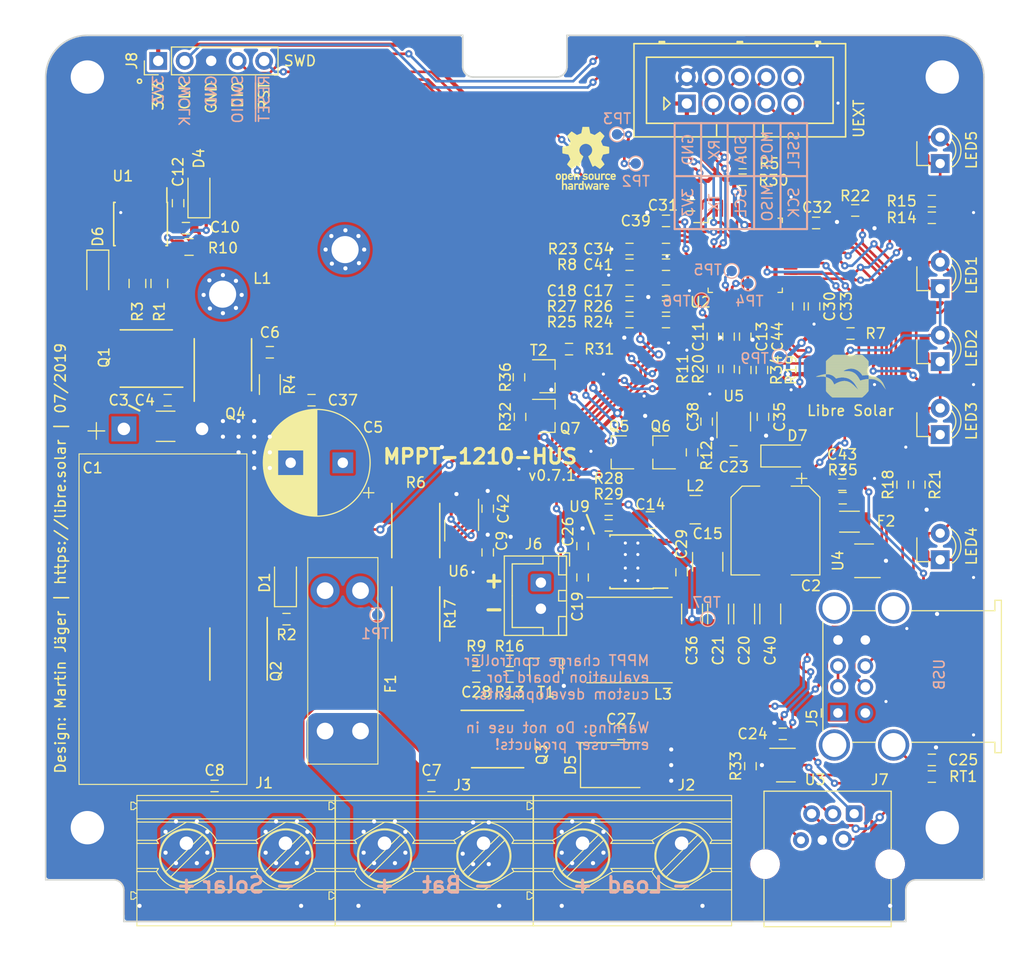
<source format=kicad_pcb>
(kicad_pcb (version 20221018) (generator pcbnew)
  (title_block (title "MPPT 1210 HUS") (date "2019-03-24") (rev "0.7.1") (company "Libre Solar") (comment 1 "Licensed under CERN-OHL-W version 2") (comment 2 "Author: Martin Jäger"))
  (layers (0 "F.Cu" signal "Top") (31 "B.Cu" signal "Bottom") (34 "B.Paste" user) (35 "F.Paste" user) (36 "B.SilkS" user "B.Silkscreen") (37 "F.SilkS" user "F.Silkscreen") (38 "B.Mask" user) (39 "F.Mask" user) (44 "Edge.Cuts" user))
  (net 0 "")
  (net 1 "GND")
  (net 2 "+3V3")
  (net 3 "+5V")
  (net 4 "Net-(C10-Pad1)")
  (net 5 "Net-(C19-Pad1)")
  (net 6 "Net-(C19-Pad2)")
  (net 7 "Net-(D1-Pad1)")
  (net 8 "/DCDC power stage/SW_NODE")
  (net 9 "Net-(C15-Pad1)")
  (net 10 "/MCU/~{RESET}")
  (net 11 "/MCU/BOOT0")
  (net 12 "Net-(D1-Pad2)")
  (net 13 "/MCU/I2C1_SCL")
  (net 14 "/MCU/I2C1_SDA")
  (net 15 "/MCU/SPI1_MISO")
  (net 16 "/MCU/SPI1_MOSI")
  (net 17 "/MCU/SPI1_SCK")
  (net 18 "/MCU/SSEL")
  (net 19 "/DCDC power stage/HS_DRV")
  (net 20 "/DCDC power stage/LS_DRV")
  (net 21 "Net-(R11-Pad1)")
  (net 22 "Net-(R13-Pad1)")
  (net 23 "Net-(R20-Pad1)")
  (net 24 "Net-(R28-Pad2)")
  (net 25 "/MCU/USART1_TX")
  (net 26 "/MCU/USART1_RX")
  (net 27 "/MCU/SWDIO")
  (net 28 "/MCU/SWCLK")
  (net 29 "/DCDC power stage/SOLAR-")
  (net 30 "/DCDC power stage/BAT+")
  (net 31 "Net-(C35-Pad1)")
  (net 32 "Net-(C25-Pad1)")
  (net 33 "/MCU/USART2_TX")
  (net 34 "/MCU/USART2_RX")
  (net 35 "Net-(J5-Pad2)")
  (net 36 "Net-(C26-Pad1)")
  (net 37 "+12V")
  (net 38 "USB_PWR_EN")
  (net 39 "PWM_HS")
  (net 40 "PWM_LS")
  (net 41 "DAC")
  (net 42 "V_BAT")
  (net 43 "V_SOLAR")
  (net 44 "I_LOAD")
  (net 45 "I_DCDC")
  (net 46 "USB_DM")
  (net 47 "USB_DP")
  (net 48 "Net-(U2-Pad28)")
  (net 49 "LOAD+")
  (net 50 "DCDC_OUT")
  (net 51 "Net-(C6-Pad2)")
  (net 52 "LOAD_EN")
  (net 53 "Net-(C23-Pad1)")
  (net 54 "Net-(R16-Pad1)")
  (net 55 "Net-(C28-Pad2)")
  (net 56 "LOAD_S")
  (net 57 "Net-(J7-Pad6)")
  (net 58 "Net-(U4-Pad4)")
  (net 59 "Net-(U4-Pad6)")
  (net 60 "Net-(U2-Pad46)")
  (net 61 "Net-(U2-Pad45)")
  (net 62 "/MCU/LED_C")
  (net 63 "/MCU/LED_B")
  (net 64 "/MCU/LED_A")
  (net 65 "Net-(U2-Pad22)")
  (net 66 "Net-(LED4-Pad1)")
  (net 67 "Net-(LED1-Pad2)")
  (net 68 "/MCU/TEMP_EXT")
  (net 69 "Net-(J7-Pad3)")
  (net 70 "Net-(J7-Pad2)")
  (net 71 "Net-(C24-Pad1)")
  (net 72 "/MCU/TEMP_INT_PD")
  (net 73 "VDDA")
  (net 74 "/MCU/BUTTON")
  (net 75 "T_BAT")
  (net 76 "Net-(U2-Pad6)")
  (net 77 "Net-(U2-Pad5)")
  (net 78 "/DCDC power stage/SOLAR+")
  (net 79 "Net-(Q5-Pad1)")
  (net 80 "5V_PG")
  (net 81 "Net-(Q7-Pad1)")
  (net 82 "Net-(Q7-Pad3)")
  (net 83 "V_SOLAR_EN")
  (net 84 "Net-(R31-Pad1)")
  (net 85 "Net-(R36-Pad1)")
  (net 86 "Net-(D4-Pad1)")
  (net 87 "Net-(Q1-PadG)")
  (footprint "LibreSolar:5X6_MOSFET" (layer "F.Cu") (at 115 114.85 180)
    (fp_text reference "Q2")
    (fp_text value "PSMN5R2-60YLX" hide)
  )
  (footprint "LibreSolar:5X6_MOSFET" (layer "F.Cu") (at 139.35 123.5 -90)
    (fp_text reference "Q3")
    (fp_text value "BSC084P03NS3" hide)
  )
  (footprint "LibreSolar:R_Bourns_CRE2512" (layer "F.Cu") (at 132 103.5 -90)
    (fp_text reference "R6")
    (fp_text value "3m")
  )
  (footprint "LibreSolar:R_0805_2012" (layer "F.Cu") (at 105.3 79.8 90)
    (fp_text reference "R3")
    (fp_text value "4.7")
  )
  (footprint "LibreSolar:R_0603_1608" (layer "F.Cu") (at 119.6 112)
    (fp_text reference "R2")
    (fp_text value "1M")
  )
  (footprint "LibreSolar:Box_Header_2x05x2.54mm_Straight" (layer "F.Cu") (at 158 62.54)
    (fp_text reference "J4" hide)
    (fp_text value "UEXT")
  )
  (footprint "LibreSolar:SOT-23" (layer "F.Cu") (at 144.5 116.5 90)
    (fp_text reference "T1")
    (fp_text value "MMBT3904")
  )
  (footprint "LibreSolar:D_SOD-123" (layer "F.Cu") (at 119.5 108.5 90)
    (fp_text reference "D1")
    (fp_text value "1N4148")
  )
  (footprint "LibreSolar:Fiducial_0.7mm" (layer "F.Cu") (at 98.1 65)
    (fp_text reference "REF**" hide)
    (fp_text value "Fiducial_0.7mm")
  )
  (footprint "LibreSolar:Fiducial_0.7mm" (layer "F.Cu") (at 174.5 127 90)
    (fp_text reference "REF**" hide)
    (fp_text value "Fiducial_0.7mm")
  )
  (footprint "LibreSolar:Fiducial_0.7mm" (layer "F.Cu") (at 176.5 58.5)
    (fp_text reference "REF**" hide)
    (fp_text value "Fiducial_0.7mm")
  )
  (footprint "LibreSolar:D_SMB" (layer "F.Cu") (at 151.35 126)
    (fp_text reference "D5")
    (fp_text value "SMBJ24A")
  )
  (footprint "LibreSolar:C_0603_1608" (layer "F.Cu") (at 137.8 117.5 180)
    (fp_text reference "C28")
    (fp_text value "10n")
  )
  (footprint "LibreSolar:C_0603_1608" (layer "F.Cu") (at 138.9 105.6 90)
    (fp_text reference "C9")
    (fp_text value "100n")
  )
  (footprint "LibreSolar:R_0603_1608" (layer "F.Cu") (at 141 117.5)
    (fp_text reference "R13")
    (fp_text value "2.2k")
  )
  (footprint "LibreSolar:R_0603_1608" (layer "F.Cu") (at 137.8 116 180)
    (fp_text reference "R9")
    (fp_text value "10k")
  )
  (footprint "LibreSolar:C_0603_1608" (layer "F.Cu") (at 109.2 72.1 -90)
    (fp_text reference "C12")
    (fp_text value "2.2u")
  )
  (footprint "LibreSolar:R_0603_1608" (layer "F.Cu") (at 141 116 180)
    (fp_text reference "R16")
    (fp_text value "10k")
  )
  (footprint "LibreSolar:R_Bourns_CRE2512" (layer "F.Cu") (at 132 111.5 -90)
    (fp_text reference "R17")
    (fp_text value "3m")
  )
  (footprint "Symbol:OSHW-Logo_5.7x6mm_SilkScreen" (layer "F.Cu") (at 148.3 67.8)
    (fp_text reference "LOGO2" hide)
    (fp_text value "OPEN_HARDWARE" hide)
  )
  (footprint "MountingHole:MountingHole_3.2mm_M3_Pad" (layer "F.Cu") (at 100.5 132)
    (fp_text reference "MK1" hide)
    (fp_text value "Mounting_Hole")
  )
  (footprint "MountingHole:MountingHole_3.2mm_M3_Pad" (layer "F.Cu") (at 182.5 60)
    (fp_text reference "MK2" hide)
    (fp_text value "Mounting_Hole")
  )
  (footprint "LibreSolar:SOT-23-6" (layer "F.Cu") (at 175 106.4 180)
    (fp_text reference "U4")
    (fp_text value "D1213A-04SO")
  )
  (footprint "LibreSolar:C_0603_1608" (layer "F.Cu") (at 181.5 125.5)
    (fp_text reference "C25")
    (fp_text value "100n")
  )
  (footprint "LibreSolar:R_1206_3216" (layer "F.Cu") (at 118 89.5 90)
    (fp_text reference "R4")
    (fp_text value "2.2")
  )
  (footprint "LibreSolar:5X6_MOSFET" (layer "F.Cu") (at 106.65 87 90)
    (fp_text reference "Q1")
    (fp_text value "PSMN5R2-60YLX" hide)
  )
  (footprint "LibreSolar:5X6_MOSFET" (layer "F.Cu") (at 113.5 88.1)
    (fp_text reference "Q4")
    (fp_text value "PSMN5R2-60YLX" hide)
  )
  (footprint "LibreSolar:C_0603_1608" (layer "F.Cu") (at 118 86.4)
    (fp_text reference "C6")
    (fp_text value "1n")
  )
  (footprint "LibreSolar:C_0603_1608" (layer "F.Cu") (at 108.2 91)
    (fp_text reference "C4")
    (fp_text value "10n")
  )
  (footprint "LibreSolar:SOIC-8_3.9x4.9mm_Pitch1.27mm" (layer "F.Cu") (at 105.6 74.1 -90)
    (fp_text reference "U1")
    (fp_text value "LM5109BMA")
  )
  (footprint "LibreSolar:C_0603_1608" (layer "F.Cu") (at 112.7 128)
    (fp_text reference "C8")
    (fp_text value "10n")
  )
  (footprint "LibreSolar:R_0603_1608" (layer "F.Cu") (at 158.5 96 90)
    (fp_text reference "R12")
    (fp_text value "100k")
  )
  (footprint "LibreSolar:D_SOD-123" (layer "F.Cu") (at 101.5 78.9 -90)
    (fp_text reference "D6")
    (fp_text value "SS14FL")
  )
  (footprint "LibreSolar:D_SOD-123" (layer "F.Cu") (at 111.2 71.2 90)
    (fp_text reference "D4")
    (fp_text value "1N4148")
  )
  (footprint "LibreSolar:C_0603_1608" (layer "F.Cu") (at 122 91 180)
    (fp_text reference "C37")
    (fp_text value "10n")
  )
  (footprint "LibreSolar:C_0603_1608" (layer "F.Cu") (at 151.7 123)
    (fp_text reference "C27")
    (fp_text value "10n")
  )
  (footprint "LibreSolar:C_0603_1608" (layer "F.Cu") (at 138.9 101.4 90)
    (fp_text reference "C42")
    (fp_text value "100n")
  )
  (footprint "MountingHole:MountingHole_3.2mm_M3_Pad" (layer "F.Cu") (at 100.5 60)
    (fp_text reference "MK4" hide)
    (fp_text value "Mounting_Hole")
  )
  (footprint "LibreSolar:C_0603_1608" (layer "F.Cu") (at 133.5 128)
    (fp_text reference "C7")
    (fp_text value "10n")
  )
  (footprint "LibreSolar:VSSOP-10_3.0x3.0mm_P0.5mm" (layer "F.Cu") (at 136.4 103.5 -90)
    (fp_text reference "U6")
    (fp_text value "INA2181")
  )
  (footprint "Capacitor_THT:CP_Radial_D10.0mm_P5.00mm" (layer "F.Cu") (at 125 97 180)
    (fp_text reference "C5")
    (fp_text value "820u")
  )
  (footprint "LibreSolar:CP_Radial_L31.5mm_D16.0mm_P7.50mm_horizontal" (layer "F.Cu") (at 104 93.75)
    (fp_text reference "C1")
    (fp_text value "1200u")
  )
  (footprint "LibreSolar:SOT-23" (layer "F.Cu") (at 155.5 96 180)
    (fp_text reference "Q6")
    (fp_text value "BSS83P")
  )
  (footprint "Capacitor_SMD:CP_Elec_8x6.2" (layer "F.Cu") (at 166.5 103.5 -90)
    (fp_text reference "C2")
    (fp_text value "150u")
  )
  (footprint "LibreSolar:USB_A_Wuerth_61400826021_Horizontal_Stacked" (layer "F.Cu") (at 172.5 121 90)
    (fp_text reference "J5")
    (fp_text value "USB_A_stacked")
  )
  (footprint "LibreSolar:Phoenix_Contact_MKDS_5-2-952" (layer "F.Cu") (at 110 133.5)
    (fp_text reference "J1")
    (fp_text value "MKDS_5-2_952" hide)
  )
  (footprint "LibreSolar:Phoenix_Contact_MKDS_5-2-952" (layer "F.Cu") (at 148 133.5)
    (fp_text reference "J2")
    (fp_text value "MKDS_5-2_952" hide)
  )
  (footprint "MountingHole:MountingHole_3.2mm_M3_Pad" (layer "F.Cu") (at 182.5 132)
    (fp_text reference "MK3" hide)
    (fp_text value "Mounting_Hole")
  )
  (footprint "LibreSolar:LED_0603_D3.0mm" (layer "F.Cu") (at 180.8 93 90)
    (fp_text reference "LED3")
    (fp_text value "yellow")
  )
  (footprint "LibreSolar:LED_0603_D3.0mm" (layer "F.Cu") (at 180.8 86 90)
    (fp_text reference "LED2")
    (fp_text value "yellow")
  )
  (footprint "LibreSolar:LED_0603_D3.0mm" (layer "F.Cu") (at 180.8 105 90)
    (fp_text reference "LED4")
    (fp_text value "green")
  )
  (footprint "LibreSolar:R_0603_1608" (layer "F.Cu") (at 181.5 71.9)
    (fp_text reference "R15")
    (fp_text value "470")
  )
  (footprint "LibreSolar:R_0603_1608" (layer "F.Cu") (at 181.5 73.5)
    (fp_text reference "R14")
    (fp_text value "470")
  )
  (footprint "LibreSolar:SOT-23-6" (layer "F.Cu") (at 167.5 126)
    (fp_text reference "U3")
    (fp_text value "D1213A-04SO")
  )
  (footprint "LibreSolar:R_1206_3216" (layer "F.Cu") (at 173.6 102.65 180)
    (fp_text reference "F2")
    (fp_text value "50mA")
  )
  (footprint "LibreSolar:R_0603_1608" (layer "F.Cu") (at 181.5 127.1)
    (fp_text reference "RT1")
    (fp_text value "10k NTC")
  )
  (footprint "LibreSolar:R_0603_1608" (layer "F.Cu") (at 174.15 72.8)
    (fp_text reference "R22")
    (fp_text value "100k")
  )
  (footprint "LibreSolar:R_0603_1608" (layer "F.Cu") (at 178.7 99.1 90)
    (fp_text reference "R18")
    (fp_text value "470")
  )
  (footprint "LibreSolar:C_0603_1608" (layer "F.Cu") (at 167.2 123 180)
    (fp_text reference "C24")
    (fp_text value "100n")
  )
  (footprint "LibreSolar:Bourns_SRN8040TA" (layer "F.Cu") (at 152.5 114)
    (fp_text reference "L3")
    (fp_text value "10uH")
  )
  (footprint "LibreSolar:C_1206_3216" (layer "F.Cu") (at 161 111.5 90)
    (fp_text reference "C21")
    (fp_text value "22u")
  )
  (footprint "LibreSolar:R_0603_1608" (layer "F.Cu") (at 150.5 103)
    (fp_text reference "R29")
    (fp_text value "24.9k")
  )
  (footprint "LibreSolar:R_0603_1608" (layer "F.Cu") (at 150.5 101.5 180)
    (fp_text reference "R28")
    (fp_text value "100k")
  )
  (footprint "LibreSolar:C_0805_2012" (layer "F.Cu") (at 154.5 102.5 180)
    (fp_text reference "C14")
    (fp_text value "1u")
  )
  (footprint "LibreSolar:C_0603_1608" (layer "F.Cu") (at 148 108 -90)
    (fp_text reference "C19")
    (fp_text value "100n")
  )
  (footprint "Package_SO:TI_SO-PowerPAD-8_ThermalVias" (layer "F.Cu") (at 152.7 106.5 180)
    (fp_text reference "U9")
    (fp_text value "LMR33630")
  )
  (footprint "LibreSolar:C_0603_1608" (layer "F.Cu") (at 148 105 90)
    (fp_text reference "C26")
    (fp_text value "100n")
  )
  (footprint "LibreSolar:C_1206_3216" (layer "F.Cu") (at 158.5 111.5 90)
    (fp_text reference "C36")
    (fp_text value "22u")
  )
  (footprint "LibreSolar:C_1206_3216" (layer "F.Cu") (at 166 111.5 90)
    (fp_text reference "C40")
    (fp_text value "22u")
  )
  (footprint "LibreSolar:C_1210_3225" (layer "F.Cu") (at 160 106.5 -90)
    (fp_text reference "C15")
    (fp_text value "10u")
  )
  (footprint "LibreSolar:C_1206_3216" (layer "F.Cu") (at 163.5 111.5 90)
    (fp_text reference "C20")
    (fp_text value "22u")
  )
  (footprint "LibreSolar:C_0603_1608" (layer "F.Cu") (at 157.5 107.5 -90)
    (fp_text reference "C29")
    (fp_text value "220n")
  )
  (footprint "Inductor_SMD:L_1210_3225Metric" (layer "F.Cu") (at 158.8 101.5)
    (fp_text reference "L2")
    (fp_text value "2.2uH")
  )
  (footprint "Connector_JST:JST_XH_B02B-XH-A_1x02_P2.50mm_Vertical" (layer "F.Cu") (at 144 108.5 -90)
    (fp_text reference "J6")
    (fp_text value "PWR_12V")
  )
  (footprint "LibreSolar:R_0603_1608" (layer "F.Cu") (at 180.3 99.1 90)
    (fp_text reference "R21")
    (fp_text value "470")
  )
  (footprint "LibreSolar:Phoenix_Contact_MKDS_5-2-952" (layer "F.Cu") (at 129 133.5)
    (fp_text reference "J3")
    (fp_text value "MKDS_5-2_952" hide)
  )
  (footprint "LibreSolar:KEYSTONE-FUSE-3557-2" (layer "F.Cu") (at 125 116 -90)
    (fp_text reference "F1")
    (fp_text value "25A" hide)
  )
  (footprint "LibreSolar:C_0603_1608" (layer "F.Cu") (at 170.4 74)
    (fp_text reference "C32")
    (fp_text value "100n")
  )
  (footprint "LibreSolar:C_0603_1608" (layer "F.Cu") (at 158.4 72.3)
    (fp_text reference "C31")
    (fp_text value "100n")
  )
  (footprint "LibreSolar:R_0603_1608" (layer "F.Cu") (at 173.7 84.6)
    (fp_text reference "R7")
    (fp_text value "2.2k")
  )
  (footprint "LibreSolar:R_0603_1608" (layer "F.Cu") (at 163.35 68.25 180)
    (fp_text reference "R5")
    (fp_text value "2.2k")
  )
  (footprint "LibreSolar:SOT-23-5" (layer "F.Cu") (at 162.5 93.05 90)
    (fp_text reference "U5")
    (fp_text value "AP2210-3.3")
  )
  (footprint "LibreSolar:R_0603_1608" (layer "F.Cu") (at 156 83.5)
    (fp_text reference "R24")
    (fp_text value "100k")
  )
  (footprint "LibreSolar:C_0603_1608" (layer "F.Cu") (at 170.2 82 -90)
    (fp_text reference "C33")
    (fp_text value "2.2u")
  )
  (footprint "LibreSolar:R_0603_1608" (layer "F.Cu") (at 152.5 82)
    (fp_text reference "R27")
    (fp_text value "5.6k")
  )
  (footprint "LibreSolar:R_0603_1608" (layer "F.Cu") (at 172.95 100.4)
    (fp_text reference "R35")
    (fp_text value "100k")
  )
  (footprint "LibreSolar:C_0603_1608" (layer "F.Cu") (at 152.5 80.5)
    (fp_text reference "C18")
    (fp_text value "10n")
  )
  (footprint "LibreSolar:R_0603_1608" (layer "F.Cu") (at 152.5 83.5 180)
    (fp_text reference "R25")
    (fp_text value "100k")
  )
  (footprint "LibreSolar:R_0603_1608" (layer "F.Cu") (at 165.2 88.1 -90)
    (fp_text reference "R19")
    (fp_text value "10k")
  )
  (footprint "LibreSolar:C_0603_1608" (layer "F.Cu") (at 156 80.5 180)
    (fp_text reference "C17")
    (fp_text value "10n")
  )
  (footprint "LibreSolar:D_SOD-123" (layer "F.Cu") (at 167.4 96.35)
    (fp_text reference "D7")
    (fp_text value "1N4148")
  )
  (footprint "LibreSolar:R_0603_1608" (layer "F.Cu") (at 163.35 69.85 180)
    (fp_text reference "R30")
    (fp_text value "2.2k")
  )
  (footprint "LibreSolar:R_0603_1608" (layer "F.Cu") (at 163.6 88.1 90)
    (fp_text reference "R34")
    (fp_text value "2.2k")
  )
  (footprint "LibreSolar:C_0603_1608" (layer "F.Cu") (at 163.6 84.9 -90)
    (fp_text reference "C44")
    (fp_text value "10n")
  )
  (footprint "Package_QFP:LQFP-48_7x7mm_P0.5mm" (layer "F.Cu") (at 163.6 77.1)
    (fp_text reference "U2")
    (fp_text value "STM32L072CZT6")
  )
  (footprint "LibreSolar:C_0603_1608" (layer "F.Cu") (at 162.488226 95.914609)
    (fp_text reference "C23")
    (fp_text value "2.2u")
  )
  (footprint "LibreSolar:C_0603_1608" (layer "F.Cu") (at 165.3 92.6 -90)
    (fp_text reference "C35")
    (fp_text value "100p")
  )
  (footprint "LibreSolar:C_0603_1608" (layer "F.Cu") (at 159.9 93.05 -90)
    (fp_text reference "C38")
    (fp_text value "2.2u")
  )
  (footprint "LibreSolar:C_0603_1608" (layer "F.Cu") (at 156 78)
    (fp_text reference "C41")
    (fp_text value "10n")
  )
  (footprint "LibreSolar:R_0603_1608" (layer "F.Cu") (at 152.5 78)
    (fp_text reference "R8")
    (fp_text value "100")
  )
  (footprint "LibreSolar:R_0603_1608" (layer "F.Cu") (at 160.5 88 90)
    (fp_text reference "R11")
    (fp_text value "470")
  )
  (footprint "LibreSolar:C_0603_1608" (layer "F.Cu") (at 160.5 84.9 -90)
    (fp_text reference "C11")
    (fp_text value "1n")
  )
  (footprint "LibreSolar:R_0603_1608" (layer "F.Cu") (at 162 88 90)
    (fp_text reference "R20")
    (fp_text value "470")
  )
  (footprint "LibreSolar:C_0603_1608" (layer "F.Cu") (at 162 84.9 -90)
    (fp_text reference "C13")
    (fp_text value "1n")
  )
  (footprint "LibreSolar:R_0603_1608" (layer "F.Cu") (at 156 82 180)
    (fp_text reference "R26")
    (fp_text value "5.6k")
  )
  (footprint "LibreSolar:C_0603_1608" (layer "F.Cu") (at 156 73.8 180)
    (fp_text reference "C39")
    (fp_text value "100n")
  )
  (footprint "LibreSolar:C_0603_1608" (layer "F.Cu") (at 156 76.5)
    (fp_text reference "C34")
    (fp_text value "2.2u")
  )
  (footprint "LibreSolar:R_0603_1608" (layer "F.Cu") (at 152.5 76.5)
    (fp_text reference "R23")
    (fp_text value "100k")
  )
  (footprint "LibreSolar:SOT-23" (layer "F.Cu") (at 151.5 96 180)
    (fp_text reference "Q5")
    (fp_text value "BSS83P")
  )
  (footprint "LibreSolar:L-FERYSTER-DTMSS-27_47uH" (layer "F.Cu") (at 128.974775 75.185659 20)
    (fp_text reference "L1")
    (fp_text value "47uH")
  )
  (footprint "LibreSolar:C_0603_1608" (layer "F.Cu") (at 172.9 99.1 180)
    (fp_text reference "C43")
    (fp_text value "100n")
  )
  (footprint "LibreSolar:LIBRESOLAR_LOGO" (layer "F.Cu") (at 171.4 90.7)
    (fp_text reference "LOGO1" hide)
    (fp_text value "LIBRE_SOLAR" hide)
  )
  (footprint "LibreSolar:SOT-23" (layer "F.Cu") (at 144.6 92.5)
    (fp_text reference "Q7")
    (fp_text value "BSS83P")
  )
  (footprint "LibreSolar:R_0603_1608" (layer "F.Cu") (at 146.7 86.1)
    (fp_text reference "R31")
    (fp_text value "10k")
  )
  (footprint "LibreSolar:R_0603_1608" (layer "F.Cu") (at 142 92.6 90)
    (fp_text reference "R32")
    (fp_text value "24.9k")
  )
  (footprint "LibreSolar:R_0603_1608" (layer "F.Cu") (at 141.9 88.8 -90)
    (fp_text reference "R36")
    (fp_text value "100k")
  )
  (footprint "LibreSolar:SOT-23" (layer "F.Cu") (at 144.6 88.7)
    (fp_text reference "T2")
    (fp_text value "MMBT3904")
  )
  (footprint "LibreSolar:R_0603_1608" (layer "F.Cu") (at 164.1 126.1 90)
    (fp_text reference "R33")
    (fp_text value "2.2k")
  )
  (footprint "Connector_PinHeader_2.54mm:PinHeader_1x05_P2.54mm_Vertical" (layer "F.Cu") (at 107.295 58.45 90)
    (fp_text reference "J8")
    (fp_text value "ST_Nucleo_SWD")
  )
  (footprint "LibreSolar:C_0603_1608" (layer "F.Cu") (at 168.7 82 -90)
    (fp_text reference "C30")
    (fp_text value "100n")
  )
  (footprint "LibreSolar:LED_0603_D3.0mm" (layer "F.Cu") (at 180.8 67 90)
    (fp_text reference "LED5")
    (fp_text value "green")
  )
  (footprint "LibreSolar:LED_0603_D3.0mm" (layer "F.Cu") (at 180.8 79 90)
    (fp_text reference "LED1")
    (fp_text value "yellow")
  )
  (footprint "LibreSolar:RJ25_6P6C_TabUp" (layer "F.Cu") (at 171.5 135.5)
    (fp_text reference "J7")
    (fp_text value "6P6C")
  )
  (footprint "LibreSolar:R_0805_2012" (layer "F.Cu") (at 107.4 79.8 90)
    (fp_text reference "R1")
    (fp_text value "4.7")
  )
  (footprint "LibreSolar:C_0603_1608" (layer "F.Cu") (at 109.95 74.5 180)
    (fp_text reference "C10")
    (fp_text value "100n")
  )
  (footprint "LibreSolar:R_0805_2012" (layer "F.Cu") (at 110.25 76.3 180)
    (fp_text reference "R10")
    (fp_text value "4.7")
  )
  (footprint "LibreSolar:C_1210_3225" (layer "F.Cu") (at 108 93.5)
    (fp_text reference "C3")
    (fp_text value "4.7u")
  )
  (footprint "TestPoint:TestPoint_Pad_D1.0mm" (layer "B.Cu") (at 151.3 65.5 180)
    (fp_text reference "TP3")
    (fp_text value "Test_Point_Probe")
  )
  (footprint "TestPoint:TestPoint_Pad_D1.0mm" (layer "B.Cu") (at 153.1 68.3 180)
    (fp_text reference "TP2")
    (fp_text value "Test_Point_Probe")
  )
  (footprint "TestPoint:TestPoint_Pad_D1.0mm" (layer "B.Cu") (at 160 112 180)
    (fp_text reference "TP7")
    (fp_text value "Test_Point_Probe")
  )
  (footprint "TestPoint:TestPoint_Pad_D1.0mm" (layer "B.Cu") (at 163.9 79.8 180)
    (fp_text reference "TP4")
    (fp_text value "Test_Point_Probe")
  )
  (footprint "TestPoint:TestPoint_Pad_D1.0mm" (layer "B.Cu") (at 166.9 86.8 180)
    (fp_text reference "TP9")
    (fp_text value "Test_Point_Probe")
  )
  (footprint "TestPoint:TestPoint_Pad_D1.0mm" (layer "B.Cu") (at 162.3 78.6 180)
    (fp_text reference "TP5")
    (fp_text value "Test_Point_Probe")
  )
  (footprint "TestPoint:TestPoint_Pad_D1.0mm" (layer "B.Cu") (at 159.4 81.4 180)
    (fp_text reference "TP6")
    (fp_text value "Test_Point_Probe")
  )
  (footprint "TestPoint:TestPoint_Pad_D1.0mm" (layer "B.Cu") (at 128.3 111.6 180)
    (fp_text reference "TP1")
    (fp_text value "Test_Point_Probe")
  )
  (gr_line (start 159.37 64.425) (end 159.37 74.585) (stroke (width 0.2)) (layer "B.SilkS"))
  (gr_line (start 156.83 69.505) (end 169.53 69.505) (stroke (width 0.2)) (layer "B.SilkS"))
  (gr_line (start 169.53 64.425) (end 156.83 64.425) (stroke (width 0.2)) (layer "B.SilkS"))
  (gr_line (start 161.91 64.425) (end 161.91 74.585) (stroke (width 0.2)) (layer "B.SilkS"))
  (gr_line (start 164.45 64.425) (end 164.45 74.585) (stroke (width 0.2)) (layer "B.SilkS"))
  (gr_line (start 156.83 74.585) (end 169.53 74.585) (stroke (width 0.2)) (layer "B.SilkS"))
  (gr_line (start 156.83 64.425) (end 156.83 74.585) (stroke (width 0.2)) (layer "B.SilkS"))
  (gr_line (start 166.99 64.425) (end 166.99 74.585) (stroke (width 0.2)) (layer "B.SilkS"))
  (gr_line (start 169.53 74.585) (end 169.53 64.425) (stroke (width 0.2)) (layer "B.SilkS"))
  (gr_line (start 148.4 102) (end 149.1 103.8) (stroke (width 0.2)) (layer "F.SilkS"))
  (gr_circle (center 105.5 60.4) (end 105.5 60.6) (stroke (width 0.15)) (fill none) (layer "F.SilkS"))
  (gr_line (start 104.5 91.5) (end 105.5 92) (stroke (width 0.2)) (layer "F.SilkS"))
  (gr_line (start 104 141) (end 179 141) (stroke (width 0.15)) (layer "Edge.Cuts"))
  (gr_line (start 96.5 137) (end 96.5 60) (stroke (width 0.15)) (layer "Edge.Cuts"))
  (gr_line (start 100.5 56) (end 136.5 56) (stroke (width 0.15)) (layer "Edge.Cuts"))
  (gr_arc (start 137.5 60) (mid 136.792893 59.707107) (end 136.5 59) (stroke (width 0.15)) (layer "Edge.Cuts"))
  (gr_arc (start 146.5 59) (mid 146.207107 59.707107) (end 145.5 60) (stroke (width 0.15)) (layer "Edge.Cuts"))
  (gr_line (start 146.5 56) (end 182.5 56) (stroke (width 0.15)) (layer "Edge.Cuts"))
  (gr_arc (start 179 138) (mid 179.292893 137.292893) (end 180 137) (stroke (width 0.15)) (layer "Edge.Cuts"))
  (gr_arc (start 103 137) (mid 103.707107 137.292893) (end 104 138) (stroke (width 0.15)) (layer "Edge.Cuts"))
  (gr_line (start 104 141) (end 104 138) (stroke (width 0.15)) (layer "Edge.Cuts"))
  (gr_line (start 103 137) (end 96.5 137) (stroke (width 0.15)) (layer "Edge.Cuts"))
  (gr_arc (start 96.5 60) (mid 97.671573 57.171573) (end 100.5 56) (stroke (width 0.15)) (layer "Edge.Cuts"))
  (gr_line (start 146.5 56) (end 146.5 59) (stroke (width 0.15)) (layer "Edge.Cuts"))
  (gr_arc (start 182.5 56) (mid 185.328427 57.171573) (end 186.5 60) (stroke (width 0.15)) (layer "Edge.Cuts"))
  (gr_line (start 180 137) (end 186.5 137) (stroke (width 0.15)) (layer "Edge.Cuts"))
  (gr_line (start 179 138) (end 179 141) (stroke (width 0.15)) (layer "Edge.Cuts"))
  (gr_line (start 186.5 137) (end 186.5 60) (stroke (width 0.15)) (layer "Edge.Cuts"))
  (gr_line (start 137.5 60) (end 145.5 60) (stroke (width 0.15)) (layer "Edge.Cuts"))
  (gr_line (start 136.5 56) (end 136.5 59) (stroke (width 0.15)) (layer "Edge.Cuts"))
  (gr_text "Bat" (at 134.5 137.5) (layer "B.SilkS") (effects (font (size 1.5 1.5) (thickness 0.3)) (justify mirror)))
  (gr_text "Load" (at 153 137.5) (layer "B.SilkS") (effects (font (size 1.5 1.5) (thickness 0.3)) (justify mirror)))
  (gr_text "SWCLK" (at 109.835 59.72 90) (layer "B.SilkS") (effects (font (size 1 1)) (justify left mirror)))
  (gr_text "+" (at 129 137.5) (layer "B.SilkS") (effects (font (size 1.5 1.5) (thickness 0.3)) (justify mirror)))
  (gr_text "+" (at 110 137.5) (layer "B.SilkS") (effects (font (size 1.5 1.5) (thickness 0.3)) (justify mirror)))
  (gr_text "+" (at 148 137.5) (layer "B.SilkS") (effects (font (size 1.5 1.5) (thickness 0.3)) (justify mirror)))
  (gr_text "-" (at 157.5 137.5) (layer "B.SilkS") (effects (font (size 1.5 1.5) (thickness 0.3)) (justify mirror)))
  (gr_text "-" (at 138.5 137.5) (layer "B.SilkS") (effects (font (size 1.5 1.5) (thickness 0.3)) (justify mirror)))
  (gr_text "-" (at 119.5 137.5) (layer "B.SilkS") (effects (font (size 1.5 1.5) (thickness 0.3)) (justify mirror)))
  (gr_text "USB" (at 182.8 117.3 90) (layer "B.SilkS") (effects (font (size 1 1)) (justify bottom mirror)))
  (gr_text "GND" (at 158.1 66.965 90) (layer "B.SilkS") (effects (font (size 1 1)) (justify mirror)))
  (gr_text "3V3" (at 158.1 72.045 90) (layer "B.SilkS") (effects (font (size 1 1)) (justify mirror)))
  (gr_text "RX" (at 160.64 66.965 90) (layer "B.SilkS") (effects (font (size 1 1)) (justify mirror)))
  (gr_text "TX" (at 160.64 72.045 90) (layer "B.SilkS") (effects (font (size 1 1)) (justify mirror)))
  (gr_text "SDA" (at 163.18 66.965 90) (layer "B.SilkS") (effects (font (size 1 1)) (justify mirror)))
  (gr_text "SCL" (at 163.18 72.045 90) (layer "B.SilkS") (effects (font (size 1 1)) (justify mirror)))
  (gr_text "MOSI" (at 165.72 66.965 90) (layer "B.SilkS") (effects (font (size 1 1)) (justify mirror)))
  (gr_text "SSEL" (at 168.26 66.965 90) (layer "B.SilkS") (effects (font (size 1 1)) (justify mirror)))
  (gr_text "SCK" (at 168.26 72.045 90) (layer "B.SilkS") (effects (font (size 1 1)) (justify mirror)))
  (gr_text "MISO" (at 165.72 72.045 90) (layer "B.SilkS") (effects (font (size 1 1)) (justify mirror)))
  (gr_text "GND" (at 112.375 59.72 90) (layer "B.SilkS") (effects (font (size 1 1)) (justify left mirror)))
  (gr_text "3V3" (at 107.295 59.72 90) (layer "B.SilkS") (effects (font (size 1 1)) (justify left mirror)))
  (gr_text "~{RESET}" (at 117.455 59.72 90) (layer "B.SilkS") (effects (font (size 1 1)) (justify left mirror)))
  (gr_text "SWDIO" (at 114.915 59.72 90) (layer "B.SilkS") (effects (font (size 1 1)) (justify left mirror)))
  (gr_text "Solar" (at 114.5 137.5) (layer "B.SilkS") (effects (font (size 1.5 1.5) (thickness 0.3)) (justify mirror)))
  (gr_text "MPPT charge controller\nevaluation board for\ncustom developments.\n\nWarning: Do not use in \nend-user products!" (at 154.5 120) (layer "B.SilkS") (effects (font (size 1 1)) (justify left mirror)))
  (gr_text "UEXT" (at 174.5 64 90) (layer "F.SilkS") (effects (font (size 1 1))))
  (gr_text "v0.7.1" (at 142.7 98.8) (layer "F.SilkS") (effects (font (size 1 1)) (justify left bottom)))
  (gr_text "DIO" (at 114.915 60.355 90) (layer "F.SilkS") (effects (font (size 1 1)) (justify right)))
  (gr_text "CLK" (at 109.835 60.228 90) (layer "F.SilkS") (effects (font (size 1 1)) (justify right)))
  (gr_text "3V3" (at 107.295 60.355 90) (layer "F.SilkS") (effects (font (size 1 1)) (justify right)))
  (gr_text "~{RST}" (at 117.455 60.355 90) (layer "F.SilkS") (effects (font (size 1 1)) (justify right)))
  (gr_text "SWD" (at 122.535 58.45) (layer "F.SilkS") (effects (font (size 1 1)) (justify right)))
  (gr_text "-" (at 139.5 111) (layer "F.SilkS") (effects (font (size 1.5 1.5) (thickness 0.3))))
  (gr_text "Design: Martin Jäger | https://libre.solar | 07/2019" (at 98.5 126.9 90) (layer "F.SilkS") (effects (font (size 1 1)) (justify left bottom)))
  (gr_text "GND" (at 112.375 60.355 90) (layer "F.SilkS") (effects (font (size 1 1)) (justify right)))
  (gr_text "MPPT-1210-HUS" (at 128.7 96.4) (layer "F.SilkS") (effects (font (size 1.4 1.4) (thickness 0.3)) (justify left)))
  (gr_text "+" (at 139.5 108.25) (layer "F.SilkS") (effects (font (size 1.5 1.5) (thickness 0.3))))
  (segment (start 148 104.2) (end 148 103.3) (width 0.4) (layer "F.Cu") (net 1))
  (segment (start 167.775001 82.425001) (end 168.15 82.8) (width 0.25) (layer "F.Cu") (net 1))
  (segment (start 168.15 82.8) (end 168.7 82.8) (width 0.25) (layer "F.Cu") (net 1))
  (segment (start 167.95 74.85) (end 170.35 74.85) (width 0.25) (layer "F.Cu") (net 1))
  (segment (start 170.35 74.85) (end 171.2 74) (width 0.25) (layer "F.Cu") (net 1))
  (segment (start 172.3 74) (end 172.4 73.9) (width 0.4) (layer "F.Cu") (net 1))
  (segment (start 171.2 74) (end 172.3 74) (width 0.4) (layer "F.Cu") (net 1))
  (segment (start 170.2 82.8) (end 170.2 83.7) (width 0.25) (layer "F.Cu") (net 1))
  (segment (start 168.7 82.8) (end 170.2 82.8) (width 0.25) (layer "F.Cu") (net 1))
  (segment (start 165.85 82.310002) (end 165.964999 82.425001) (width 0.25) (layer "F.Cu") (net 1))
  (segment (start 165.85 81.45) (end 165.85 82.310002) (width 0.25) (layer "F.Cu") (net 1))
  (segment (start 165.964999 82.425001) (end 167.775001 82.425001) (width 0.25) (layer "F.Cu") (net 1))
  (segment (start 162.5 94.15) (end 162.5 95.126383) (width 0.4) (layer "F.Cu") (net 1))
  (segment (start 162.5 95.126383) (end 163.288226 95.914609) (width 0.4) (layer "F.Cu") (net 1))
  (segment (start 160.5 85.7) (end 161.2 85) (width 0.4) (layer "F.Cu") (net 1))
  (segment (start 162 85.7) (end 161.9 85.7) (width 0.4) (layer "F.Cu") (net 1))
  (segment (start 161.9 85.7) (end 161.2 85) (width 0.4) (layer "F.Cu") (net 1))
  (segment (start 159.25 77.85) (end 156.95 77.85) (width 0.25) (layer "F.Cu") (net 1))
  (segment (start 156.8 76.5) (end 157.399197 77.099197) (width 0.4) (layer "F.Cu") (net 1))
  (segment (start 161.35 72.75) (end 161.35 71.889998) (width 0.25) (layer "F.Cu") (net 1))
  (segment (start 159.9 93.85) (end 160.55001 93.19999) (width 0.4) (layer "F.Cu") (net 1))
  (segment (start 138.9 104.8) (end 138.9 103.9) (width 0.25) (layer "F.Cu") (net 1))
  (segment (start 153.3 80.5) (end 153.7 80.5) (width 0.25) (layer "F.Cu") (net 1))
  (segment (start 145.45 117.55) (end 145.45 117.65) (width 0.4) (layer "F.Cu") (net 1))
  (segment (start 158.505608 71.605608) (end 158.496495 71.605608) (width 0.4) (layer "F.Cu") (net 1))
  (segment (start 182.299997 124.700001) (end 181.899998 124.300002) (width 0.25) (layer "F.Cu") (net 1))
  (segment (start 182.3 125.5) (end 182.3 124.700004) (width 0.25) (layer "F.Cu") (net 1))
  (segment (start 155.2 73.8) (end 154.4 73) (width 0.4) (layer "F.Cu") (net 1))
  (segment (start 154.4 73) (end 154.2 73) (width 0.4) (layer "F.Cu") (net 1))
  (segment (start 163.6 85.7) (end 163.8 85.7) (width 0.4) (layer "F.Cu") (net 1))
  (segment (start 155.2 82) (end 154.3 81.1) (width 0.25) (layer "F.Cu") (net 1))
  (segment (start 166.4 126) (end 165.2 126) (width 0.25) (layer "F.Cu") (net 1))
  (segment (start 138.9 99.8) (end 138.9 99.7) (width 0.25) (layer "F.Cu") (net 1))
  (segment (start 143.55 89.65) (end 144.65 89.65) (width 0.4) (layer "F.Cu") (net 1))
  (segment (start 163.8 85.7) (end 164.3 85.2) (width 0.4) (layer "F.Cu") (net 1))
  (segment (start 153.7 80.5) (end 154.3 81.1) (width 0.25) (layer "F.Cu") (net 1))
  (segment (start 153.3 82) (end 153.4 82) (width 0.25) (layer "F.Cu") (net 1))
  (segment (start 155.2 80.5) (end 154.9 80.5) (width 0.25) (layer "F.Cu") (net 1))
  (segment (start 161.35 71.889998) (end 161.235001 71.774999) (width 0.25) (layer "F.Cu") (net 1))
  (segment (start 157.399197 77.099197) (end 157.399197 77.200171) (width 0.4) (layer "F.Cu") (net 1))
  (segment (start 165.3 93.4) (end 165.3 94.1) (width 0.25) (layer "F.Cu") (net 1))
  (segment (start 166.4 123) (end 166.4 121.95) (width 0.25) (layer "F.Cu") (net 1))
  (segment (start 160.4 94.35) (end 160.4 94.700004) (width 0.4) (layer "F.Cu") (net 1))
  (segment (start 161.235001 71.774999) (end 159.725001 71.774999) (width 0.25) (layer "F.Cu") (net 1))
  (segment (start 151.7 76.5) (end 150.8 76.5) (width 0.25) (layer "F.Cu") (net 1))
  (segment (start 156.8 76.5) (end 156.8 78) (width 0.4) (layer "F.Cu") (net 1))
  (segment (start 153.4 82) (end 154.3 81.1) (width 0.25) (layer "F.Cu") (net 1))
  (segment (start 162.19999 93.19999) (end 162.5 93.5) (width 0.4) (layer "F.Cu") (net 1))
  (segment (start 117.03 112) (end 116.905 112.125) (width 0.4) (layer "F.Cu") (net 1))
  (segment (start 135.9 101.3) (end 135.9 100) (width 0.25) (layer "F.Cu") (net 1))
  (segment (start 118.8 112) (end 117.03 112) (width 0.4) (layer "F.Cu") (net 1))
  (segment (start 182.3 124.700004) (end 182.299997 124.700001) (width 0.25) (layer "F.Cu") (net 1))
  (segment (start 154.9 80.5) (end 154.3 81.1) (width 0.25) (layer "F.Cu") (net 1))
  (segment (start 138.9 100.6) (end 138.9 99.8) (width 0.25) (layer "F.Cu") (net 1))
  (segment (start 162.5 93.5) (end 162.5 94.15) (width 0.4) (layer "F.Cu") (net 1))
  (segment (start 165.3 94.1) (end 165.6 94.4) (width 0.25) (layer "F.Cu") (net 1))
  (segment (start 159.645939 71.854061) (end 159.2 72.3) (width 0.25) (layer "F.Cu") (net 1))
  (segment (start 160.55001 93.19999) (end 162.19999 93.19999) (width 0.4) (layer "F.Cu") (net 1))
  (segment (start 176.1 106.4) (end 177.1 106.4) (width 0.4) (layer "F.Cu") (net 1))
  (segment (start 159.725001 71.774999) (end 159.645939 71.854061) (width 0.25) (layer "F.Cu") (net 1))
  (segment (start 159.2 72.3) (end 158.505608 71.605608) (width 0.4) (layer "F.Cu") (net 1))
  (segment (start 159.9 93.85) (end 160.4 94.35) (width 0.4) (layer "F.Cu") (net 1))
  (segment (start 144.65 89.65) (end 145 90) (width 0.4) (layer "F.Cu") (net 1))
  (segment (start 145.45 117.65) (end 146.2 118.4) (width 0.4) (layer "F.Cu") (net 1))
  (segment (start 156.95 77.85) (end 156.8 78) (width 0.25) (layer "F.Cu") (net 1))
  (via (at 148 103.3) (size 0.8) (drill 0.4) (layers "F.Cu" "B.Cu") (net 1))
  (via (at 172.4 73.9) (size 0.8) (drill 0.4) (layers "F.Cu" "B.Cu") (net 1))
  (via (at 170.2 83.7) (size 0.7) (drill 0.3) (layers "F.Cu" "B.Cu") (net 1))
  (via (at 161.2 85) (size 0.8) (drill 0.4) (layers "F.Cu" "B.Cu") (net 1))
  (via (at 115 93) (size 0.8) (drill 0.4) (layers "F.Cu" "B.Cu") (net 1))
  (via (at 118 94.5) (size 0.8) (drill 0.4) (layers "F.Cu" "B.Cu") (net 1))
  (via (at 118 96) (size 0.8) (drill 0.4) (layers "F.Cu" "B.Cu") (net 1))
  (via (at 118 97.5) (size 0.8) (drill 0.4) (layers "F.Cu" "B.Cu") (net 1))
  (via (at 116.5 93) (size 0.8) (drill 0.4) (layers "F.Cu" "B.Cu") (net 1))
  (via (at 158.25 80.5) (size 0.7) (drill 0.3) (layers "F.Cu" "B.Cu") (net 1))
  (via (at 160.4 94.700004) (size 0.8) (drill 0.4) (layers "F.Cu" "B.Cu") (net 1))
  (via (at 152 85) (size 0.8) (drill 0.4) (layers "F.Cu" "B.Cu") (net 1))
  (via (at 153.9 90.6) (size 0.7) (drill 0.3) (layers "F.Cu" "B.Cu") (net 1))
  (via (at 116.5 94.5) (size 0.8) (drill 0.4) (layers "F.Cu" "B.Cu") (net 1))
  (via (at 138.9 99.7) (size 0.8) (drill 0.4) (layers "F.Cu" "B.Cu") (net 1))
  (via (at 164.3 85.2) (size 0.8) (drill 0.4) (layers "F.Cu" "B.Cu") (net 1))
  (via (at 105.5 139.5) (size 0.8) (drill 0.4) (layers "F.Cu" "B.Cu") (net 1))
  (via (at 185.5 108) (size 0.7) (drill 0.3) (layers "F.Cu" "B.Cu") (net 1))
  (via (at 158 86.2) (size 0.7) (drill 0.3) (layers "F.Cu" "B.Cu") (net 1))
  (via (at 116.5 97.5) (size 0.8) (drill 0.4) (layers "F.Cu" "B.Cu") (net 1))
  (via (at 177.1 119.9) (size 0.7) (drill 0.3) (layers "F.Cu" "B.Cu") (net 1))
  (via (at 168 90) (size 0.7) (drill 0.3) (layers "F.Cu" "B.Cu") (net 1))
  (via (at 172.95 97.65) (size 0.8) (drill 0.4) (layers "F.Cu" "B.Cu") (net 1))
  (via (at 113.5 94.5) (size 0.8) (drill 0.4) (layers "F.Cu" "B.Cu") (net 1))
  (via (at 176 98.5) (size 0.7) (drill 0.3) (layers "F.Cu" "B.Cu") (net 1))
  (via (at 182 111.5) (size 0.8) (drill 0.4) (layers "F.Cu" "B.Cu") (net 1))
  (via (at 177.1 106.4) (size 0.8) (drill 0.4) (layers "F.Cu" "B.Cu") (net 1))
  (via (at 139 131.5) (size 0.8) (drill 0.4) (layers "F.Cu" "B.Cu") (net 1))
  (via (at 154.3 81.1) (size 0.8) (drill 0.4) (layers "F.Cu" "B.Cu") (net 1))
  (via (at 138.9 103.9) (size 0.8) (drill 0.4) (layers "F.Cu" "B.Cu") (net 1))
  (via (at 177.5 139.5) (size 0.8) (drill 0.4) (layers "F.Cu" "B.Cu") (net 1))
  (via (at 176 74.5) (size 0.8) (drill 0.4) (layers "F.Cu" "B.Cu") (net 1))
  (via (at 179.361261 77.425491) (size 0.8) (drill 0.4) (layers "F.Cu" "B.Cu") (net 1))
  (via (at 156.5 124.5) (size 0.8) (drill 0.4) (layers "F.Cu" "B.Cu") (net 1))
  (via (at 181.899998 124.300002) (size 0.8) (drill 0.4) (layers "F.Cu" "B.Cu") (net 1))
  (via (at 141.1 104.1) (size 0.8) (drill 0.4) (layers "F.Cu" "B.Cu") (net 1))
  (via (at 154 92.5) (size 0.8) (drill 0.4) (layers "F.Cu" "B.Cu") (net 1))
  (via (at 136.5 132.5) (size 0.8) (drill 0.4) (layers "F.Cu" "B.Cu") (net 1))
  (via (at 154.2 73) (size 0.8) (drill 0.4) (layers "F.Cu" "B.Cu") (net 1))
  (via (at 156.1 77.200171) (size 0.7) (drill 0.3) (layers "F.Cu" "B.Cu") (net 1))
  (via (at 145 90) (size 0.8) (drill 0.4) (layers "F.Cu" "B.Cu") (net 1))
  (via (at 121 139.5) (size 0.8) (drill 0.4) (layers "F.Cu" "B.Cu") (net 1))
  (via (at 156.5 126) (size 0.8) (drill 0.4) (layers "F.Cu" "B.Cu") (net 1))
  (via (at 148.8 95.9) (size 0.7) (drill 0.3) (layers "F.Cu" "B.Cu") (net 1))
  (via (at 159.5 139.5) (size 0.8) (drill 0.4) (layers "F.Cu" "B.Cu") (net 1))
  (via (at 137.5 131.5) (size 0.8) (drill 0.4) (layers "F.Cu" "B.Cu") (net 1))
  (via (at 158.496495 71.605608) (size 0.8) (drill 0.4) (layers "F.Cu" "B.Cu") (net 1))
  (via (at 137.5 107.5) (size 0.7) (drill 0.3) (layers "F.Cu" "B.Cu") (net 1))
  (via (at 185.5 73) (size 0.7) (drill 0.3) (layers "F.Cu" "B.Cu") (net 1))
  (via (at 126.5 139.5) (size 0.8) (drill 0.4) (layers "F.Cu" "B.Cu") (net 1))
  (via (at 115 96) (size 0.8) (drill 0.4) (layers "F.Cu" "B.Cu") (net 1))
  (via (at 116.5 96) (size 0.8) (drill 0.4) (layers "F.Cu" "B.Cu") (net 1))
  (via (at 115 94.5) (size 0.8) (drill 0.4) (layers "F.Cu" "B.Cu") (net 1))
  (via (at 142.5 96) (size 0.8) (drill 0.4) (layers "F.Cu" "B.Cu") (net 1))
  (via (at 150 88.5) (size 0.7) (drill 0.3) (layers "F.Cu" "B.Cu") (net 1))
  (via (at 165.6 94.4) (size 0.8) (drill 0.4) (layers "F.Cu" "B.Cu") (net 1))
  (via (at 170.5 57) (size 0.7) (drill 0.3) (layers "F.Cu" "B.Cu") (net 1))
  (via (at 103.7 73) (size 0.7) (drill 0.3) (layers "F.Cu" "B.Cu") (net 1))
  (via (at 150.5 79) (size 0.7) (drill 0.3) (layers "F.Cu" "B.Cu") (net 1))
  (via (at 150.8 76.5) (size 0.7) (drill 0.3) (layers "F.Cu" "B.Cu") (net 1))
  (via (at 166.4 121.95) (size 0.8) (drill 0.4) (layers "F.Cu" "B.Cu") (net 1))
  (via (at 139 135.5) (size 0.8) (drill 0.4) (layers "F.Cu" "B.Cu") (net 1))
  (via (at 137.5 135.5) (size 0.8) (drill 0.4) (layers "F.Cu" "B.Cu") (net 1))
  (via (at 134.5 95.5) (size 0.8) (drill 0.4) (layers "F.Cu" "B.Cu") (net 1))
  (via (at 185.5 89.5) (size 0.7) (drill 0.3) (layers "F.Cu" "B.Cu") (net 1))
  (via (at 136.5 134.5) (size 0.8) (drill 0.4) (layers "F.Cu" "B.Cu") (net 1))
  (via (at 146.2 118.4) (size 0.8) (drill 0.4) (layers "F.Cu" "B.Cu") (net 1))
  (via (at 160.2 90.4) (size 0.7) (drill 0.3) (layers "F.Cu" "B.Cu") (net 1))
  (via (at 172.5 62.5) (size 0.7) (drill 0.3) (layers "F.Cu" "B.Cu") (net 1))
  (via (at 165.2 126) (size 0.8) (drill 0.4) (layers "F.Cu" "B.Cu") (net 1))
  (via (at 140 139.5) (size 0.8) (drill 0.4) (layers "F.Cu" "B.Cu") (net 1))
  (via (at 146 139.5) (size 0.8) (drill 0.4) (layers "F.Cu" "B.Cu") (net 1))
  (via (at 135.9 100) (size 0.8) (drill 0.4) (layers "F.Cu" "B.Cu") (net 1))
  (via (at 181 101.5) (size 0.8) (drill 0.4) (layers "F.Cu" "B.Cu") (net 1))
  (via (at 156.25 85.5) (size 0.7) (drill 0.3) (layers "F.Cu" "B.Cu") (net 1))
  (via (at 179 95.5) (size 0.7) (drill 0.3) (layers "F.Cu" "B.Cu") (net 1))
  (via (at 156.5 127.5) (size 0.8) (drill 0.4) (layers "F.Cu" "B.Cu") (net 1))
  (via (at 185.5 123.1) (size 0.7) (drill 0.3) (layers "F.Cu" "B.Cu") (net 1))
  (via (at 113.5 93) (size 0.8) (drill 0.4) (layers "F.Cu" "B.Cu") (net 1))
  (via (at 176 89.5) (size 0.7) (drill 0.3) (layers "F.Cu" "B.Cu") (net 1))
  (via (at 179.1 112.9) (size 0.7) (drill 0.3) (layers "F.Cu" "B.Cu") (net 1))
  (via (at 168 71.5) (size 0.7) (drill 0.3) (layers "F.Cu" "B.Cu") (net 1))
  (via (at 141.9 97.6) (size 0.7) (drill 0.3) (layers "F.Cu" "B.Cu") (net 1))
  (segment (start 169.25 74.35) (end 169.6 74) (width 0.25) (layer "F.Cu") (net 2))
  (segment (start 167.1 73.6) (end 169.2 73.6) (width 0.4) (layer "F.Cu") (net 2))
  (segment (start 166.5 74.2) (end 167.1 73.6) (width 0.4) (layer "F.Cu") (net 2))
  (segment (start 169.2 73.6) (end 169.6 74) (width 0.4) (layer "F.Cu") (net 2))
  (segment (start 166.5 79.8) (end 166.5 74.2) (width 0.4) (layer "F.Cu") (net 2))
  (segment (start 167.454061 80.754061) (end 166.5 79.8) (width 0.4) (layer "F.Cu") (net 2))
  (segment (start 168.7 81.2) (end 168.254061 80.754061) (width 0.4) (layer "F.Cu") (net 2))
  (segment (start 168.254061 80.754061) (end 167.454061 80.754061) (width 0.4) (layer "F.Cu") (net 2))
  (segment (start 162.55 68.25) (end 162.55 69.85) (width 0.4) (layer "F.Cu") (net 2))
  (segment (start 168.7 81.2) (end 170.2 81.2) (width 0.25) (layer "F.Cu") (net 2))
  (segment (start 166.35 81.45) (end 168.45 81.45) (width 0.25) (layer "F.Cu") (net 2))
  (segment (start 168.45 81.45) (end 168.7 81.2) (width 0.25) (layer "F.Cu") (net 2))
  (segment (start 167.95 74.35) (end 169.25 74.35) (width 0.25) (layer "F.Cu") (net 2))
  (segment (start 158.760004 69.949998) (end 160.050002 69.949998) (width 0.4) (layer "F.Cu") (net 2))
  (segment (start 155.75 62.54) (end 154.81 61.6) (width 0.4) (layer "F.Cu") (net 2))
  (segment (start 150.3 78) (end 149.02501 79.27499) (width 0.4) (layer "F.Cu") (net 2))
  (segment (start 171 98.35) (end 171 101.05) (width 0.4) (layer "F.Cu") (net 2))
  (segment (start 170.286839 85.031335) (end 169.468673 85.031335) (width 0.4) (layer "F.Cu") (net 2))
  (segment (start 107.295 57.2) (end 107.295 58.45) (width 0.4) (layer "F.Cu") (net 2))
  (segment (start 160.2 91.95) (end 159.9 92.25) (width 0.4) (layer "F.Cu") (net 2))
  (segment (start 159.2625 73.9625) (end 158.045939 72.745939) (width 0.25) (layer "F.Cu") (net 2))
  (segment (start 171 101.05) (end 172.1 102.15) (width 0.4) (layer "F.Cu") (net 2))
  (segment (start 157.6 71.110002) (end 158.760004 69.949998) (width 0.4) (layer "F.Cu") (net 2))
  (segment (start 152.55 95.05) (end 152.55 93.45) (width 0.25) (layer "F.Cu") (net 2))
  (segment (start 162.55 69.85) (end 162.55 70.92468) (width 0.4) (layer "F.Cu") (net 2))
  (segment (start 150.86452 92.63548) (end 150.935482 92.63548) (width 0.4) (layer "F.Cu") (net 2))
  (segment (start 158 62.54) (end 158 66.249326) (width 0.4) (layer "F.Cu") (net 2))
  (segment (start 154.81 61.6) (end 136.6 61.6) (width 0.4) (layer "F.Cu") (net 2))
  (segment (start 149.02501 89.251424) (end 149.02501 89.817109) (width 0.4) (layer "F.Cu") (net 2))
  (segment (start 159.15 91.5) (end 152.070962 91.5) (width 0.4) (layer "F.Cu") (net 2))
  (segment (start 161.85 90.3) (end 165.900004 90.3) (width 0.4) (layer "F.Cu") (net 2))
  (segment (start 159.9 92.25) (end 161.85 90.3) (width 0.4) (layer "F.Cu") (net 2))
  (segment (start 167.300005 88.899999) (end 167.700004 88.5) (width 0.4) (layer "F.Cu") (net 2))
  (segment (start 170.6 73) (end 169.6 74) (width 0.4) (layer "F.Cu") (net 2))
  (segment (start 138.9 106.4) (end 140.1 105.2) (width 0.4) (layer "F.Cu") (net 2))
  (segment (start 159.25 73.975) (end 159.25 74.35) (width 0.25) (layer "F.Cu") (net 2))
  (segment (start 160.475 72.75) (end 159.2625 73.9625) (width 0.25) (layer "F.Cu") (net 2))
  (segment (start 162.55 70.92468) (end 162.617175 70.991855) (width 0.4) (layer "F.Cu") (net 2))
  (segment (start 171.409087 83.909087) (end 170.286839 85.031335) (width 0.4) (layer "F.Cu") (net 2))
  (segment (start 172.1 102.15) (end 172.1 102.65) (width 0.4) (layer "F.Cu") (net 2))
  (segment (start 171.75 91.05) (end 171.75 97.6) (width 0.4) (layer "F.Cu") (net 2))
  (segment (start 169.468673 85.031335) (end 169.400003 85.100005) (width 0.4) (layer "F.Cu") (net 2))
  (segment (start 160.85 72.75) (end 160.475 72.75) (width 0.25) (layer "F.Cu") (net 2))
  (segment (start 167.700004 88.5) (end 169.2 88.5) (width 0.4) (layer "F.Cu") (net 2))
  (segment (start 165.900004 90.3) (end 167.300005 88.899999) (width 0.4) (layer "F.Cu") (net 2))
  (segment (start 171.409087 82.409087) (end 171.409087 83.909087) (width 0.4) (layer "F.Cu") (net 2))
  (segment (start 151.7 78) (end 150.3 78) (width 0.4) (layer "F.Cu") (net 2))
  (segment (start 161.600674 69.85) (end 162.55 69.85) (width 0.4) (layer "F.Cu") (net 2))
  (segment (start 173.35 72.8) (end 170.8 72.8) (width 0.4) (layer "F.Cu") (net 2))
  (segment (start 159.25 73.95) (end 159.25 73.975) (width 0.25) (layer "F.Cu") (net 2))
  (segment (start 160.050002 69.949998) (end 160.8 69.2) (width 0.4) (layer "F.Cu") (net 2))
  (segment (start 150.935482 92.63548) (end 151.335481 92.235481) (width 0.4) (layer "F.Cu") (net 2))
  (segment (start 140.1 103.4) (end 150.86452 92.63548) (width 0.4) (layer "F.Cu") (net 2))
  (segment (start 159.9 92.25) (end 159.15 91.5) (width 0.4) (layer "F.Cu") (net 2))
  (segment (start 137.4 105.7) (end 138.2 105.7) (width 0.25) (layer "F.Cu") (net 2))
  (segment (start 149.02501 79.27499) (end 149.02501 89.251424) (width 0.4) (layer "F.Cu") (net 2))
  (segment (start 158.045939 72.745939) (end 157.6 72.3) (width 0.25) (layer "F.Cu") (net 2))
  (segment (start 158 62.54) (end 155.75 62.54) (width 0.4) (layer "F.Cu") (net 2))
  (segment (start 157.6 72.3) (end 159.25 73.95) (width 0.25) (layer "F.Cu") (net 2))
  (segment (start 170.2 81.2) (end 171.409087 82.409087) (width 0.4) (layer "F.Cu") (net 2))
  (segment (start 151.73548 91.835482) (end 151.335481 92.235481) (width 0.4) (layer "F.Cu") (net 2))
  (segment (start 170.8 72.8) (end 170.6 73) (width 0.4) (layer "F.Cu") (net 2))
  (segment (start 131.9 56.9) (end 107.595 56.9) (width 0.4) (layer "F.Cu") (net 2))
  (segment (start 157.6 72.3) (end 157.6 71.110002) (width 0.4) (layer "F.Cu") (net 2))
  (segment (start 160.8 69.049326) (end 161.600674 69.85) (width 0.4) (layer "F.Cu") (net 2))
  (segment (start 138.2 105.7) (end 138.9 106.4) (width 0.25) (layer "F.Cu") (net 2))
  (segment (start 160.8 69.2) (end 160.8 69.049326) (width 0.4) (layer "F.Cu") (net 2))
  (segment (start 136.6 61.6) (end 131.9 56.9) (width 0.4) (layer "F.Cu") (net 2))
  (segment (start 152.070962 91.5) (end 151.73548 91.835482) (width 0.4) (layer "F.Cu") (net 2))
  (segment (start 152.55 93.45) (end 151.73548 92.63548) (width 0.25) (layer "F.Cu") (net 2))
  (segment (start 107.595 56.9) (end 107.295 57.2) (width 0.4) (layer "F.Cu") (net 2))
  (segment (start 171.75 97.6) (end 171 98.35) (width 0.4) (layer "F.Cu") (net 2))
  (segment (start 169.400003 85.100005) (end 169.000004 85.500004) (width 0.4) (layer "F.Cu") (net 2))
  (segment (start 161.55 91.95) (end 160.2 91.95) (width 0.4) (layer "F.Cu") (net 2))
  (segment (start 140.1 105.2) (end 140.1 103.4) (width 0.4) (layer "F.Cu") (net 2))
  (segment (start 151.73548 92.63548) (end 151.335481 92.235481) (width 0.25) (layer "F.Cu") (net 2))
  (segment (start 169.2 88.5) (end 171.75 91.05) (width 0.4) (layer "F.Cu") (net 2))
  (segment (start 166.5 74.2) (end 163.52501 74.2) (width 0.4) (layer "F.Cu") (net 2))
  (segment (start 158 66.249326) (end 160.8 69.049326) (width 0.4) (layer "F.Cu") (net 2))
  (via (at 169.000004 85.500004) (size 0.8) (drill 0.4) (layers "F.Cu" "B.Cu") (net 2))
  (via (at 151.335481 92.235481) (size 0.8) (drill 0.4) (layers "F.Cu" "B.Cu") (net 2))
  (via (at 163.52501 74.2) (size 0.8) (drill 0.4) (layers "F.Cu" "B.Cu") (net 2))
  (via (at 149.02501 89.817109) (size 0.8) (drill 0.4) (layers "F.Cu" "B.Cu") (net 2))
  (via (at 167.700004 88.5) (size 0.8) (drill 0.4) (layers "F.Cu" "B.Cu") (net 2))
  (via (at 162.617175 70.991855) (size 0.8) (drill 0.4) (layers "F.Cu" "B.Cu") (net 2))
  (segment (start 163.125011 73.800001) (end 163.52501 74.2) (width 0.4) (layer "B.Cu") (net 2))
  (segment (start 167.700002 87.634315) (end 167.700002 86.800002) (width 0.4) (layer "B.Cu") (net 2))
  (segment (start 167.700002 87.634315) (end 167.700004 87.634317) (width 0.4) (layer "B.Cu") (net 2))
  (segment (start 149.02501 89.92501) (end 149.02501 89.817109) (width 0.4) (layer "B.Cu") (net 2))
  (segment (start 168.600005 85.900003) (end 169.000004 85.500004) (width 0.4) (layer "B.Cu") (net 2))
  (segment (start 162.617175 70.991855) (end 162.617175 73.292165) (width 0.4) (layer "B.Cu") (net 2))
  (segment (start 167.700004 87.634317) (end 167.700004 87.934315) (width 0.4) (layer "B.Cu") (net 2))
  (segment (start 167.700004 87.934315) (end 167.700004 88.5) (width 0.4) (layer "B.Cu") (net 2))
  (segment (start 162.617175 73.292165) (end 163.125011 73.800001) (width 0.4) (layer "B.Cu") (net 2))
  (segment (start 166.9 86.8) (end 167.7 86.8) (width 0.4) (layer "B.Cu") (net 2))
  (segment (start 167.700002 86.800002) (end 167.700006 86.800002) (width 0.4) (layer "B.Cu") (net 2))
  (segment (start 151.335481 92.235481) (end 149.02501 89.92501) (width 0.4) (layer "B.Cu") (net 2))
  (segment (start 167.700006 86.800002) (end 168.600005 85.900003) (width 0.4) (layer "B.Cu") (net 2))
  (segment (start 167.7 86.8) (end 167.700002 86.800002) (width 0.4) (layer "B.Cu") (net 2))
  (segment (start 152.4 101) (end 151.8 101) (width 0.25) (layer "F.Cu") (net 3))
  (segment (start 151.8 101) (end 151.3 101.5) (width 0.25) (layer "F.Cu") (net 3))
  (segment (start 169.05 96.35) (end 169.1 96.4) (width 0.4) (layer "F.Cu") (net 3))
  (segment (start 172.65 108.25) (end 174.25 109.85) (width 0.4) (layer "F.Cu") (net 3))
  (segment (start 173.062001 112.830001) (end 171.967997 112.830001) (width 0.4) (layer "F.Cu") (net 3))
  (segment (start 169.1 96.4) (end 169.1 108.6) (width 0.4) (layer "F.Cu") (net 3))
  (segment (start 169.1 108.6) (end 168.274989 109.425011) (width 0.4) (layer "F.Cu") (net 3))
  (segment (start 171.967997 112.830001) (end 171.349999 113.447999) (width 0.4) (layer "F.Cu") (net 3))
  (segment (start 172.65 107) (end 172.65 108.25) (width 0.4) (layer "F.Cu") (net 3))
  (segment (start 170.35 120.35) (end 171 121) (width 0.4) (layer "F.Cu") (net 3))
  (segment (start 174.25 111.642002) (end 173.062001 112.830001) (width 0.4) (layer "F.Cu") (net 3))
  (segment (start 168.274989 109.425011) (end 168.274989 111.425011) (width 0.4) (layer "F.Cu") (net 3))
  (segment (start 171.349999 119.350001) (end 170.35 120.35) (width 0.4) (layer "F.Cu") (net 3))
  (segment (start 174.25 109.85) (end 174.25 111.642002) (width 0.4) (layer "F.Cu") (net 3))
  (segment (start 158.5 113) (end 158.5 112) (width 0.4) (layer "F.Cu") (net 3))
  (segment (start 168.274989 111.425011) (end 167.27071 112.42929) (width 0.4) (layer "F.Cu") (net 3))
  (segment (start 171 121) (end 172.5 121) (width 0.4) (layer "F.Cu") (net 3))
  (segment (start 173.9 106.4) (end 173.25 106.4) (width 0.4) (layer "F.Cu") (net 3))
  (segment (start 171.349999 113.447999) (end 171.349999 119.350001) (width 0.4) (layer "F.Cu") (net 3))
  (segment (start 173.25 106.4) (end 172.65 107) (width 0.4) (layer "F.Cu") (net 3))
  (segment (start 166.57071 112.42929) (end 166 113) (width 0.4) (layer "F.Cu") (net 3))
  (segment (start 167.27071 112.42929) (end 166.57071 112.42929) (width 0.4) (layer "F.Cu") (net 3))
  (via (at 152.4 101) (size 0.8) (drill 0.4) (layers "F.Cu" "B.Cu") (net 3))
  (via (at 158.5 112) (size 0.8) (drill 0.4) (layers "F.Cu" "B.Cu") (net 3))
  (segment (start 158.5 107.1) (end 158.5 111.434315) (width 0.25) (layer "B.Cu") (net 3))
  (segment (start 158.5 112) (end 160 112) (width 0.4) (layer "B.Cu") (net 3))
  (segment (start 152.4 101) (end 158.5 107.1) (width 0.25) (layer "B.Cu") (net 3))
  (segment (start 158.5 111.434315) (end 158.5 112) (width 0.25) (layer "B.Cu") (net 3))
  (segment (start 111.25 75) (end 110.75 74.5) (width 0.3) (layer "F.Cu") (net 4))
  (segment (start 111.25 76.3) (end 111.25 75) (width 0.3) (layer "F.Cu") (net 4))
  (segment (start 150 107.135) (end 148.065 107.135) (width 0.4) (layer "F.Cu") (net 5))
  (segment (start 148.065 107.135) (end 148 107.2) (width 0.4) (layer "F.Cu") (net 5))
  (segment (start 113.095 112.895) (end 113.095 112.125) (width 0.25) (layer "F.Cu") (net 7))
  (segment (start 119.2 113.2) (end 113.4 113.2) (width 0.25) (layer "F.Cu") (net 7))
  (segment (start 113.4 113.2) (end 113.095 112.895) (width 0.25) (layer "F.Cu") (net 7))
  (segment (start 119.5 111.1) (end 120.4 112) (width 0.25) (layer "F.Cu") (net 7))
  (segment (start 120.4 112) (end 119.2 113.2) (width 0.25) (layer "F.Cu") (net 7))
  (segment (start 119.5 110.15) (end 119.5 111.1) (width 0.25) (layer "F.Cu") (net 7))
  (segment (start 117.2 86.4) (end 114.55 86.4) (width 0.5) (layer "F.Cu") (net 8))
  (segment (start 109.15 74.5) (end 106.365 74.5) (width 0.3) (layer "F.Cu") (net 8))
  (segment (start 109.15 74.5) (end 110.3 75.65) (width 0.3) (layer "F.Cu") (net 8))
  (segment (start 114.55 86.4) (end 113.5 85.35) (width 0.5) (layer "F.Cu") (net 8))
  (segment (start 110.250001 78.250001) (end 113 81) (width 0.3) (layer "F.Cu") (net 8))
  (segment (start 104.965 75.9) (end 104.965 76.8) (width 0.3) (layer "F.Cu") (net 8))
  (segment (start 110.3 78.200002) (end 110.250001 78.250001) (width 0.3) (layer "F.Cu") (net 8))
  (segment (start 110.3 75.65) (end 110.3 78.200002) (width 0.3) (layer "F.Cu") (net 8))
  (segment (start 106.365 74.5) (end 104.965 75.9) (width 0.3) (layer "F.Cu") (net 8))
  (via (at 113.5 82.65) (size 0.8) (drill 0.4) (layers "F.Cu" "B.Cu") (net 8))
  (via (at 114.75 82.15) (size 0.8) (drill 0.4) (layers "F.Cu" "B.Cu") (net 8))
  (via (at 114.75 79.55) (size 0.8) (drill 0.4) (layers "F.Cu" "B.Cu") (net 8))
  (via (at 112.2 79.5) (size 0.8) (drill 0.4) (layers "F.Cu" "B.Cu") (net 8))
  (via (at 112.25 82.2) (size 0.8) (drill 0.4) (layers "F.Cu" "B.Cu") (net 8))
  (via (at 115.3 80.9) (size 0.8) (drill 0.4) (layers "F.Cu" "B.Cu") (net 8))
  (via (at 113.5 79) (size 0.8) (drill 0.4) (layers "F.Cu" "B.Cu") (net 8))
  (via (at 111.65 80.9) (size 0.8) (drill 0.4) (layers "F.Cu" "B.Cu") (net 8))
  (segment (start 159.25 77.35) (end 158.35 77.35) (width 0.25) (layer "F.Cu") (net 10))
  (segment (start 154.8 71.8) (end 156.8 73.8) (width 0.25) (layer "F.Cu") (net 10))
  (segment (start 157.8 73.9) (end 156.9 73.9) (width 0.25) (layer "F.Cu") (net 10))
  (segment (start 147.5 69.11591) (end 147.5 69) (width 0.25) (layer "F.Cu") (net 10))
  (segment (start 133.5 59.5) (end 119.794974 59.5) (width 0.25) (layer "F.Cu") (net 10))
  (segment (start 119.794974 59.5) (end 119.3 59.5) (width 0.25) (layer "F.Cu") (net 10))
  (segment (start 136.2 62.2) (end 133.5 59.5) (width 0.25) (layer "F.Cu") (net 10))
  (segment (start 157.904476 76.904476) (end 157.904476 76.475021) (width 0.25) (layer "F.Cu") (net 10))
  (segment (start 146 66) (end 142.2 62.2) (width 0.25) (layer "F.Cu") (net 10))
  (segment (start 156.9 73.9) (end 156.8 73.8) (width 0.25) (layer "F.Cu") (net 10))
  (segment (start 142.2 62.2) (end 136.2 62.2) (width 0.25) (layer "F.Cu") (net 10))
  (segment (start 150.3 71.8) (end 154.8 71.8) (width 0.25) (layer "F.Cu") (net 10))
  (segment (start 147.5 69) (end 150.3 71.8) (width 0.25) (layer "F.Cu") (net 10))
  (segment (start 158.35 77.35) (end 157.904476 76.904476) (width 0.25) (layer "F.Cu") (net 10))
  (via (at 157.904476 76.475021) (size 0.7) (drill 0.3) (layers "F.Cu" "B.Cu") (net 10))
  (via (at 119.3 59.5) (size 0.7) (drill 0.3) (layers "F.Cu" "B.Cu") (net 10))
  (via (at 146 66) (size 0.7) (drill 0.3) (layers "F.Cu" "B.Cu") (net 10))
  (via (at 147.5 69) (size 0.7) (drill 0.3) (layers "F.Cu" "B.Cu") (net 10))
  (via (at 157.8 73.9) (size 0.7) (drill 0.3) (layers "F.Cu" "B.Cu") (net 10))
  (segment (start 157.8 76.370545) (end 157.904476 76.475021) (width 0.25) (layer "B.Cu") (net 10))
  (segment (start 147.5 67.5) (end 146 66) (width 0.25) (layer "B.Cu") (net 10))
  (segment (start 118.505 59.5) (end 118.805026 59.5) (width 0.25) (layer "B.Cu") (net 10))
  (segment (start 117.455 58.45) (end 118.505 59.5) (width 0.25) (layer "B.Cu") (net 10))
  (segment (start 118.805026 59.5) (end 119.3 59.5) (width 0.25) (layer "B.Cu") (net 10))
  (segment (start 147.5 69) (end 147.5 67.5) (width 0.25) (layer "B.Cu") (net 10))
  (segment (start 157.8 73.9) (end 157.8 76.370545) (width 0.25) (layer "B.Cu") (net 10))
  (segment (start 174.5 82.3) (end 172.3 80.1) (width 0.25) (layer "F.Cu") (net 11))
  (segment (start 173.7 99.1) (end 173.7 98.55) (width 0.25) (layer "F.Cu") (net 11))
  (segment (start 162.8 73.9) (end 162.8 74.6) (width 0.25) (layer "F.Cu") (net 11))
  (segment (start 165.25 120.35) (end 164.1 121.5) (width 0.25) (layer "F.Cu") (net 11))
  (segment (start 162.85 72.75) (end 162.85 73.85) (width 0.25) (layer "F.Cu") (net 11))
  (segment (start 173.7 98.55) (end 174.5 97.75) (width 0.25) (layer "F.Cu") (net 11))
  (segment (start 173.75 100.4) (end 173.75 99.15) (width 0.25) (layer "F.Cu") (net 11))
  (segment (start 171.1 106) (end 173.75 103.35) (width 0.25) (layer "F.Cu") (net 11))
  (segment (start 162.85 73.85) (end 162.8 73.9) (width 0.25) (layer "F.Cu") (net 11))
  (segment (start 174.5 86) (end 174.5 84.6) (width 0.25) (layer "F.Cu") (net 11))
  (segment (start 162.8 74.6) (end 163.7 75.5) (width 0.25) (layer "F.Cu") (net 11))
  (segment (start 174.5 97.75) (end 174.5 86) (width 0.25) (layer "F.Cu") (net 11))
  (segment (start 164.6 75.5) (end 165.7 76.6) (width 0.25) (layer "F.Cu") (net 11))
  (segment (start 172.3 80.1) (end 172.3 80.02501) (width 0.25) (layer "F.Cu") (net 11))
  (segment (start 169.55 109.91359) (end 171.1 108.36359) (width 0.25) (layer "F.Cu") (net 11))
  (segment (start 173.75 103.35) (end 173.75 101.61591) (width 0.25) (layer "F.Cu") (net 11))
  (segment (start 169.55 115.85) (end 169.55 109.91359) (width 0.25) (layer "F.Cu") (net 11))
  (segment (start 163.7 75.5) (end 164.6 75.5) (width 0.25) (layer "F.Cu") (net 11))
  (segment (start 164.1 121.5) (end 164.1 125.3) (width 0.25) (layer "F.Cu") (net 11))
  (segment (start 173.75 99.15) (end 173.7 99.1) (width 0.25) (layer "F.Cu") (net 11))
  (segment (start 166.45 120.35) (end 165.25 120.35) (width 0.25) (layer "F.Cu") (net 11))
  (segment (start 174.5 84.6) (end 174.5 82.3) (width 0.25) (layer "F.Cu") (net 11))
  (segment (start 171.1 108.36359) (end 171.1 106) (width 0.25) (layer "F.Cu") (net 11))
  (segment (start 173.75 101.61591) (end 173.75 100.4) (width 0.25) (layer "F.Cu") (net 11))
  (segment (start 165.7 76.6) (end 165.7 78.7) (width 0.25) (layer "F.Cu") (net 11))
  (via (at 172.3 80.02501) (size 0.7) (drill 0.3) (layers "F.Cu" "B.Cu") (net 11))
  (via (at 166.45 120.35) (size 0.7) (drill 0.3) (layers "F.Cu" "B.Cu") (net 11))
  (via (at 169.55 115.85) (size 0.7) (drill 0.3) (layers "F.Cu" "B.Cu") (net 11))
  (via (at 165.7 78.7) (size 0.7) (drill 0.3) (layers "F.Cu" "B.Cu") (net 11))
  (segment (start 167.35 120.35) (end 169.200001 118.499999) (width 0.25) (layer "B.Cu") (net 11))
  (segment (start 166.45 120.35) (end 167.35 120.35) (width 0.25) (layer "B.Cu") (net 11))
  (segment (start 171.950001 79.675011) (end 172.3 80.02501) (width 0.25) (layer "B.Cu") (net 11))
  (segment (start 170.97499 78.7) (end 171.950001 79.675011) (width 0.25) (layer "B.Cu") (net 11))
  (segment (start 165.7 78.7) (end 170.97499 78.7) (width 0.25) (layer "B.Cu") (net 11))
  (segment (start 169.200001 116.199999) (end 169.55 115.85) (width 0.25) (layer "B.Cu") (net 11))
  (segment (start 169.200001 118.499999) (end 169.200001 116.199999) (width 0.25) (layer "B.Cu") (net 11))
  (segment (start 107.7 81.8) (end 106.5 81.8) (width 0.25) (layer "F.Cu") (net 12))
  (segment (start 119.5 105.9) (end 119.5 106.85) (width 0.25) (layer "F.Cu") (net 12))
  (segment (start 101.75 80.8) (end 101.5 80.55) (width 0.3) (layer "F.Cu") (net 12))
  (segment (start 108.2 89.4) (end 108.2 82.3) (width 0.25) (layer "F.Cu") (net 12))
  (segment (start 115.405 90.825) (end 115.405 90) (width 0.25) (layer "F.Cu") (net 12))
  (segment (start 115.405 90.005) (end 115.2 89.8) (width 0.25) (layer "F.Cu") (net 12))
  (segment (start 115.2 89.8) (end 108.6 89.8) (width 0.25) (layer "F.Cu") (net 12))
  (segment (start 115.405 90.825) (end 115.405 90.005) (width 0.25) (layer "F.Cu") (net 12))
  (segment (start 122 90.58409) (end 122 103.4) (width 0.25) (layer "F.Cu") (net 12))
  (segment (start 106.5 81.8) (end 105.5 80.8) (width 0.25) (layer "F.Cu") (net 12))
  (segment (start 115.405 90) (end 115.605 89.8) (width 0.25) (layer "F.Cu") (net 12))
  (segment (start 108.2 82.3) (end 107.7 81.8) (width 0.25) (layer "F.Cu") (net 12))
  (segment (start 122 103.4) (end 119.5 105.9) (width 0.25) (layer "F.Cu") (net 12))
  (segment (start 105.5 80.8) (end 105.3 80.8) (width 0.25) (layer "F.Cu") (net 12))
  (segment (start 108.6 89.8) (end 108.2 89.4) (width 0.25) (layer "F.Cu") (net 12))
  (segment (start 105.3 80.8) (end 101.75 80.8) (width 0.3) (layer "F.Cu") (net 12))
  (segment (start 115.605 89.8) (end 121.21591 89.8) (width 0.25) (layer "F.Cu") (net 12))
  (segment (start 121.21591 89.8) (end 122 90.58409) (width 0.25) (layer "F.Cu") (net 12))
  (segment (start 163.08 65.08) (end 163.08 62.54) (width 0.25) (layer "F.Cu") (net 13))
  (segment (start 163.85 69.76591) (end 164.87501 68.7409) (width 0.25) (layer "F.Cu") (net 13))
  (segment (start 163.85 72.75) (end 163.85 69.76591) (width 0.25) (layer "F.Cu") (net 13))
  (segment (start 164.87501 66.87501) (end 163.08 65.08) (width 0.25) (layer "F.Cu") (net 13))
  (segment (start 164.87501 68.7409) (end 164.87501 66.87501) (width 0.25) (layer "F.Cu") (net 13))
  (segment (start 163.35 69.05) (end 164.15 68.25) (width 0.25) (layer "F.Cu") (net 14))
  (segment (start 163.35 72.75) (end 163.35 69.05) (width 0.25) (layer "F.Cu") (net 14))
  (segment (start 164.1 68.2) (end 164.1 67.1) (width 0.25) (layer "F.Cu") (net 14))
  (segment (start 164.1 67.1) (end 161.904999 64.904999) (width 0.25) (layer "F.Cu") (net 14))
  (segment (start 161.904999 64.904999) (end 161.904999 61.175001) (width 0.25) (layer "F.Cu") (net 14))
  (segment (start 162.230001 60.849999) (end 163.08 60) (width 0.25) (layer "F.Cu") (net 14))
  (segment (start 161.904999 61.175001) (end 162.230001 60.849999) (width 0.25) (layer "F.Cu") (net 14))
  (segment (start 164.15 68.25) (end 164.1 68.2) (width 0.25) (layer "F.Cu") (net 14))
  (segment (start 166.469999 63.389999) (end 165.62 62.54) (width 0.25) (layer "F.Cu") (net 15))
  (segment (start 166.469999 69.718733) (end 166.469999 63.389999) (width 0.25) (layer "F.Cu") (net 15))
  (segment (start 164.85 71.338732) (end 166.469999 69.718733) (width 0.25) (layer "F.Cu") (net 15))
  (segment (start 164.85 72.75) (end 164.85 71.338732) (width 0.25) (layer "F.Cu") (net 15))
  (segment (start 164.444999 61.175001) (end 164.770001 60.849999) (width 0.25) (layer "F.Cu") (net 16))
  (segment (start 164.444999 63.104001) (end 164.444999 61.175001) (width 0.25) (layer "F.Cu") (net 16))
  (segment (start 165.8 64.459002) (end 164.444999 63.104001) (width 0.25) (layer "F.Cu") (net 16))
  (segment (start 164.770001 60.849999) (end 165.62 60) (width 0.25) (layer "F.Cu") (net 16))
  (segment (start 164.35 71.202321) (end 165.8 69.752321) (width 0.25) (layer "F.Cu") (net 16))
  (segment (start 164.35 72.75) (end 164.35 71.202321) (width 0.25) (layer "F.Cu") (net 16))
  (segment (start 165.8 69.752321) (end 165.8 64.459002) (width 0.25) (layer "F.Cu") (net 16))
  (segment (start 167.2 69.625143) (end 167.2 64.702081) (width 0.25) (layer "F.Cu") (net 17))
  (segment (start 167.2 64.702081) (end 168.16 63.742081) (width 0.25) (layer "F.Cu") (net 17))
  (segment (start 165.35 72.75) (end 165.35 71.475143) (width 0.25) (layer "F.Cu") (net 17))
  (segment (start 168.16 63.742081) (end 168.16 62.54) (width 0.25) (layer "F.Cu") (net 17))
  (segment (start 165.35 71.475143) (end 167.2 69.625143) (width 0.25) (layer "F.Cu") (net 17))
  (segment (start 165.85 72.75) (end 165.85 71.71359) (width 0.25) (layer "F.Cu") (net 18))
  (segment (start 169.009999 60.849999) (end 168.16 60) (width 0.25) (layer "F.Cu") (net 18))
  (segment (start 165.85 71.71359) (end 169.335001 68.228589) (width 0.25) (layer "F.Cu") (net 18))
  (segment (start 169.335001 61.175001) (end 169.009999 60.849999) (width 0.25) (layer "F.Cu") (net 18))
  (segment (start 169.335001 68.228589) (end 169.335001 61.175001) (width 0.25) (layer "F.Cu") (net 18))
  (segment (start 106.6 78) (end 106.6 77.7) (width 0.3) (layer "F.Cu") (net 19))
  (segment (start 106.235 77.335) (end 106.235 76.8) (width 0.3) (layer "F.Cu") (net 19))
  (segment (start 106.6 77.7) (end 106.235 77.335) (width 0.3) (layer "F.Cu") (net 19))
  (segment (start 107.4 78.8) (end 106.6 78) (width 0.3) (layer "F.Cu") (net 19))
  (segment (start 101.95 76.8) (end 101.5 77.25) (width 0.3) (layer "F.Cu") (net 20))
  (segment (start 103.695 76.8) (end 101.95 76.8) (width 0.3) (layer "F.Cu") (net 20))
  (segment (start 103.695 77.395) (end 103.695 76.8) (width 0.3) (layer "F.Cu") (net 20))
  (segment (start 105.3 78.8) (end 105.1 78.8) (width 0.3) (layer "F.Cu") (net 20))
  (segment (start 105.1 78.8) (end 103.695 77.395) (width 0.3) (layer "F.Cu") (net 20))
  (segment (start 160.5 88.8) (end 155.349 88.8) (width 0.25) (layer "F.Cu") (net 21))
  (segment (start 155.349 88.8) (end 155.024001 89.124999) (width 0.25) (layer "F.Cu") (net 21))
  (segment (start 137.975001 103.651995) (end 137.975001 104.298979) (width 0.25) (layer "F.Cu") (net 21))
  (segment (start 138.45201 103.174986) (end 137.975001 103.651995) (width 0.25) (layer "F.Cu") (net 21))
  (segment (start 139.343659 103.174986) (end 138.45201 103.174986) (width 0.25) (layer "F.Cu") (net 21))
  (segment (start 137.624001 104.649979) (end 137.125021 104.649979) (width 0.25) (layer "F.Cu") (net 21))
  (segment (start 137.125021 104.649979) (end 136.9 104.875) (width 0.25) (layer "F.Cu") (net 21))
  (segment (start 137.975001 104.298979) (end 137.624001 104.649979) (width 0.25) (layer "F.Cu") (net 21))
  (segment (start 154.283238 89.124999) (end 152.433248 90.974989) (width 0.25) (layer "F.Cu") (net 21))
  (segment (start 152.433248 90.974989) (end 151.543656 90.974989) (width 0.25) (layer "F.Cu") (net 21))
  (segment (start 155.024001 89.124999) (end 154.283238 89.124999) (width 0.25) (layer "F.Cu") (net 21))
  (segment (start 136.9 104.875) (end 136.9 105.7) (width 0.25) (layer "F.Cu") (net 21))
  (segment (start 151.543656 90.974989) (end 139.343659 103.174986) (width 0.25) (layer "F.Cu") (net 21))
  (segment (start 140.97501 118.27501) (end 142.82499 118.27501) (width 0.25) (layer "F.Cu") (net 22))
  (segment (start 143.059499 118.040501) (end 143.55 117.55) (width 0.25) (layer "F.Cu") (net 22))
  (segment (start 142.82499 118.27501) (end 143.059499 118.040501) (width 0.25) (layer "F.Cu") (net 22))
  (segment (start 140.2 117.5) (end 140.97501 118.27501) (width 0.25) (layer "F.Cu") (net 22))
  (segment (start 155.494974 89.6) (end 155.194983 89.899991) (width 0.25) (layer "F.Cu") (net 23))
  (segment (start 137.4 99.3) (end 138.3 98.4) (width 0.25) (layer "F.Cu") (net 23))
  (segment (start 155.194983 89.899991) (end 154.700009 89.899991) (width 0.25) (layer "F.Cu") (net 23))
  (segment (start 137.4 101.3) (end 137.4 99.3) (width 0.25) (layer "F.Cu") (net 23))
  (segment (start 161.2 89.6) (end 155.494974 89.6) (width 0.25) (layer "F.Cu") (net 23))
  (segment (start 138.3 98.4) (end 142.209413 98.4) (width 0.25) (layer "F.Cu") (net 23))
  (segment (start 162 88.8) (end 161.2 89.6) (width 0.25) (layer "F.Cu") (net 23))
  (segment (start 142.209413 98.4) (end 151.509413 89.1) (width 0.25) (layer "F.Cu") (net 23))
  (segment (start 151.509413 89.1) (end 152 89.1) (width 0.25) (layer "F.Cu") (net 23))
  (via (at 152 89.1) (size 0.7) (drill 0.3) (layers "F.Cu" "B.Cu") (net 23))
  (via (at 154.700009 89.899991) (size 0.7) (drill 0.3) (layers "F.Cu" "B.Cu") (net 23))
  (segment (start 152 89.1) (end 152.799991 89.899991) (width 0.25) (layer "B.Cu") (net 23))
  (segment (start 152.799991 89.899991) (end 154.205035 89.899991) (width 0.25) (layer "B.Cu") (net 23))
  (segment (start 154.205035 89.899991) (end 154.700009 89.899991) (width 0.25) (layer "B.Cu") (net 23))
  (segment (start 149.7 101.5) (end 149.7 103) (width 0.25) (layer "F.Cu") (net 24))
  (segment (start 150 104.595) (end 150 103.3) (width 0.25) (layer "F.Cu") (net 24))
  (segment (start 150 103.3) (end 149.7 103) (width 0.25) (layer "F.Cu") (net 24))
  (segment (start 172.800001 77.749978) (end 173.15 78.099977) (width 0.25) (layer "F.Cu") (net 25))
  (segment (start 176.299999 76.349999) (end 175.95 76) (width 0.25) (layer "F.Cu") (net 25))
  (segment (start 178.050033 96.050033) (end 178.050033 78.100033) (width 0.25) (layer "F.Cu") (net 25))
  (segment (start 178.050033 78.100033) (end 176.299999 76.349999) (width 0.25) (layer "F.Cu") (net 25))
  (segment (start 172.400023 77.35) (end 172.800001 77.749978) (width 0.25) (layer "F.Cu") (net 25))
  (segment (start 167.95 77.35) (end 172.400023 77.35) (width 0.25) (layer "F.Cu") (net 25))
  (segment (start 180.3 98.3) (end 178.050033 96.050033) (width 0.25) (layer "F.Cu") (net 25))
  (via (at 173.15 78.099977) (size 0.7) (drill 0.3) (layers "F.Cu" "B.Cu") (net 25))
  (via (at 175.95 76) (size 0.7) (drill 0.3) (layers "F.Cu" "B.Cu") (net 25))
  (segment (start 173.850023 78.099977) (end 173.644974 78.099977) (width 0.25) (layer "B.Cu") (net 25))
  (segment (start 173.644974 78.099977) (end 173.15 78.099977) (width 0.25) (layer "B.Cu") (net 25))
  (segment (start 175.95 76) (end 173.850023 78.099977) (width 0.25) (layer "B.Cu") (net 25))
  (segment (start 174.85 75.15) (end 174.85 72.9) (width 0.25) (layer "F.Cu") (net 26))
  (segment (start 178.254061 97.854061) (end 178.7 98.3) (width 0.25) (layer "F.Cu") (net 26))
  (segment (start 177.600022 97.200022) (end 178.254061 97.854061) (width 0.25) (layer "F.Cu") (net 26))
  (segment (start 174.85 75.973004) (end 177.600022 78.723026) (width 0.25) (layer "F.Cu") (net 26))
  (segment (start 177.600022 78.723026) (end 177.600022 97.200022) (width 0.25) (layer "F.Cu") (net 26))
  (segment (start 174.85 75.15) (end 174.85 75.973004) (width 0.25) (layer "F.Cu") (net 26))
  (segment (start 173.164925 76.85) (end 173.466231 77.151306) (width 0.25) (layer "F.Cu") (net 26))
  (segment (start 167.95 76.85) (end 173.164925 76.85) (width 0.25) (layer "F.Cu") (net 26))
  (segment (start 174.85 72.9) (end 174.95 72.8) (width 0.25) (layer "F.Cu") (net 26))
  (via (at 173.466231 77.151306) (size 0.7) (drill 0.3) (layers "F.Cu" "B.Cu") (net 26))
  (via (at 174.85 75.15) (size 0.7) (drill 0.3) (layers "F.Cu" "B.Cu") (net 26))
  (segment (start 173.86623 76.751307) (end 173.466231 77.151306) (width 0.25) (layer "B.Cu") (net 26))
  (segment (start 174.85 75.15) (end 174.85 75.767537) (width 0.25) (layer "B.Cu") (net 26))
  (segment (start 174.85 75.767537) (end 173.86623 76.751307) (width 0.25) (layer "B.Cu") (net 26))
  (segment (start 174.1 73.9) (end 172.65 75.35) (width 0.25) (layer "F.Cu") (net 27))
  (segment (start 119.827305 57.772695) (end 130.832331 57.772695) (width 0.25) (layer "F.Cu") (net 27))
  (segment (start 150.5 57) (end 168.5 57) (width 0.25) (layer "F.Cu") (net 27))
  (segment (start 172.65 75.35) (end 167.95 75.35) (width 0.25) (layer "F.Cu") (net 27))
  (segment (start 130.832331 57.772695) (end 131.327305 57.772695) (width 0.25) (layer "F.Cu") (net 27))
  (segment (start 114.915 58.45) (end 116.090001 59.625001) (width 0.25) (layer "F.Cu") (net 27))
  (segment (start 149 58.5) (end 150.5 57) (width 0.25) (layer "F.Cu") (net 27))
  (segment (start 174.1 62.6) (end 174.1 73.9) (width 0.25) (layer "F.Cu") (net 27))
  (segment (start 116.090001 59.625001) (end 117.974999 59.625001) (width 0.25) (layer "F.Cu") (net 27))
  (segment (start 168.5 57) (end 174.1 62.6) (width 0.25) (layer "F.Cu") (net 27))
  (segment (start 117.974999 59.625001) (end 119.827305 57.772695) (width 0.25) (layer "F.Cu") (net 27))
  (via (at 149 58.5) (size 0.7) (drill 0.3) (layers "F.Cu" "B.Cu") (net 27))
  (via (at 131.327305 57.772695) (size 0.7) (drill 0.3) (layers "F.Cu" "B.Cu") (net 27))
  (segment (start 131.677304 58.122694) (end 131.327305 57.772695) (width 0.25) (layer "B.Cu") (net 27))
  (segment (start 133.95462 60.40001) (end 131.677304 58.122694) (width 0.25) (layer "B.Cu") (net 27))
  (segment (start 149 58.5) (end 147.09999 60.40001) (width 0.25) (layer "B.Cu") (net 27))
  (segment (start 147.09999 60.40001) (end 133.95462 60.40001) (width 0.25) (layer "B.Cu") (net 27))
  (segment (start 166.35 71.85) (end 166.35 72.75) (width 0.25) (layer "F.Cu") (net 28))
  (segment (start 168 57.5) (end 171.2 60.7) (width 0.25) (layer "F.Cu") (net 28))
  (segment (start 149 60.5) (end 152 57.5) (width 0.25) (layer "F.Cu") (net 28))
  (segment (start 152 57.5) (end 168 57.5) (width 0.25) (layer "F.Cu") (net 28))
  (segment (start 171.2 60.7) (end 171.2 67) (width 0.25) (layer "F.Cu") (net 28))
  (segment (start 171.2 67) (end 166.35 71.85) (width 0.25) (layer "F.Cu") (net 28))
  (via (at 149 60.5) (size 0.7) (drill 0.3) (layers "F.Cu" "B.Cu") (net 28))
  (segment (start 111.385 56.9) (end 110.684999 57.600001) (width 0.25) (layer "B.Cu") (net 28))
  (segment (start 149 60.5) (end 148.5 61) (width 0.25) (layer "B.Cu") (net 28))
  (segment (start 133.6 61) (end 129.5 56.9) (width 0.25) (layer "B.Cu") (net 28))
  (segment (start 129.5 56.9) (end 111.385 56.9) (width 0.25) (layer "B.Cu") (net 28))
  (segment (start 110.684999 57.600001) (end 109.835 58.45) (width 0.25) (layer "B.Cu") (net 28))
  (segment (start 148.5 61) (end 133.6 61) (width 0.25) (layer "B.Cu") (net 28))
  (via (at 117.6 134.4) (size 0.8) (drill 0.4) (layers "F.Cu" "B.Cu") (net 29))
  (via (at 120.6 135.4) (size 0.8) (drill 0.4) (layers "F.Cu" "B.Cu") (net 29))
  (via (at 121.6 134.4) (size 0.8) (drill 0.4) (layers "F.Cu" "B.Cu") (net 29))
  (via (at 120.6 131.4) (size 0.8) (drill 0.4) (layers "F.Cu" "B.Cu") (net 29))
  (via (at 118.6 131.4) (size 0.8) (drill 0.4) (layers "F.Cu" "B.Cu") (net 29))
  (via (at 117.6 132.4) (size 0.8) (drill 0.4) (layers "F.Cu" "B.Cu") (net 29))
  (via (at 118.6 135.4) (size 0.8) (drill 0.4) (layers "F.Cu" "B.Cu") (net 29))
  (via (at 121.6 132.4) (size 0.8) (drill 0.4) (layers "F.Cu" "B.Cu") (net 29))
  (via (at 127 132.4) (size 0.8) (drill 0.4) (layers "F.Cu" "B.Cu") (net 30))
  (via (at 131 132.4) (size 0.8) (drill 0.4) (layers "F.Cu" "B.Cu") (net 30))
  (via (at 131 134.4) (size 0.8) (drill 0.4) (layers "F.Cu" "B.Cu") (net 30))
  (via (at 130 135.4) (size 0.8) (drill 0.4) (layers "F.Cu" "B.Cu") (net 30))
  (via (at 128 135.4) (size 0.8) (drill 0.4) (layers "F.Cu" "B.Cu") (net 30))
  (via (at 127 134.4) (size 0.8) (drill 0.4) (layers "F.Cu" "B.Cu") (net 30))
  (via (at 128 131.4) (size 0.8) (drill 0.4) (layers "F.Cu" "B.Cu") (net 30))
  (via (at 130 131.4) (size 0.8) (drill 0.4) (layers "F.Cu" "B.Cu") (net 30))
  (segment (start 165.15 91.95) (end 165.3 91.8) (width 0.25) (layer "F.Cu") (net 31))
  (segment (start 163.45 91.95) (end 165.15 91.95) (width 0.25) (layer "F.Cu") (net 31))
  (segment (start 180.7 125.5) (end 179.26 125.5) (width 0.25) (layer "F.Cu") (net 32))
  (segment (start 179.26 125.5) (end 177.83 124.07) (width 0.25) (layer "F.Cu") (net 32))
  (segment (start 160.6 76.294974) (end 160.6 75.8) (width 0.25) (layer "F.Cu") (net 33))
  (segment (start 160.15 79.85) (end 160.6 79.4) (width 0.25) (layer "F.Cu") (net 33))
  (segment (start 160.6 79.4) (end 160.6 76.294974) (width 0.25) (layer "F.Cu") (net 33))
  (segment (start 159.25 79.85) (end 160.15 79.85) (width 0.25) (layer "F.Cu") (net 33))
  (segment (start 160.54 63.742081) (end 160.54 62.54) (width 0.25) (layer "F.Cu") (net 33))
  (segment (start 161.6 67.7) (end 160.54 66.64) (width 0.25) (layer "F.Cu") (net 33))
  (segment (start 160.54 66.64) (end 160.54 63.742081) (width 0.25) (layer "F.Cu") (net 33))
  (via (at 160.6 75.8) (size 0.7) (drill 0.3) (layers "F.Cu" "B.Cu") (net 33))
  (via (at 161.6 67.7) (size 0.7) (drill 0.3) (layers "F.Cu" "B.Cu") (net 33))
  (segment (start 161.249989 69.580139) (end 161.249989 75.151007) (width 0.25) (layer "B.Cu") (net 33))
  (segment (start 160.950011 68.349989) (end 160.950011 69.280161) (width 0.25) (layer "B.Cu") (net 33))
  (segment (start 160.949999 75.450001) (end 160.6 75.8) (width 0.25) (layer "B.Cu") (net 33))
  (segment (start 161.6 67.7) (end 160.950011 68.349989) (width 0.25) (layer "B.Cu") (net 33))
  (segment (start 161.249989 75.151007) (end 160.950995 75.450001) (width 0.25) (layer "B.Cu") (net 33))
  (segment (start 160.950011 69.280161) (end 161.249989 69.580139) (width 0.25) (layer "B.Cu") (net 33))
  (segment (start 160.950995 75.450001) (end 160.949999 75.450001) (width 0.25) (layer "B.Cu") (net 33))
  (segment (start 160.85 79.786411) (end 161.1 79.536411) (width 0.25) (layer "F.Cu") (net 34))
  (segment (start 160.85 81.45) (end 160.85 79.786411) (width 0.25) (layer "F.Cu") (net 34))
  (segment (start 161.1 79.536411) (end 161.1 76.3) (width 0.25) (layer "F.Cu") (net 34))
  (segment (start 161.1 76.3) (end 161.499999 75.900001) (width 0.25) (layer "F.Cu") (net 34))
  (segment (start 161.499999 75.900001) (end 161.500001 75.900001) (width 0.25) (layer "F.Cu") (net 34))
  (segment (start 159.364999 61.175001) (end 159.690001 60.849999) (width 0.25) (layer "F.Cu") (net 34))
  (segment (start 159.690001 60.849999) (end 160.54 60) (width 0.25) (layer "F.Cu") (net 34))
  (segment (start 159.364999 66.504323) (end 159.364999 61.175001) (width 0.25) (layer "F.Cu") (net 34))
  (segment (start 161.630338 68.769662) (end 159.364999 66.504323) (width 0.25) (layer "F.Cu") (net 34))
  (via (at 161.500001 75.900001) (size 0.7) (drill 0.3) (layers "F.Cu" "B.Cu") (net 34))
  (via (at 161.630338 68.769662) (size 0.7) (drill 0.3) (layers "F.Cu" "B.Cu") (net 34))
  (segment (start 161.7 69.334298) (end 161.7 75.700002) (width 0.25) (layer "B.Cu") (net 34))
  (segment (start 161.630338 69.264636) (end 161.7 69.334298) (width 0.25) (layer "B.Cu") (net 34))
  (segment (start 161.630338 68.769662) (end 161.630338 69.264636) (width 0.25) (layer "B.Cu") (net 34))
  (segment (start 161.7 75.700002) (end 161.500001 75.900001) (width 0.25) (layer "B.Cu") (net 34))
  (segment (start 172.5 116.5) (end 172.5 118.5) (width 0.25) (layer "F.Cu") (net 35))
  (segment (start 150 105.865) (end 148.065 105.865) (width 0.4) (layer "F.Cu") (net 36))
  (segment (start 148.065 105.865) (end 148 105.8) (width 0.4) (layer "F.Cu") (net 36))
  (segment (start 138 99.426996) (end 138.576985 98.850011) (width 0.25) (layer "F.Cu") (net 37))
  (segment (start 154.864597 86.599988) (end 155.3 86.599988) (width 0.25) (layer "F.Cu") (net 37))
  (segment (start 132.45 105.7) (end 133.950021 104.199979) (width 0.25) (layer "F.Cu") (net 37))
  (segment (start 135.6 110.5) (end 134.853252 111.246748) (width 0.25) (layer "F.Cu") (net 37))
  (segment (start 135.87501 106.524478) (end 135.649478 106.75001) (width 0.25) (layer "F.Cu") (net 37))
  (segment (start 132.4 103.7) (end 135.9 103.7) (width 0.25) (layer "F.Cu") (net 37))
  (segment (start 151.470822 89.775002) (end 152.289584 89.775002) (width 0.25) (layer "F.Cu") (net 37))
  (segment (start 152.289584 89.775002) (end 153.567624 88.496962) (width 0.25) (layer "F.Cu") (net 37))
  (segment (start 153.53734 83.73734) (end 153.3 83.5) (width 0.25) (layer "F.Cu") (net 37))
  (segment (start 132 105.7) (end 132 104.1) (width 0.25) (layer "F.Cu") (net 37))
  (segment (start 132 104.1) (end 132.4 103.7) (width 0.25) (layer "F.Cu") (net 37))
  (segment (start 133.950021 104.199979) (end 136.000021 104.199979) (width 0.25) (layer "F.Cu") (net 37))
  (segment (start 153.567624 88.496962) (end 153.567624 87.896961) (width 0.25) (layer "F.Cu") (net 37))
  (segment (start 135.87501 105.72499) (end 135.87501 106.524478) (width 0.25) (layer "F.Cu") (net 37))
  (segment (start 138.576985 98.850011) (end 142.395813 98.850011) (width 0.25) (layer "F.Cu") (net 37))
  (segment (start 136.9 102.125) (end 136.9 101.3) (width 0.25) (layer "F.Cu") (net 37))
  (segment (start 132.246748 111.246748) (end 132 111) (width 0.25) (layer "F.Cu") (net 37))
  (segment (start 136.9 102.7) (end 136.9 102.125) (width 0.25) (layer "F.Cu") (net 37))
  (segment (start 135.6 106.75001) (end 135.6 110.5) (width 0.25) (layer "F.Cu") (net 37))
  (segment (start 135.9 103.7) (end 136.9 102.7) (width 0.25) (layer "F.Cu") (net 37))
  (segment (start 153.53734 85.13734) (end 153.53734 83.73734) (width 0.25) (layer "F.Cu") (net 37))
  (segment (start 142.395813 98.850011) (end 151.470822 89.775002) (width 0.25) (layer "F.Cu") (net 37))
  (segment (start 135.9 105.7) (end 135.87501 105.72499) (width 0.25) (layer "F.Cu") (net 37))
  (segment (start 132 111) (end 132 109.3) (width 0.25) (layer "F.Cu") (net 37))
  (segment (start 135.649478 106.75001) (end 135.6 106.75001) (width 0.25) (layer "F.Cu") (net 37))
  (segment (start 138 102.2) (end 138 99.426996) (width 0.25) (layer "F.Cu") (net 37))
  (segment (start 136.000021 104.199979) (end 138 102.2) (width 0.25) (layer "F.Cu") (net 37))
  (segment (start 134.853252 111.246748) (end 132.246748 111.246748) (width 0.25) (layer "F.Cu") (net 37))
  (segment (start 132 105.7) (end 132.45 105.7) (width 0.25) (layer "F.Cu") (net 37))
  (segment (start 153.567624 87.896961) (end 154.864597 86.599988) (width 0.25) (layer "F.Cu") (net 37))
  (via (at 155.3 86.599988) (size 0.8) (drill 0.4) (layers "F.Cu" "B.Cu") (net 37))
  (via (at 153.53734 85.13734) (size 0.8) (drill 0.4) (layers "F.Cu" "B.Cu") (net 37))
  (segment (start 128.3 111.6) (end 128.3 110.865) (width 0.4) (layer "B.Cu") (net 37))
  (segment (start 154.999988 86.599988) (end 155.3 86.599988) (width 0.25) (layer "B.Cu") (net 37))
  (segment (start 128.3 110.865) (end 126.7 109.265) (width 0.4) (layer "B.Cu") (net 37))
  (segment (start 153.53734 85.13734) (end 154.999988 86.599988) (width 0.25) (layer "B.Cu") (net 37))
  (segment (start 155.4 105.865) (end 156.425 105.865) (width 0.25) (layer "F.Cu") (net 38))
  (segment (start 159.1 103.19) (end 159.1 99.15002) (width 0.25) (layer "F.Cu") (net 38))
  (segment (start 156.425 105.865) (end 159.1 103.19) (width 0.25) (layer "F.Cu") (net 38))
  (segment (start 165.842478 97.7) (end 168.833606 94.708872) (width 0.25) (layer "F.Cu") (net 38))
  (segment (start 169.618486 86.225004) (end 169.6763 86.16719) (width 0.25) (layer "F.Cu") (net 38))
  (segment (start 160.55002 97.7) (end 165.842478 97.7) (width 0.25) (layer "F.Cu") (net 38))
  (segment (start 164.85 82.423002) (end 168.652002 86.225004) (width 0.25) (layer "F.Cu") (net 38))
  (segment (start 168.833606 89.744984) (end 168.833606 89.25001) (width 0.25) (layer "F.Cu") (net 38))
  (segment (start 168.833606 94.708872) (end 168.833606 89.744984) (width 0.25) (layer "F.Cu") (net 38))
  (segment (start 159.1 99.15002) (end 160.55002 97.7) (width 0.25) (layer "F.Cu") (net 38))
  (segment (start 164.85 81.45) (end 164.85 82.423002) (width 0.25) (layer "F.Cu") (net 38))
  (segment (start 168.652002 86.225004) (end 169.618486 86.225004) (width 0.25) (layer "F.Cu") (net 38))
  (via (at 169.6763 86.16719) (size 0.7) (drill 0.3) (layers "F.Cu" "B.Cu") (net 38))
  (via (at 168.833606 89.25001) (size 0.7) (drill 0.3) (layers "F.Cu" "B.Cu") (net 38))
  (segment (start 169.326301 86.517189) (end 169.6763 86.16719) (width 0.25) (layer "B.Cu") (net 38))
  (segment (start 168.833606 87.009884) (end 169.326301 86.517189) (width 0.25) (layer "B.Cu") (net 38))
  (segment (start 168.833606 89.25001) (end 168.833606 87.009884) (width 0.25) (layer "B.Cu") (net 38))
  (segment (start 163.35 81.45) (end 163.35 80.55) (width 0.25) (layer "F.Cu") (net 39))
  (segment (start 163.35 80.55) (end 163.375002 80.524998) (width 0.25) (layer "F.Cu") (net 39))
  (segment (start 163.375002 79.475998) (end 163.35 79.450996) (width 0.25) (layer "F.Cu") (net 39))
  (segment (start 161.639374 74.875784) (end 161.065577 74.875784) (width 0.25) (layer "F.Cu") (net 39))
  (segment (start 163.375002 80.524998) (end 163.375002 79.475998) (width 0.25) (layer "F.Cu") (net 39))
  (segment (start 163.35 76.58641) (end 161.639374 74.875784) (width 0.25) (layer "F.Cu") (net 39))
  (segment (start 161.065577 74.875784) (end 160.570603 74.875784) (width 0.25) (layer "F.Cu") (net 39))
  (segment (start 163.35 79.450996) (end 163.35 76.58641) (width 0.25) (layer "F.Cu") (net 39))
  (segment (start 145.3 67.3) (end 141.2 63.2) (width 0.25) (layer "F.Cu") (net 39))
  (segment (start 152 67.3) (end 145.3 67.3) (width 0.25) (layer "F.Cu") (net 39))
  (segment (start 141.2 63.2) (end 135.5 63.2) (width 0.25) (layer "F.Cu") (net 39))
  (segment (start 159.234425 69.199988) (end 158.834437 68.8) (width 0.25) (layer "F.Cu") (net 39))
  (segment (start 117.6 60.7) (end 112.9 65.4) (width 0.25) (layer "F.Cu") (net 39))
  (segment (start 158.834437 68.8) (end 158.1 68.8) (width 0.25) (layer "F.Cu") (net 39))
  (segment (start 109.1 65.4) (end 106.235 68.265) (width 0.25) (layer "F.Cu") (net 39))
  (segment (start 152 68.3) (end 152 67.805026) (width 0.25) (layer "F.Cu") (net 39))
  (segment (start 112.9 65.4) (end 109.1 65.4) (width 0.25) (layer "F.Cu") (net 39))
  (segment (start 106.235 68.265) (end 106.235 71.4) (width 0.25) (layer "F.Cu") (net 39))
  (segment (start 152 67.805026) (end 152 67.3) (width 0.25) (layer "F.Cu") (net 39))
  (segment (start 135.5 63.2) (end 133 60.7) (width 0.25) (layer "F.Cu") (net 39))
  (segment (start 156.6 67.3) (end 152 67.3) (width 0.25) (layer "F.Cu") (net 39))
  (segment (start 158.1 68.8) (end 156.6 67.3) (width 0.25) (layer "F.Cu") (net 39))
  (segment (start 133 60.7) (end 117.6 60.7) (width 0.25) (layer "F.Cu") (net 39))
  (via (at 160.570603 74.875784) (size 0.7) (drill 0.3) (layers "F.Cu" "B.Cu") (net 39))
  (via (at 152 68.3) (size 0.7) (drill 0.3) (layers "F.Cu" "B.Cu") (net 39))
  (via (at 159.234425 69.199988) (size 0.7) (drill 0.3) (layers "F.Cu" "B.Cu") (net 39))
  (segment (start 160.075629 74.875784) (end 159.8 74.600155) (width 0.25) (layer "B.Cu") (net 39))
  (segment (start 159.234425 69.694962) (end 159.234425 69.199988) (width 0.25) (layer "B.Cu") (net 39))
  (segment (start 159.8 74.600155) (end 159.8 70.260537) (width 0.25) (layer "B.Cu") (net 39))
  (segment (start 160.570603 74.875784) (end 160.075629 74.875784) (width 0.25) (layer "B.Cu") (net 39))
  (segment (start 153.1 68.3) (end 152 68.3) (width 0.25) (layer "B.Cu") (net 39))
  (segment (start 159.8 70.260537) (end 159.234425 69.694962) (width 0.25) (layer "B.Cu") (net 39))
  (segment (start 152.350011 66.849989) (end 157.393681 66.849989) (width 0.25) (layer "F.Cu") (net 40))
  (segment (start 161.069953 73.949326) (end 160.574979 73.949326) (width 0.25) (layer "F.Cu") (net 40))
  (segment (start 163.85 81.45) (end 163.85 76.45) (width 0.25) (layer "F.Cu") (net 40))
  (segment (start 152.350011 66.044963) (end 152.350011 66.849989) (width 0.25) (layer "F.Cu") (net 40))
  (segment (start 104.965 68.435) (end 108.786401 64.613599) (width 0.25) (layer "F.Cu") (net 40))
  (segment (start 116.850011 60.249989) (end 133.1864 60.249989) (width 0.25) (layer "F.Cu") (net 40))
  (segment (start 161.349326 73.949326) (end 161.069953 73.949326) (width 0.25) (layer "F.Cu") (net 40))
  (segment (start 135.686399 62.749989) (end 141.3864 62.749989) (width 0.25) (layer "F.Cu") (net 40))
  (segment (start 108.786401 64.613599) (end 112.486401 64.613599) (width 0.25) (layer "F.Cu") (net 40))
  (segment (start 152.4 65.994974) (end 152.350011 66.044963) (width 0.25) (layer "F.Cu") (net 40))
  (segment (start 133.1864 60.249989) (end 135.686399 62.749989) (width 0.25) (layer "F.Cu") (net 40))
  (segment (start 104.965 71.4) (end 104.965 68.435) (width 0.25) (layer "F.Cu") (net 40))
  (segment (start 163.85 76.45) (end 161.349326 73.949326) (width 0.25) (layer "F.Cu") (net 40))
  (segment (start 157.393681 66.849989) (end 158.318683 67.774991) (width 0.25) (layer "F.Cu") (net 40))
  (segment (start 112.486401 64.613599) (end 116.850011 60.249989) (width 0.25) (layer "F.Cu") (net 40))
  (segment (start 152.4 65.5) (end 152.4 65.994974) (width 0.25) (layer "F.Cu") (net 40))
  (segment (start 158.318683 67.774991) (end 158.668682 68.12499) (width 0.25) (layer "F.Cu") (net 40))
  (segment (start 145.486399 66.849989) (end 152.350011 66.849989) (width 0.25) (layer "F.Cu") (net 40))
  (segment (start 141.3864 62.749989) (end 145.486399 66.849989) (width 0.25) (layer "F.Cu") (net 40))
  (via (at 158.668682 68.12499) (size 0.7) (drill 0.3) (layers "F.Cu" "B.Cu") (net 40))
  (via (at 152.4 65.5) (size 0.7) (drill 0.3) (layers "F.Cu" "B.Cu") (net 40))
  (via (at 160.574979 73.949326) (size 0.7) (drill 0.3) (layers "F.Cu" "B.Cu") (net 40))
  (segment (start 159.163656 68.12499) (end 158.668682 68.12499) (width 0.25) (layer "B.Cu") (net 40))
  (segment (start 160.574979 69.536313) (end 159.163656 68.12499) (width 0.25) (layer "B.Cu") (net 40))
  (segment (start 160.574979 73.949326) (end 160.574979 69.536313) (width 0.25) (layer "B.Cu") (net 40))
  (segment (start 151.3 65.5) (end 152.4 65.5) (width 0.25) (layer "B.Cu") (net 40))
  (segment (start 159.92501 83.02501) (end 159.5 82.6) (width 0.25) (layer "F.Cu") (net 41))
  (segment (start 159.92501 83.17499) (end 159.92501 83.02501) (width 0.25) (layer "F.Cu") (net 41))
  (segment (start 161.35 82.35) (end 161.35 81.45) (width 0.25) (layer "F.Cu") (net 41))
  (segment (start 160.52501 83.17499) (end 161.35 82.35) (width 0.25) (layer "F.Cu") (net 41))
  (segment (start 159.92501 83.17499) (end 160.52501 83.17499) (width 0.25) (layer "F.Cu") (net 41))
  (segment (start 139.682235 102.2) (end 151.357256 90.524978) (width 0.25) (layer "F.Cu") (net 41))
  (segment (start 138.9 102.2) (end 138.790585 102.2) (width 0.25) (layer "F.Cu") (net 41))
  (segment (start 135.4 105.7) (end 135.4 104.875) (width 0.25) (layer "F.Cu") (net 41))
  (segment (start 152.176018 90.524978) (end 154.017635 88.683362) (width 0.25) (layer "F.Cu") (net 41))
  (segment (start 154.775998 87.324998) (end 155.775002 87.324998) (width 0.25) (layer "F.Cu") (net 41))
  (segment (start 138.9 102.2) (end 139.682235 102.2) (width 0.25) (layer "F.Cu") (net 41))
  (segment (start 154.017635 88.683362) (end 154.017635 88.083361) (width 0.25) (layer "F.Cu") (net 41))
  (segment (start 135.4 101.3) (end 135.4 102.393697) (width 0.25) (layer "F.Cu") (net 41))
  (segment (start 135.62501 104.64999) (end 136.233939 104.64999) (width 0.25) (layer "F.Cu") (net 41))
  (segment (start 135.4 102.393697) (end 135.385672 102.408025) (width 0.25) (layer "F.Cu") (net 41))
  (segment (start 151.357256 90.524978) (end 152.176018 90.524978) (width 0.25) (layer "F.Cu") (net 41))
  (segment (start 136.908951 103.974978) (end 137.3 103.974978) (width 0.25) (layer "F.Cu") (net 41))
  (segment (start 155.775002 87.324998) (end 159.92501 83.17499) (width 0.25) (layer "F.Cu") (net 41))
  (segment (start 135.4 104.875) (end 135.62501 104.64999) (width 0.25) (layer "F.Cu") (net 41))
  (segment (start 136.233939 104.64999) (end 136.908951 103.974978) (width 0.25) (layer "F.Cu") (net 41))
  (segment (start 138.790585 102.2) (end 137.3 103.690585) (width 0.25) (layer "F.Cu") (net 41))
  (segment (start 137.3 103.690585) (end 137.3 103.974978) (width 0.25) (layer "F.Cu") (net 41))
  (segment (start 154.017635 88.083361) (end 154.775998 87.324998) (width 0.25) (layer "F.Cu") (net 41))
  (via (at 159.5 82.6) (size 0.7) (drill 0.3) (layers "F.Cu" "B.Cu") (net 41))
  (via (at 135.385672 102.408025) (size 0.7) (drill 0.3) (layers "F.Cu" "B.Cu") (net 41))
  (via (at 137.3 103.974978) (size 0.7) (drill 0.3) (layers "F.Cu" "B.Cu") (net 41))
  (segment (start 159.5 82.6) (end 159.5 81.5) (width 0.25) (layer "B.Cu") (net 41))
  (segment (start 159.5 81.5) (end 159.4 81.4) (width 0.25) (layer "B.Cu") (net 41))
  (segment (start 135.385672 102.408025) (end 136.952625 103.974978) (width 0.25) (layer "B.Cu") (net 41))
  (segment (start 136.952625 103.974978) (end 137.3 103.974978) (width 0.25) (layer "B.Cu") (net 41))
  (segment (start 156.927331 79.72499) (end 152.47501 79.72499) (width 0.25) (layer "F.Cu") (net 42))
  (segment (start 152.47501 79.72499) (end 152.145939 80.054061) (width 0.25) (layer "F.Cu") (net 42))
  (segment (start 152.145939 80.054061) (end 151.7 80.5) (width 0.25) (layer "F.Cu") (net 42))
  (segment (start 151.7 83.5) (end 151.7 82) (width 0.25) (layer "F.Cu") (net 42))
  (segment (start 157.802321 78.85) (end 156.927331 79.72499) (width 0.25) (layer "F.Cu") (net 42))
  (segment (start 159.25 78.85) (end 157.802321 78.85) (width 0.25) (layer "F.Cu") (net 42))
  (segment (start 151.7 80.5) (end 151.7 82) (width 0.25) (layer "F.Cu") (net 42))
  (segment (start 156.8 83.5) (end 156.8 82) (width 0.25) (layer "F.Cu") (net 43))
  (segment (start 159.25 79.35) (end 157.95 79.35) (width 0.25) (layer "F.Cu") (net 43))
  (segment (start 156.8 80.5) (end 156.8 82) (width 0.25) (layer "F.Cu") (net 43))
  (segment (start 157.95 79.35) (end 156.8 80.5) (width 0.25) (layer "F.Cu") (net 43))
  (segment (start 160.55 84.05) (end 160.5 84.1) (width 0.25) (layer "F.Cu") (net 44))
  (segment (start 159.72499 86.42499) (end 159.72499 84.87501) (width 0.25) (layer "F.Cu") (net 44))
  (segment (start 160.5 87.2) (end 159.72499 86.42499) (width 0.25) (layer "F.Cu") (net 44))
  (segment (start 159.72499 84.87501) (end 160.054061 84.545939) (width 0.25) (layer "F.Cu") (net 44))
  (segment (start 160.054061 84.545939) (end 160.5 84.1) (width 0.25) (layer "F.Cu") (net 44))
  (segment (start 161.85 82.75) (end 160.5 84.1) (width 0.25) (layer "F.Cu") (net 44))
  (segment (start 161.85 81.45) (end 161.85 82.75) (width 0.25) (layer "F.Cu") (net 44))
  (segment (start 161.85 80.114022) (end 161.700867 79.964889) (width 0.25) (layer "F.Cu") (net 44))
  (segment (start 161.85 81.45) (end 161.85 80.114022) (width 0.25) (layer "F.Cu") (net 44))
  (via (at 161.700867 79.964889) (size 0.7) (drill 0.3) (layers "F.Cu" "B.Cu") (net 44))
  (segment (start 161.700867 79.199133) (end 161.700867 79.469915) (width 0.25) (layer "B.Cu") (net 44))
  (segment (start 161.700867 79.469915) (end 161.700867 79.964889) (width 0.25) (layer "B.Cu") (net 44))
  (segment (start 162.3 78.6) (end 161.700867 79.199133) (width 0.25) (layer "B.Cu") (net 44))
  (segment (start 162.85 79.95) (end 162.7 79.8) (width 0.25) (layer "F.Cu") (net 45))
  (segment (start 162.77501 86.42499) (end 162.77501 84.87501) (width 0.25) (layer "F.Cu") (net 45))
  (segment (start 162 87.2) (end 162.77501 86.42499) (width 0.25) (layer "F.Cu") (net 45))
  (segment (start 162.445939 84.545939) (end 162 84.1) (width 0.25) (layer "F.Cu") (net 45))
  (segment (start 162.77501 84.87501) (end 162.445939 84.545939) (width 0.25) (layer "F.Cu") (net 45))
  (segment (start 162.35 80.15) (end 162.7 79.8) (width 0.25) (layer "F.Cu") (net 45))
  (segment (start 162.35 81.45) (end 162.35 80.15) (width 0.25) (layer "F.Cu") (net 45))
  (segment (start 162.35 81.45) (end 162.35 83.75) (width 0.25) (layer "F.Cu") (net 45))
  (segment (start 162.35 83.75) (end 162 84.1) (width 0.25) (layer "F.Cu") (net 45))
  (via (at 162.7 79.8) (size 0.7) (drill 0.3) (layers "F.Cu" "B.Cu") (net 45))
  (segment (start 162.7 79.8) (end 163.9 79.8) (width 0.25) (layer "B.Cu") (net 45))
  (segment (start 173.954174 76.35) (end 176.7 79.095826) (width 0.25) (layer "F.Cu") (net 46))
  (segment (start 167.95 76.35) (end 173.954174 76.35) (width 0.25) (layer "F.Cu") (net 46))
  (segment (start 176.7 104.85) (end 176.49571 105.05429) (width 0.25) (layer "F.Cu") (net 46))
  (segment (start 174.77501 112.753988) (end 174.044999 113.483999) (width 0.25) (layer "F.Cu") (net 46))
  (segment (start 174.77501 106.12499) (end 174.77501 112.753988) (width 0.25) (layer "F.Cu") (net 46))
  (segment (start 175.45 105.45) (end 174.77501 106.12499) (width 0.25) (layer "F.Cu") (net 46))
  (segment (start 174.044999 113.483999) (end 174.044999 117.424999) (width 0.25) (layer "F.Cu") (net 46))
  (segment (start 176.1 105.45) (end 175.45 105.45) (width 0.25) (layer "F.Cu") (net 46))
  (segment (start 176.7 79.095826) (end 176.7 104.85) (width 0.25) (layer "F.Cu") (net 46))
  (segment (start 174.044999 117.424999) (end 174.370001 117.750001) (width 0.25) (layer "F.Cu") (net 46))
  (segment (start 176.49571 105.05429) (end 176.1 105.45) (width 0.25) (layer "F.Cu") (net 46))
  (segment (start 174.370001 117.750001) (end 175.12 118.5) (width 0.25) (layer "F.Cu") (net 46))
  (segment (start 177.223004 107.35) (end 177.825002 106.748002) (width 0.25) (layer "F.Cu") (net 47))
  (segment (start 176.195001 115.424999) (end 176.195001 111.996003) (width 0.25) (layer "F.Cu") (net 47))
  (segment (start 174.090585 75.85) (end 168.85 75.85) (width 0.25) (layer "F.Cu") (net 47))
  (segment (start 168.85 75.85) (end 167.95 75.85) (width 0.25) (layer "F.Cu") (net 47))
  (segment (start 175.7 107.75) (end 176.1 107.35) (width 0.25) (layer "F.Cu") (net 47))
  (segment (start 175.12 116.5) (end 176.195001 115.424999) (width 0.25) (layer "F.Cu") (net 47))
  (segment (start 177.825002 106.001998) (end 177.150011 105.327007) (width 0.25) (layer "F.Cu") (net 47))
  (segment (start 176.1 107.35) (end 177.223004 107.35) (width 0.25) (layer "F.Cu") (net 47))
  (segment (start 175.7 111.501002) (end 175.7 107.75) (width 0.25) (layer "F.Cu") (net 47))
  (segment (start 177.825002 106.748002) (end 177.825002 106.001998) (width 0.25) (layer "F.Cu") (net 47))
  (segment (start 176.195001 111.996003) (end 175.7 111.501002) (width 0.25) (layer "F.Cu") (net 47))
  (segment (start 177.150011 105.327007) (end 177.150011 78.909426) (width 0.25) (layer "F.Cu") (net 47))
  (segment (start 177.150011 78.909426) (end 174.090585 75.85) (width 0.25) (layer "F.Cu") (net 47))
  (segment (start 138.6 122.3) (end 139.8 123.5) (width 0.25) (layer "F.Cu") (net 49))
  (segment (start 138.6 117.5) (end 138.6 122.3) (width 0.25) (layer "F.Cu") (net 49))
  (via (at 146 134.4) (size 0.8) (drill 0.4) (layers "F.Cu" "B.Cu") (net 49))
  (via (at 149 135.4) (size 0.8) (drill 0.4) (layers "F.Cu" "B.Cu") (net 49))
  (via (at 150 134.4) (size 0.8) (drill 0.4) (layers "F.Cu" "B.Cu") (net 49))
  (via (at 149 131.4) (size 0.8) (drill 0.4) (layers "F.Cu" "B.Cu") (net 49))
  (via (at 147 131.4) (size 0.8) (drill 0.4) (layers "F.Cu" "B.Cu") (net 49))
  (via (at 146 132.4) (size 0.8) (drill 0.4) (layers "F.Cu" "B.Cu") (net 49))
  (via (at 147 135.4) (size 0.8) (drill 0.4) (layers "F.Cu" "B.Cu") (net 49))
  (via (at 150 132.4) (size 0.8) (drill 0.4) (layers "F.Cu" "B.Cu") (net 49))
  (segment (start 126.5 97) (end 128.955877 94.544123) (width 0.5) (layer "F.Cu") (net 50))
  (segment (start 128.955877 94.544123) (end 143.764873 94.544123) (width 0.5) (layer "F.Cu") (net 50))
  (segment (start 125.216005 76.553741) (end 119.962264 71.3) (width 0.3) (layer "F.Cu") (net 50))
  (segment (start 156.7 95.2) (end 156.55 95.05) (width 0.4) (layer "F.Cu") (net 50))
  (segment (start 135.688114 103.211886) (end 136.4 102.5) (width 0.25) (layer "F.Cu") (net 50))
  (segment (start 152.024895 95.95001) (end 149.974905 98) (width 0.5) (layer "F.Cu") (net 50))
  (segment (start 109.2 70.6) (end 110.25 69.55) (width 0.3) (layer "F.Cu") (net 50))
  (segment (start 153.49999 95.58098) (end 153.13096 95.95001) (width 0.5) (layer "F.Cu") (net 50))
  (segment (start 119.962264 71.3) (end 109.2 71.3) (width 0.3) (layer "F.Cu") (net 50))
  (segment (start 110.25 69.55) (end 111.2 69.55) (width 0.3) (layer "F.Cu") (net 50))
  (segment (start 132.411886 103.211886) (end 135.688114 103.211886) (width 0.25) (layer "F.Cu") (net 50))
  (segment (start 156.55 95.05) (end 153.91903 95.05) (width 0.5) (layer "F.Cu") (net 50))
  (segment (start 136.4 102.125) (end 136.4 101.3) (width 0.25) (layer "F.Cu") (net 50))
  (segment (start 136.4 102.5) (end 136.4 102.125) (width 0.25) (layer "F.Cu") (net 50))
  (segment (start 109.2 71.3) (end 109.2 70.6) (width 0.3) (layer "F.Cu") (net 50))
  (segment (start 158.5 95.2) (end 156.7 95.2) (width 0.4) (layer "F.Cu") (net 50))
  (segment (start 143.764873 94.544123) (end 144.330558 94.544123) (width 0.5) (layer "F.Cu") (net 50))
  (segment (start 125 97) (end 126.5 97) (width 0.5) (layer "F.Cu") (net 50))
  (segment (start 153.49999 95.46904) (end 153.49999 95.58098) (width 0.5) (layer "F.Cu") (net 50))
  (segment (start 132 102.8) (end 132.411886 103.211886) (width 0.25) (layer "F.Cu") (net 50))
  (segment (start 153.13096 95.95001) (end 152.024895 95.95001) (width 0.5) (layer "F.Cu") (net 50))
  (segment (start 109.2 71.3) (end 107.605 71.3) (width 0.3) (layer "F.Cu") (net 50))
  (segment (start 107.605 71.3) (end 107.505 71.4) (width 0.3) (layer "F.Cu") (net 50))
  (segment (start 132 101.3) (end 132 102.8) (width 0.25) (layer "F.Cu") (net 50))
  (segment (start 149.974905 98) (end 149.665685 98) (width 0.5) (layer "F.Cu") (net 50))
  (segment (start 149.665685 98) (end 149.1 98) (width 0.5) (layer "F.Cu") (net 50))
  (segment (start 153.91903 95.05) (end 153.49999 95.46904) (width 0.5) (layer "F.Cu") (net 50))
  (via (at 123.95 77.9) (size 0.8) (drill 0.4) (layers "F.Cu" "B.Cu") (net 50))
  (via (at 123.9 75.25) (size 0.8) (drill 0.4) (layers "F.Cu" "B.Cu") (net 50))
  (via (at 126.55 77.85) (size 0.8) (drill 0.4) (layers "F.Cu" "B.Cu") (net 50))
  (via (at 125.25 78.35) (size 0.8) (drill 0.4) (layers "F.Cu" "B.Cu") (net 50))
  (via (at 126.5 75.25) (size 0.8) (drill 0.4) (layers "F.Cu" "B.Cu") (net 50))
  (via (at 127.05 76.55) (size 0.8) (drill 0.4) (layers "F.Cu" "B.Cu") (net 50))
  (via (at 125.25 74.7) (size 0.8) (drill 0.4) (layers "F.Cu" "B.Cu") (net 50))
  (via (at 123.35 76.55) (size 0.8) (drill 0.4) (layers "F.Cu" "B.Cu") (net 50))
  (via (at 149.1 98) (size 0.8) (drill 0.4) (layers "F.Cu" "B.Cu") (net 50))
  (via (at 144.330558 94.544123) (size 0.8) (drill 0.4) (layers "F.Cu" "B.Cu") (net 50))
  (segment (start 149.1 98) (end 147.786435 98) (width 0.5) (layer "B.Cu") (net 50))
  (segment (start 144.730557 94.944122) (end 144.330558 94.544123) (width 0.5) (layer "B.Cu") (net 50))
  (segment (start 147.786435 98) (end 144.730557 94.944122) (width 0.5) (layer "B.Cu") (net 50))
  (segment (start 118.8 87.2) (end 118 88) (width 0.5) (layer "F.Cu") (net 51))
  (segment (start 118.8 86.4) (end 118.8 87.2) (width 0.5) (layer "F.Cu") (net 51))
  (segment (start 145.9 105.794974) (end 145.9 105.3) (width 0.25) (layer "F.Cu") (net 52))
  (segment (start 141.8 117.5) (end 142.8 116.5) (width 0.25) (layer "F.Cu") (net 52))
  (segment (start 149.62499 95.480036) (end 150.205026 94.9) (width 0.25) (layer "F.Cu") (net 52))
  (segment (start 159.25 74.85) (end 158.086411 74.85) (width 0.25) (layer "F.Cu") (net 52))
  (segment (start 145.5 101.4) (end 145.5 100.4) (width 0.25) (layer "F.Cu") (net 52))
  (segment (start 142.8 116.5) (end 144.794974 116.5) (width 0.25) (layer "F.Cu") (net 52))
  (segment (start 149.62499 96.27501) (end 149.62499 95.480036) (width 0.25) (layer "F.Cu") (net 52))
  (segment (start 144.794974 116.5) (end 145.9 115.394974) (width 0.25) (layer "F.Cu") (net 52))
  (segment (start 150.205026 94.9) (end 150.7 94.9) (width 0.25) (layer "F.Cu") (net 52))
  (segment (start 146.7 90.2) (end 147.2 90.7) (width 0.25) (layer "F.Cu") (net 52))
  (segment (start 157.9864 74.749989) (end 149.250011 74.749989) (width 0.25) (layer "F.Cu") (net 52))
  (segment (start 158.086411 74.85) (end 157.9864 74.749989) (width 0.25) (layer "F.Cu") (net 52))
  (segment (start 146.7 77.3) (end 146.7 90.2) (width 0.25) (layer "F.Cu") (net 52))
  (segment (start 145.5 100.4) (end 149.62499 96.27501) (width 0.25) (layer "F.Cu") (net 52))
  (segment (start 149.250011 74.749989) (end 146.7 77.3) (width 0.25) (layer "F.Cu") (net 52))
  (segment (start 145.9 115.394974) (end 145.9 105.794974) (width 0.25) (layer "F.Cu") (net 52))
  (via (at 145.9 105.3) (size 0.7) (drill 0.3) (layers "F.Cu" "B.Cu") (net 52))
  (via (at 150.7 94.9) (size 0.7) (drill 0.3) (layers "F.Cu" "B.Cu") (net 52))
  (via (at 147.2 90.7) (size 0.7) (drill 0.3) (layers "F.Cu" "B.Cu") (net 52))
  (via (at 145.5 101.4) (size 0.7) (drill 0.3) (layers "F.Cu" "B.Cu") (net 52))
  (segment (start 145.9 104.805026) (end 145.9 105.3) (width 0.25) (layer "B.Cu") (net 52))
  (segment (start 150.7 94.9) (end 150.7 94.2) (width 0.25) (layer "B.Cu") (net 52))
  (segment (start 145.5 101.4) (end 145.9 101.8) (width 0.25) (layer "B.Cu") (net 52))
  (segment (start 150.7 94.2) (end 147.2 90.7) (width 0.25) (layer "B.Cu") (net 52))
  (segment (start 145.9 101.8) (end 145.9 104.805026) (width 0.25) (layer "B.Cu") (net 52))
  (segment (start 161.55 94.15) (end 161.55 95.776383) (width 0.4) (layer "F.Cu") (net 53))
  (segment (start 161.55 95.776383) (end 161.688226 95.914609) (width 0.4) (layer "F.Cu") (net 53))
  (segment (start 162.676457 96.90284) (end 165.19716 96.90284) (width 0.4) (layer "F.Cu") (net 53))
  (segment (start 165.19716 96.90284) (end 165.75 96.35) (width 0.4) (layer "F.Cu") (net 53))
  (segment (start 164.25 94.15) (end 165.75 95.65) (width 0.25) (layer "F.Cu") (net 53))
  (segment (start 165.75 95.65) (end 165.75 96.35) (width 0.25) (layer "F.Cu") (net 53))
  (segment (start 161.6 96.002835) (end 161.688226 95.914609) (width 0.4) (layer "F.Cu") (net 53))
  (segment (start 154.45 96) (end 161.602835 96) (width 0.4) (layer "F.Cu") (net 53))
  (segment (start 163.45 94.15) (end 164.25 94.15) (width 0.25) (layer "F.Cu") (net 53))
  (segment (start 161.602835 96) (end 161.688226 95.914609) (width 0.4) (layer "F.Cu") (net 53))
  (segment (start 161.688226 95.914609) (end 162.676457 96.90284) (width 0.4) (layer "F.Cu") (net 53))
  (segment (start 143.95 115.45) (end 144.5 115.45) (width 0.25) (layer "F.Cu") (net 54))
  (segment (start 142.35 115.45) (end 143.95 115.45) (width 0.25) (layer "F.Cu") (net 54))
  (segment (start 141.8 116) (end 142.35 115.45) (width 0.25) (layer "F.Cu") (net 54))
  (segment (start 137.525001 118.025001) (end 137.525001 124.729999) (width 0.25) (layer "F.Cu") (net 55))
  (segment (start 138.6 116) (end 140.2 116) (width 0.25) (layer "F.Cu") (net 55))
  (segment (start 136.85 125.405) (end 136.625 125.405) (width 0.25) (layer "F.Cu") (net 55))
  (segment (start 137.525001 124.729999) (end 136.85 125.405) (width 0.25) (layer "F.Cu") (net 55))
  (segment (start 137 117.5) (end 137.525001 118.025001) (width 0.25) (layer "F.Cu") (net 55))
  (segment (start 138.5 116) (end 137 117.5) (width 0.25) (layer "F.Cu") (net 55))
  (segment (start 138.6 116) (end 138.5 116) (width 0.25) (layer "F.Cu") (net 55))
  (segment (start 136.32502 106.710878) (end 136.2 106.835898) (width 0.25) (layer "F.Cu") (net 56))
  (segment (start 136.4 105.7) (end 136.37501 105.72499) (width 0.25) (layer "F.Cu") (net 56))
  (segment (start 137 116) (end 135.305 116) (width 0.25) (layer "F.Cu") (net 56))
  (segment (start 136.32502 106.574468) (end 136.32502 106.710878) (width 0.25) (layer "F.Cu") (net 56))
  (segment (start 135.305 116) (end 134.405 116.9) (width 0.25) (layer "F.Cu") (net 56))
  (segment (start 134.405 116.9) (end 134.405 117.125) (width 0.25) (layer "F.Cu") (net 56))
  (segment (start 136.37501 106.524478) (end 136.32502 106.574468) (width 0.25) (layer "F.Cu") (net 56))
  (segment (start 132 112) (end 132 113.7) (width 0.25) (layer "F.Cu") (net 56))
  (segment (start 136.37501 105.72499) (end 136.37501 106.524478) (width 0.25) (layer "F.Cu") (net 56))
  (segment (start 136.2 110.7) (end 135.106747 111.793253) (width 0.25) (layer "F.Cu") (net 56))
  (segment (start 135.106747 111.793253) (end 132.206747 111.793253) (width 0.25) (layer "F.Cu") (net 56))
  (segment (start 136.2 106.835898) (end 136.2 110.7) (width 0.25) (layer "F.Cu") (net 56))
  (segment (start 132.206747 111.793253) (end 132 112) (width 0.25) (layer "F.Cu") (net 56))
  (segment (start 164.15 126.95) (end 164.1 126.9) (width 0.25) (layer "F.Cu") (net 57))
  (segment (start 166.4 126.95) (end 164.15 126.95) (width 0.25) (layer "F.Cu") (net 57))
  (segment (start 166.4 130.65) (end 168.95 133.2) (width 0.25) (layer "F.Cu") (net 57))
  (segment (start 166.4 126.95) (end 166.4 130.65) (width 0.25) (layer "F.Cu") (net 57))
  (segment (start 184.149989 101.910011) (end 183.199999 102.860001) (width 0.25) (layer "F.Cu") (net 62))
  (segment (start 173.057802 86.842192) (end 173.349995 86.549999) (width 0.25) (layer "F.Cu") (net 62))
  (segment (start 164.35 81.45) (end 164.35 82.559415) (width 0.25) (layer "F.Cu") (net 62))
  (segment (start 181.42501 70.32499) (end 181.42501 76.343496) (width 0.25) (layer "F.Cu") (net 62))
  (segment (start 182.3 68.3) (end 182.3 69.45) (width 0.25) (layer "F.Cu") (net 62))
  (segment (start 182.3 84.76) (end 184.149989 86.609989) (width 0.25) (layer "F.Cu") (net 62))
  (segment (start 181.3125 80.3) (end 180.8 79.7875) (width 0.25) (layer "F.Cu") (net 62))
  (segment (start 182.3 103.76) (end 181.2525 103.76) (width 0.25) (layer "F.Cu") (net 62))
  (segment (start 182.3 80.3) (end 181.3125 80.3) (width 0.25) (layer "F.Cu") (net 62))
  (segment (start 182.3 69.45) (end 181.42501 70.32499) (width 0.25) (layer "F.Cu") (net 62))
  (segment (start 183.199999 102.860001) (end 182.3 103.76) (width 0.25) (layer "F.Cu") (net 62))
  (segment (start 182.3 68.3) (end 181.3125 68.3) (width 0.25) (layer "F.Cu") (net 62))
  (segment (start 173.349995 86.549999) (end 173.699994 86.2) (width 0.25) (layer "F.Cu") (net 62))
  (segment (start 181.42501 76.343496) (end 179.99999 77.768516) (width 0.25) (layer "F.Cu") (net 62))
  (segment (start 181.2525 103.76) (end 180.8 104.2125) (width 0.25) (layer "F.Cu") (net 62))
  (segment (start 182.3 84.76) (end 181.2525 84.76) (width 0.25) (layer "F.Cu") (net 62))
  (segment (start 164.35 82.559415) (end 168.632777 86.842192) (width 0.25) (layer "F.Cu") (net 62))
  (segment (start 184.149989 86.609989) (end 184.149989 101.910011) (width 0.25) (layer "F.Cu") (net 62))
  (segment (start 181.2525 84.76) (end 180.8 85.2125) (width 0.25) (layer "F.Cu") (net 62))
  (segment (start 179.99999 78.98749) (end 180.338388 79.325888) (width 0.25) (layer "F.Cu") (net 62))
  (segment (start 168.632777 86.842192) (end 173.057802 86.842192) (width 0.25) (layer "F.Cu") (net 62))
  (segment (start 181.3125 68.3) (end 180.8 67.7875) (width 0.25) (layer "F.Cu") (net 62))
  (segment (start 179.99999 77.768516) (end 179.99999 78.98749) (width 0.25) (layer "F.Cu") (net 62))
  (segment (start 180.338388 79.325888) (end 180.8 79.7875) (width 0.25) (layer "F.Cu") (net 62))
  (via (at 173.699994 86.2) (size 0.7) (drill 0.3) (layers "F.Cu" "B.Cu") (net 62))
  (segment (start 182.3 84.76) (end 182.3 83.487208) (width 0.25) (layer "B.Cu") (net 62))
  (segment (start 177.4 86.2) (end 173.699994 86.2) (width 0.25) (layer "B.Cu") (net 62))
  (segment (start 182.26 84.8) (end 178.8 84.8) (width 0.25) (layer "B.Cu") (net 62))
  (segment (start 182.3 83.487208) (end 182.3 80.3) (width 0.25) (layer "B.Cu") (net 62))
  (segment (start 182.3 84.76) (end 182.26 84.8) (width 0.25) (layer "B.Cu") (net 62))
  (segment (start 178.8 84.8) (end 177.4 86.2) (width 0.25) (layer "B.Cu") (net 62))
  (segment (start 175.87501 87.705026) (end 175.87501 88.2) (width 0.25) (layer "F.Cu") (net 63))
  (segment (start 180.338388 93.325888) (end 180.8 93.7875) (width 0.25) (layer "F.Cu") (net 63))
  (segment (start 181.3125 94.3) (end 180.8 93.7875) (width 0.25) (layer "F.Cu") (net 63))
  (segment (start 179.99999 92.98749) (end 180.338388 93.325888) (width 0.25) (layer "F.Cu") (net 63))
  (segment (start 174.05461 78.85) (end 174.302306 78.602304) (width 0.25) (layer "F.Cu") (net 63))
  (segment (start 179.7 88.6) (end 180.7 89.6) (width 0.25) (layer "F.Cu") (net 63))
  (segment (start 179.99999 91.768516) (end 179.99999 92.98749) (width 0.25) (layer "F.Cu") (net 63))
  (segment (start 174.302306 78.602304) (end 174.652305 78.252305) (width 0.25) (layer "F.Cu") (net 63))
  (segment (start 180.7 89.6) (end 180.7 91.068506) (width 0.25) (layer "F.Cu") (net 63))
  (segment (start 180.7 71.9) (end 177.466714 75.133286) (width 0.25) (layer "F.Cu") (net 63))
  (segment (start 176.1 87.480036) (end 175.87501 87.705026) (width 0.25) (layer "F.Cu") (net 63))
  (segment (start 177.466714 75.133286) (end 177.466714 76.212104) (width 0.25) (layer "F.Cu") (net 63))
  (segment (start 167.95 78.85) (end 174.05461 78.85) (width 0.25) (layer "F.Cu") (net 63))
  (segment (start 174.652305 78.252305) (end 176.1 79.7) (width 0.25) (layer "F.Cu") (net 63))
  (segment (start 176.1 79.7) (end 176.1 87.480036) (width 0.25) (layer "F.Cu") (net 63))
  (segment (start 180.7 91.068506) (end 179.99999 91.768516) (width 0.25) (layer "F.Cu") (net 63))
  (segment (start 182.3 94.3) (end 181.3125 94.3) (width 0.25) (layer "F.Cu") (net 63))
  (via (at 179.7 88.6) (size 0.7) (drill 0.3) (layers "F.Cu" "B.Cu") (net 63))
  (via (at 174.652305 78.252305) (size 0.7) (drill 0.3) (layers "F.Cu" "B.Cu") (net 63))
  (via (at 177.466714 76.212104) (size 0.7) (drill 0.3) (layers "F.Cu" "B.Cu") (net 63))
  (via (at 175.87501 88.2) (size 0.7) (drill 0.3) (layers "F.Cu" "B.Cu") (net 63))
  (segment (start 175.426513 78.252305) (end 175.147279 78.252305) (width 0.25) (layer "B.Cu") (net 63))
  (segment (start 179.3 88.2) (end 179.7 88.6) (width 0.25) (layer "B.Cu") (net 63))
  (segment (start 175.147279 78.252305) (end 174.652305 78.252305) (width 0.25) (layer "B.Cu") (net 63))
  (segment (start 177.466714 76.212104) (end 175.426513 78.252305) (width 0.25) (layer "B.Cu") (net 63))
  (segment (start 175.87501 88.2) (end 179.3 88.2) (width 0.25) (layer "B.Cu") (net 63))
  (segment (start 174.042967 79.35) (end 174.173754 79.480787) (width 0.25) (layer "F.Cu") (net 64))
  (segment (start 180.7 74.251627) (end 178.103118 76.848509) (width 0.25) (layer "F.Cu") (net 64))
  (segment (start 167.95 79.35) (end 174.042967 79.35) (width 0.25) (layer "F.Cu") (net 64))
  (segment (start 180.7 73.5) (end 180.7 74.251627) (width 0.25) (layer "F.Cu") (net 64))
  (segment (start 174.173754 79.480787) (end 174.668728 79.480787) (width 0.25) (layer "F.Cu") (net 64))
  (via (at 178.103118 76.848509) (size 0.7) (drill 0.3) (layers "F.Cu" "B.Cu") (net 64))
  (via (at 174.668728 79.480787) (size 0.7) (drill 0.3) (layers "F.Cu" "B.Cu") (net 64))
  (segment (start 175.47084 79.480787) (end 175.163702 79.480787) (width 0.25) (layer "B.Cu") (net 64))
  (segment (start 175.163702 79.480787) (end 174.668728 79.480787) (width 0.25) (layer "B.Cu") (net 64))
  (segment (start 178.103118 76.848509) (end 175.47084 79.480787) (width 0.25) (layer "B.Cu") (net 64))
  (segment (start 184.6 105.753002) (end 184.053002 106.3) (width 0.25) (layer "F.Cu") (net 66))
  (segment (start 184.6 77.3) (end 184.6 105.753002) (width 0.25) (layer "F.Cu") (net 66))
  (segment (start 183.02501 75.72501) (end 184.6 77.3) (width 0.25) (layer "F.Cu") (net 66))
  (segment (start 182.3 106.3) (end 181.3125 106.3) (width 0.25) (layer "F.Cu") (net 66))
  (segment (start 183.7 67.16) (end 182.3 65.76) (width 0.25) (layer "F.Cu") (net 66))
  (segment (start 184.053002 106.3) (end 182.3 106.3) (width 0.25) (layer "F.Cu") (net 66))
  (segment (start 183.02501 72.62501) (end 183.02501 75.72501) (width 0.25) (layer "F.Cu") (net 66))
  (segment (start 183.7 70.5) (end 183.7 67.16) (width 0.25) (layer "F.Cu") (net 66))
  (segment (start 182.3 71.9) (end 183.02501 72.62501) (width 0.25) (layer "F.Cu") (net 66))
  (segment (start 181.2525 65.76) (end 180.8 66.2125) (width 0.25) (layer "F.Cu") (net 66))
  (segment (start 181.3125 106.3) (end 180.8 105.7875) (width 0.25) (layer "F.Cu") (net 66))
  (segment (start 182.3 71.9) (end 183.7 70.5) (width 0.25) (layer "F.Cu") (net 66))
  (segment (start 182.3 65.76) (end 181.2525 65.76) (width 0.25) (layer "F.Cu") (net 66))
  (segment (start 183.525001 78.985001) (end 182.3 77.76) (width 0.25) (layer "F.Cu") (net 67))
  (segment (start 182.3 91.76) (end 181.2525 91.76) (width 0.25) (layer "F.Cu") (net 67))
  (segment (start 180.8 86.7875) (end 180 85.9875) (width 0.25) (layer "F.Cu") (net 67))
  (segment (start 181.2525 91.76) (end 180.8 92.2125) (width 0.25) (layer "F.Cu") (net 67))
  (segment (start 182.385002 82.6) (end 183.525001 81.460001) (width 0.25) (layer "F.Cu") (net 67))
  (segment (start 182.3 87.3) (end 181.3125 87.3) (width 0.25) (layer "F.Cu") (net 67))
  (segment (start 181.3125 87.3) (end 180.8 86.7875) (width 0.25) (layer "F.Cu") (net 67))
  (segment (start 180 83.9) (end 181.3 82.6) (width 0.25) (layer "F.Cu") (net 67))
  (segment (start 183.525001 81.460001) (end 183.525001 78.985001) (width 0.25) (layer "F.Cu") (net 67))
  (segment (start 182.3 73.5) (end 182.3 77.76) (width 0.25) (layer "F.Cu") (net 67))
  (segment (start 181.3 82.6) (end 182.385002 82.6) (width 0.25) (layer "F.Cu") (net 67))
  (segment (start 180 85.9875) (end 180 83.9) (width 0.25) (layer "F.Cu") (net 67))
  (segment (start 182.3 77.76) (end 181.2525 77.76) (width 0.25) (layer "F.Cu") (net 67))
  (segment (start 181.2525 77.76) (end 180.8 78.2125) (width 0.25) (layer "F.Cu") (net 67))
  (segment (start 182.3 91.76) (end 182.3 87.3) (width 0.25) (layer "F.Cu") (net 67))
  (segment (start 167.274979 125.616497) (end 166.708482 125.05) (width 0.25) (layer "F.Cu") (net 68))
  (segment (start 167.274979 125.619872) (end 167.274979 125.616497) (width 0.25) (layer "F.Cu") (net 68))
  (segment (start 168.8 109.9) (end 168.8 116.471568) (width 0.25) (layer "F.Cu") (net 68))
  (segment (start 170.2 108.5) (end 168.8 109.9) (width 0.25) (layer "F.Cu") (net 68))
  (segment (start 167.5 128.19) (end 167.5 125.844893) (width 0.25) (layer "F.Cu") (net 68))
  (segment (start 166.708482 125.05) (end 166.4 125.05) (width 0.25) (layer "F.Cu") (net 68))
  (segment (start 176.5 131) (end 180.4 127.1) (width 0.25) (layer "F.Cu") (net 68))
  (segment (start 169.517466 87.474989) (end 166.625011 87.474989) (width 0.25) (layer "F.Cu") (net 68))
  (segment (start 171.09501 131.78501) (end 173.88501 131.78501) (width 0.25) (layer "F.Cu") (net 68))
  (segment (start 166.625011 87.474989) (end 165.645939 88.454061) (width 0.25) (layer "F.Cu") (net 68))
  (segment (start 180.4 127.1) (end 180.7 127.1) (width 0.25) (layer "F.Cu") (net 68))
  (segment (start 169.97 130.66) (end 171.09501 131.78501) (width 0.25) (layer "F.Cu") (net 68))
  (segment (start 165.645939 88.454061) (end 165.2 88.9) (width 0.25) (layer "F.Cu") (net 68))
  (segment (start 173.15 95.1) (end 173.15 91.107523) (width 0.25) (layer "F.Cu") (net 68))
  (segment (start 168.8 116.471568) (end 169.380037 117.051605) (width 0.25) (layer "F.Cu") (net 68))
  (segment (start 167.12501 124.32499) (end 167.12501 121.37499) (width 0.25) (layer "F.Cu") (net 68))
  (segment (start 173.15 91.107523) (end 169.517466 87.474989) (width 0.25) (layer "F.Cu") (net 68))
  (segment (start 167.12501 121.37499) (end 167.35 121.15) (width 0.25) (layer "F.Cu") (net 68))
  (segment (start 169.380037 117.051605) (end 169.875011 117.051605) (width 0.25) (layer "F.Cu") (net 68))
  (segment (start 173.88501 131.78501) (end 174.2 132.1) (width 0.25) (layer "F.Cu") (net 68))
  (segment (start 163.6 88.9) (end 165.2 88.9) (width 0.25) (layer "F.Cu") (net 68))
  (segment (start 169.97 130.66) (end 167.5 128.19) (width 0.25) (layer "F.Cu") (net 68))
  (segment (start 170.75 96.95) (end 170.2 97.5) (width 0.25) (layer "F.Cu") (net 68))
  (segment (start 166.4 125.05) (end 167.12501 124.32499) (width 0.25) (layer "F.Cu") (net 68))
  (segment (start 167.5 125.844893) (end 167.274979 125.619872) (width 0.25) (layer "F.Cu") (net 68))
  (segment (start 170.2 97.5) (end 170.2 108.5) (width 0.25) (layer "F.Cu") (net 68))
  (via (at 170.75 96.95) (size 0.7) (drill 0.3) (layers "F.Cu" "B.Cu") (net 68))
  (via (at 169.875011 117.051605) (size 0.7) (drill 0.3) (layers "F.Cu" "B.Cu") (net 68))
  (via (at 167.35 121.15) (size 0.7) (drill 0.3) (layers "F.Cu" "B.Cu") (net 68))
  (via (at 176.5 131) (size 0.8) (drill 0.4) (layers "F.Cu" "B.Cu") (net 68))
  (via (at 174.2 132.1) (size 0.8) (drill 0.4) (layers "F.Cu" "B.Cu") (net 68))
  (via (at 173.15 95.1) (size 0.7) (drill 0.3) (layers "F.Cu" "B.Cu") (net 68))
  (segment (start 170.75 96.95) (end 172.6 95.1) (width 0.25) (layer "B.Cu") (net 68))
  (segment (start 172.6 95.1) (end 173.15 95.1) (width 0.25) (layer "B.Cu") (net 68))
  (segment (start 174.2 132.1) (end 175.4 132.1) (width 0.25) (layer "B.Cu") (net 68))
  (segment (start 169.875011 117.546579) (end 169.875011 117.051605) (width 0.25) (layer "B.Cu") (net 68))
  (segment (start 169.650012 118.686399) (end 169.650012 117.771578) (width 0.25) (layer "B.Cu") (net 68))
  (segment (start 169.650012 117.771578) (end 169.875011 117.546579) (width 0.25) (layer "B.Cu") (net 68))
  (segment (start 167.699999 120.800001) (end 167.699999 120.636412) (width 0.25) (layer "B.Cu") (net 68))
  (segment (start 167.699999 120.636412) (end 169.650012 118.686399) (width 0.25) (layer "B.Cu") (net 68))
  (segment (start 167.35 121.15) (end 167.699999 120.800001) (width 0.25) (layer "B.Cu") (net 68))
  (segment (start 175.4 132.1) (end 176.5 131) (width 0.25) (layer "B.Cu") (net 68))
  (segment (start 168.6 126.95) (end 168.6 127.6) (width 0.25) (layer "F.Cu") (net 69))
  (segment (start 179.854061 100.345939) (end 180.3 99.9) (width 0.25) (layer "F.Cu") (net 69))
  (segment (start 179.734999 100.465001) (end 179.854061 100.345939) (width 0.25) (layer "F.Cu") (net 69))
  (segment (start 179.734999 108.634999) (end 179.734999 100.465001) (width 0.25) (layer "F.Cu") (net 69))
  (segment (start 180.550011 109.450011) (end 179.734999 108.634999) (width 0.25) (layer "F.Cu") (net 69))
  (segment (start 172.25 126.95) (end 180.550011 118.649989) (width 0.25) (layer "F.Cu") (net 69))
  (segment (start 168.6 126.95) (end 172.25 126.95) (width 0.25) (layer "F.Cu") (net 69))
  (segment (start 168.6 127.6) (end 171.66 130.66) (width 0.25) (layer "F.Cu") (net 69))
  (segment (start 180.550011 118.649989) (end 180.550011 109.450011) (width 0.25) (layer "F.Cu") (net 69))
  (segment (start 171.66 130.66) (end 172.01 130.66) (width 0.25) (layer "F.Cu") (net 69))
  (segment (start 180.1 118.2) (end 180.1 109.8) (width 0.25) (layer "F.Cu") (net 70))
  (segment (start 174.273004 133.1) (end 175.17501 132.197994) (width 0.25) (layer "F.Cu") (net 70))
  (segment (start 168.6 124.625) (end 170.980001 122.244999) (width 0.25) (layer "F.Cu") (net 70))
  (segment (start 175.17501 129.912828) (end 172.999522 127.73734) (width 0.25) (layer "F.Cu") (net 70))
  (segment (start 173.744999 122.244999) (end 174.1 122.6) (width 0.25) (layer "F.Cu") (net 70))
  (segment (start 168.6 125.05) (end 169.883914 125.05) (width 0.25) (layer "F.Cu") (net 70))
  (segment (start 175.17501 132.197994) (end 175.17501 129.912828) (width 0.25) (layer "F.Cu") (net 70))
  (segment (start 168.6 125.05) (end 168.6 124.625) (width 0.25) (layer "F.Cu") (net 70))
  (segment (start 178.7 100.4) (end 178.7 99.9) (width 0.25) (layer "F.Cu") (net 70))
  (segment (start 180.1 109.8) (end 178.7 108.4) (width 0.25) (layer "F.Cu") (net 70))
  (segment (start 178.7 108.4) (end 178.7 100.4) (width 0.25) (layer "F.Cu") (net 70))
  (segment (start 174.1 122.6) (end 175.7 122.6) (width 0.25) (layer "F.Cu") (net 70))
  (segment (start 172.999522 127.73734) (end 172.728345 127.73734) (width 0.25) (layer "F.Cu") (net 70))
  (segment (start 170.175304 125.34139) (end 170.575303 125.741389) (width 0.25) (layer "F.Cu") (net 70))
  (segment (start 169.883914 125.05) (end 170.175304 125.34139) (width 0.25) (layer "F.Cu") (net 70))
  (segment (start 173.03 133.1) (end 174.273004 133.1) (width 0.25) (layer "F.Cu") (net 70))
  (segment (start 170.980001 122.244999) (end 173.744999 122.244999) (width 0.25) (layer "F.Cu") (net 70))
  (segment (start 175.7 122.6) (end 180.1 118.2) (width 0.25) (layer "F.Cu") (net 70))
  (segment (start 172.728345 127.73734) (end 172.16266 127.73734) (width 0.25) (layer "F.Cu") (net 70))
  (via (at 172.16266 127.73734) (size 0.7) (drill 0.3) (layers "F.Cu" "B.Cu") (net 70))
  (via (at 170.575303 125.741389) (size 0.7) (drill 0.3) (layers "F.Cu" "B.Cu") (net 70))
  (segment (start 170.575303 126.149983) (end 170.575303 125.741389) (width 0.25) (layer "B.Cu") (net 70))
  (segment (start 172.16266 127.73734) (end 170.575303 126.149983) (width 0.25) (layer "B.Cu") (net 70))
  (segment (start 168.291518 126) (end 167.72499 125.433472) (width 0.25) (layer "F.Cu") (net 71))
  (segment (start 167.72499 125.433472) (end 167.72499 123.82501) (width 0.25) (layer "F.Cu") (net 71))
  (segment (start 168.6 126) (end 168.291518 126) (width 0.25) (layer "F.Cu") (net 71))
  (segment (start 168 123) (end 168 122.05) (width 0.25) (layer "F.Cu") (net 71))
  (segment (start 170.1 112.4) (end 170.674821 112.974821) (width 0.25) (layer "F.Cu") (net 71))
  (segment (start 171.85 108.25) (end 170.1 110) (width 0.25) (layer "F.Cu") (net 71))
  (segment (start 170.674821 118.352852) (end 170.324822 118.702851) (width 0.25) (layer "F.Cu") (net 71))
  (segment (start 168 123.55) (end 168 123) (width 0.25) (layer "F.Cu") (net 71))
  (segment (start 170.674821 112.974821) (end 170.674821 118.352852) (width 0.25) (layer "F.Cu") (net 71))
  (segment (start 171.85 105.9) (end 171.85 108.25) (width 0.25) (layer "F.Cu") (net 71))
  (segment (start 175.1 102.65) (end 171.85 105.9) (width 0.25) (layer "F.Cu") (net 71))
  (segment (start 168 122.05) (end 168.15 121.9) (width 0.25) (layer "F.Cu") (net 71))
  (segment (start 170.1 110) (end 170.1 112.4) (width 0.25) (layer "F.Cu") (net 71))
  (segment (start 169.47501 126) (end 169.7 126.22499) (width 0.25) (layer "F.Cu") (net 71))
  (segment (start 168.6 126) (end 169.47501 126) (width 0.25) (layer "F.Cu") (net 71))
  (segment (start 167.72499 123.82501) (end 168 123.55) (width 0.25) (layer "F.Cu") (net 71))
  (via (at 168.15 121.9) (size 0.7) (drill 0.3) (layers "F.Cu" "B.Cu") (net 71))
  (via (at 170.324822 118.702851) (size 0.7) (drill 0.3) (layers "F.Cu" "B.Cu") (net 71))
  (via (at 169.7 126.22499) (size 0.7) (drill 0.3) (layers "F.Cu" "B.Cu") (net 71))
  (segment (start 174.05 130.66) (end 169.7 126.31) (width 0.25) (layer "B.Cu") (net 71))
  (segment (start 168.15 121.9) (end 168.15 120.877673) (width 0.25) (layer "B.Cu") (net 71))
  (segment (start 169.7 126.31) (end 169.7 126.22499) (width 0.25) (layer "B.Cu") (net 71))
  (segment (start 168.15 120.877673) (end 169.974823 119.05285) (width 0.25) (layer "B.Cu") (net 71))
  (segment (start 169.974823 119.05285) (end 170.324822 118.702851) (width 0.25) (layer "B.Cu") (net 71))
  (segment (start 175.45 86.6) (end 175.45 82.27501) (width 0.25) (layer "F.Cu") (net 72))
  (segment (start 175.100001 99.450001) (end 175.100001 86.949999) (width 0.25) (layer "F.Cu") (net 72))
  (segment (start 183.02501 126.37499) (end 183.02501 110.97501) (width 0.25) (layer "F.Cu") (net 72))
  (segment (start 175.45 82.27501) (end 173.549999 80.375009) (width 0.25) (layer "F.Cu") (net 72))
  (segment (start 183.02501 110.97501) (end 180.705026 108.655026) (width 0.25) (layer "F.Cu") (net 72))
  (segment (start 182.3 127.1) (end 183.02501 126.37499) (width 0.25) (layer "F.Cu") (net 72))
  (segment (start 167.95 77.85) (end 171.1 77.85) (width 0.25) (layer "F.Cu") (net 72))
  (segment (start 175.100001 86.949999) (end 175.45 86.6) (width 0.25) (layer "F.Cu") (net 72))
  (segment (start 173.549999 80.375009) (end 173.2 80.02501) (width 0.25) (layer "F.Cu") (net 72))
  (segment (start 180.705026 108.655026) (end 180.705026 108.1) (width 0.25) (layer "F.Cu") (net 72))
  (segment (start 180.705026 108.1) (end 180.7 108.094974) (width 0.25) (layer "F.Cu") (net 72))
  (segment (start 175.45 99.8) (end 175.100001 99.450001) (width 0.25) (layer "F.Cu") (net 72))
  (segment (start 171.1 77.85) (end 171.35 78.1) (width 0.25) (layer "F.Cu") (net 72))
  (segment (start 180.7 108.094974) (end 180.7 107.6) (width 0.25) (layer "F.Cu") (net 72))
  (via (at 171.35 78.1) (size 0.7) (drill 0.3) (layers "F.Cu" "B.Cu") (net 72))
  (via (at 180.7 107.6) (size 0.7) (drill 0.3) (layers "F.Cu" "B.Cu") (net 72))
  (via (at 175.45 99.8) (size 0.7) (drill 0.3) (layers "F.Cu" "B.Cu") (net 72))
  (via (at 173.2 80.02501) (size 0.7) (drill 0.3) (layers "F.Cu" "B.Cu") (net 72))
  (segment (start 173.2 79.95) (end 173.2 80.02501) (width 0.25) (layer "B.Cu") (net 72))
  (segment (start 175.45 102.35) (end 180.7 107.6) (width 0.25) (layer "B.Cu") (net 72))
  (segment (start 175.45 99.8) (end 175.45 102.35) (width 0.25) (layer "B.Cu") (net 72))
  (segment (start 171.35 78.1) (end 173.2 79.95) (width 0.25) (layer "B.Cu") (net 72))
  (segment (start 157.66591 78.35) (end 157.2409 78.77501) (width 0.25) (layer "F.Cu") (net 73))
  (segment (start 155.645939 78.445939) (end 155.2 78) (width 0.25) (layer "F.Cu") (net 73))
  (segment (start 153.3 78) (end 155.2 78) (width 0.25) (layer "F.Cu") (net 73))
  (segment (start 157.2409 78.77501) (end 155.97501 78.77501) (width 0.25) (layer "F.Cu") (net 73))
  (segment (start 150.5 84.8) (end 152.350001 86.650001) (width 0.25) (layer "F.Cu") (net 73))
  (segment (start 155.97501 78.77501) (end 155.645939 78.445939) (width 0.25) (layer "F.Cu") (net 73))
  (segment (start 155.117616 88.02501) (end 155.042636 88.09999) (width 0.25) (layer "F.Cu") (net 73))
  (segment (start 150.5 80) (end 150.5 84.8) (width 0.25) (layer "F.Cu") (net 73))
  (segment (start 155.2 76.5) (end 155.2 78) (width 0.25) (layer "F.Cu") (net 73))
  (segment (start 152.350001 86.650001) (end 152.7 87) (width 0.25) (layer "F.Cu") (net 73))
  (segment (start 165.2 87.3) (end 164.47499 88.02501) (width 0.25) (layer "F.Cu") (net 73))
  (segment (start 164.47499 88.02501) (end 155.117616 88.02501) (width 0.25) (layer "F.Cu") (net 73))
  (segment (start 159.25 78.35) (end 157.66591 78.35) (width 0.25) (layer "F.Cu") (net 73))
  (segment (start 151.5 79) (end 150.5 80) (width 0.25) (layer "F.Cu") (net 73))
  (segment (start 155.2 78) (end 154.2 79) (width 0.25) (layer "F.Cu") (net 73))
  (segment (start 154.2 79) (end 151.5 79) (width 0.25) (layer "F.Cu") (net 73))
  (segment (start 155.042636 88.09999) (end 154.692637 88.449989) (width 0.25) (layer "F.Cu") (net 73))
  (via (at 154.692637 88.449989) (size 0.7) (drill 0.3) (layers "F.Cu" "B.Cu") (net 73))
  (via (at 152.7 87) (size 0.7) (drill 0.3) (layers "F.Cu" "B.Cu") (net 73))
  (segment (start 152.7 87) (end 154.149989 88.449989) (width 0.25) (layer "B.Cu") (net 73))
  (segment (start 154.197663 88.449989) (end 154.692637 88.449989) (width 0.25) (layer "B.Cu") (net 73))
  (segment (start 154.149989 88.449989) (end 154.197663 88.449989) (width 0.25) (layer "B.Cu") (net 73))
  (segment (start 170.35 79.85) (end 172.9 82.4) (width 0.25) (layer "F.Cu") (net 74))
  (segment (start 167.95 79.85) (end 170.35 79.85) (width 0.25) (layer "F.Cu") (net 74))
  (segment (start 172.9 82.4) (end 172.9 84.6) (width 0.25) (layer "F.Cu") (net 74))
  (segment (start 164.273004 84.1) (end 164.15 84.1) (width 0.25) (layer "F.Cu") (net 75))
  (segment (start 165.025002 84.851998) (end 164.273004 84.1) (width 0.25) (layer "F.Cu") (net 75))
  (segment (start 164.15 84.1) (end 163.6 84.1) (width 0.25) (layer "F.Cu") (net 75))
  (segment (start 165.025002 85.874998) (end 165.025002 84.851998) (width 0.25) (layer "F.Cu") (net 75))
  (segment (start 162.85 81.45) (end 162.85 83.35) (width 0.25) (layer "F.Cu") (net 75))
  (segment (start 162.85 83.35) (end 163.6 84.1) (width 0.25) (layer "F.Cu") (net 75))
  (segment (start 163.6 87.3) (end 165.025002 85.874998) (width 0.25) (layer "F.Cu") (net 75))
  (segment (start 135.426998 96.8) (end 143.173003 96.8) (width 0.25) (layer "F.Cu") (net 78))
  (segment (start 143.5 93.4) (end 143.55 93.45) (width 0.25) (layer "F.Cu") (net 78))
  (segment (start 111 135.4) (end 111 136) (width 0.25) (layer "F.Cu") (net 78))
  (segment (start 135.2 97.2) (end 135.6 96.8) (width 0.25) (layer "F.Cu") (net 78))
  (segment (start 120.9 105.8) (end 123.3 103.4) (width 0.25) (layer "F.Cu") (net 78))
  (segment (start 123.9 118.9) (end 123.9 113.3) (width 0.25) (layer "F.Cu") (net 78))
  (segment (start 121.2 128.8) (end 121.2 121.6) (width 0.25) (layer "F.Cu") (net 78))
  (segment (start 142 93.4) (end 143.5 93.4) (width 0.25) (layer "F.Cu") (net 78))
  (segment (start 121.2 121.6) (end 123.9 118.9) (width 0.25) (layer "F.Cu") (net 78))
  (segment (start 123.9 113.3) (end 120.9 110.3) (width 0.25) (layer "F.Cu") (net 78))
  (segment (start 120.9 110.3) (end 120.9 105.8) (width 0.25) (layer "F.Cu") (net 78))
  (segment (start 122.3 136.9) (end 123.3 135.9) (width 0.25) (layer "F.Cu") (net 78))
  (segment (start 123.3 135.9) (end 123.3 130.9) (width 0.25) (layer "F.Cu") (net 78))
  (segment (start 111 136) (end 111.9 136.9) (width 0.25) (layer "F.Cu") (net 78))
  (segment (start 111.9 136.9) (end 122.3 136.9) (width 0.25) (layer "F.Cu") (net 78))
  (segment (start 123.3 130.9) (end 121.2 128.8) (width 0.25) (layer "F.Cu") (net 78))
  (segment (start 144.15 93.45) (end 143.55 93.45) (width 0.25) (layer "F.Cu") (net 78))
  (segment (start 144.55 93.45) (end 144.15 93.45) (width 0.25) (layer "F.Cu") (net 78))
  (segment (start 143.173003 96.8) (end 145.1 94.873004) (width 0.25) (layer "F.Cu") (net 78))
  (segment (start 145.1 94.873004) (end 145.1 94) (width 0.25) (layer "F.Cu") (net 78))
  (segment (start 145.1 94) (end 144.55 93.45) (width 0.25) (layer "F.Cu") (net 78))
  (segment (start 123.3 103.4) (end 128.6 103.4) (width 0.25) (layer "F.Cu") (net 78))
  (via (at 108 134.4) (size 0.8) (drill 0.4) (layers "F.Cu" "B.Cu") (net 78))
  (via (at 112 132.4) (size 0.8) (drill 0.4) (layers "F.Cu" "B.Cu") (net 78))
  (via (at 111 131.4) (size 0.8) (drill 0.4) (layers "F.Cu" "B.Cu") (net 78))
  (via (at 109 131.4) (size 0.8) (drill 0.4) (layers "F.Cu" "B.Cu") (net 78))
  (via (at 109 135.4) (size 0.8) (drill 0.4) (layers "F.Cu" "B.Cu") (net 78))
  (via (at 135.2 97.2) (size 0.8) (drill 0.4) (layers "F.Cu" "B.Cu") (net 78))
  (via (at 111 135.4) (size 0.8) (drill 0.4) (layers "F.Cu" "B.Cu") (net 78))
  (via (at 112 134.4) (size 0.8) (drill 0.4) (layers "F.Cu" "B.Cu") (net 78))
  (via (at 108 132.4) (size 0.8) (drill 0.4) (layers "F.Cu" "B.Cu") (net 78))
  (via (at 128.6 103.4) (size 0.8) (drill 0.4) (layers "F.Cu" "B.Cu") (net 78))
  (segment (start 134.8 97.2) (end 135.2 97.2) (width 0.25) (layer "B.Cu") (net 78))
  (segment (start 128.6 103.4) (end 134.8 97.2) (width 0.25) (layer "B.Cu") (net 78))
  (segment (start 152.55 96.95) (end 156.55 96.95) (width 0.25) (layer "F.Cu") (net 79))
  (segment (start 156.905 104.595) (end 158.505001 102.994999) (width 0.25) (layer "F.Cu") (net 79))
  (segment (start 158.35 96.95) (end 158.5 96.8) (width 0.25) (layer "F.Cu") (net 79))
  (segment (start 158.505001 102.994999) (end 158.505001 97.605001) (width 0.25) (layer "F.Cu") (net 79))
  (segment (start 155.4 104.595) (end 156.905 104.595) (width 0.25) (layer "F.Cu") (net 79))
  (segment (start 158.505001 97.605001) (end 158.5 97.6) (width 0.25) (layer "F.Cu") (net 79))
  (segment (start 158.5 97.6) (end 158.5 96.8) (width 0.25) (layer "F.Cu") (net 79))
  (segment (start 156.55 96.95) (end 158.35 96.95) (width 0.25) (layer "F.Cu") (net 79))
  (segment (start 148.3 76.97282) (end 148.3 90.011738) (width 0.25) (layer "F.Cu") (net 80))
  (segment (start 151.05 96) (end 151.72499 95.32501) (width 0.25) (layer "F.Cu") (net 80))
  (segment (start 151.57247 93.708364) (end 151.222471 93.358365) (width 0.25) (layer "F.Cu") (net 80))
  (segment (start 157.663589 75.7) (end 157.7636 75.800011) (width 0.25) (layer "F.Cu") (net 80))
  (segment (start 149.57282 75.7) (end 148.3 76.97282) (width 0.25) (layer "F.Cu") (net 80))
  (segment (start 150.45 96) (end 151.05 96) (width 0.25) (layer "F.Cu") (net 80))
  (segment (start 158.300011 75.800011) (end 158.35 75.85) (width 0.25) (layer "F.Cu") (net 80))
  (segment (start 151.72499 95.32501) (end 151.72499 93.860884) (width 0.25) (layer "F.Cu") (net 80))
  (segment (start 148.319339 90.031077) (end 148.319339 90.526051) (width 0.25) (layer "F.Cu") (net 80))
  (segment (start 153.3 76.5) (end 152.5 75.7) (width 0.25) (layer "F.Cu") (net 80))
  (segment (start 151.72499 93.860884) (end 151.57247 93.708364) (width 0.25) (layer "F.Cu") (net 80))
  (segment (start 152.5 75.7) (end 149.57282 75.7) (width 0.25) (layer "F.Cu") (net 80))
  (segment (start 154.1 75.7) (end 157.663589 75.7) (width 0.25) (layer "F.Cu") (net 80))
  (segment (start 148.3 90.011738) (end 148.319339 90.031077) (width 0.25) (layer "F.Cu") (net 80))
  (segment (start 153.3 76.5) (end 154.1 75.7) (width 0.25) (layer "F.Cu") (net 80))
  (segment (start 157.7636 75.800011) (end 158.300011 75.800011) (width 0.25) (layer "F.Cu") (net 80))
  (segment (start 158.35 75.85) (end 159.25 75.85) (width 0.25) (layer "F.Cu") (net 80))
  (via (at 151.222471 93.358365) (size 0.7) (drill 0.3) (layers "F.Cu" "B.Cu") (net 80))
  (via (at 148.319339 90.526051) (size 0.7) (drill 0.3) (layers "F.Cu" "B.Cu") (net 80))
  (segment (start 151.222471 93.358365) (end 148.390157 90.526051) (width 0.25) (layer "B.Cu") (net 80))
  (segment (start 148.390157 90.526051) (end 148.319339 90.526051) (width 0.25) (layer "B.Cu") (net 80))
  (segment (start 142 91.8) (end 142.2 91.6) (width 0.25) (layer "F.Cu") (net 81))
  (segment (start 141.9 89.6) (end 141.9 91.7) (width 0.25) (layer "F.Cu") (net 81))
  (segment (start 141.9 91.7) (end 142 91.8) (width 0.25) (layer "F.Cu") (net 81))
  (segment (start 142.2 91.6) (end 143.5 91.6) (width 0.25) (layer "F.Cu") (net 81))
  (segment (start 143.5 91.6) (end 143.55 91.55) (width 0.25) (layer "F.Cu") (net 81))
  (segment (start 147.375614 92.5) (end 145.65 92.5) (width 0.25) (layer "F.Cu") (net 82))
  (segment (start 152.200612 87.675002) (end 147.375614 92.5) (width 0.25) (layer "F.Cu") (net 82))
  (segment (start 155.2 83.5) (end 155.2 85.499004) (width 0.25) (layer "F.Cu") (net 82))
  (segment (start 155.2 85.499004) (end 153.024002 87.675002) (width 0.25) (layer "F.Cu") (net 82))
  (segment (start 153.024002 87.675002) (end 152.200612 87.675002) (width 0.25) (layer "F.Cu") (net 82))
  (segment (start 147.5 77.13641) (end 149.43641 75.2) (width 0.25) (layer "F.Cu") (net 83))
  (segment (start 157.8 75.2) (end 157.95 75.35) (width 0.25) (layer "F.Cu") (net 83))
  (segment (start 147.5 86.1) (end 147.5 77.13641) (width 0.25) (layer "F.Cu") (net 83))
  (segment (start 149.43641 75.2) (end 157.8 75.2) (width 0.25) (layer "F.Cu") (net 83))
  (segment (start 158.35 75.35) (end 159.25 75.35) (width 0.25) (layer "F.Cu") (net 83))
  (segment (start 157.95 75.35) (end 158.35 75.35) (width 0.25) (layer "F.Cu") (net 83))
  (segment (start 143.6 87.7) (end 143.55 87.75) (width 0.25) (layer "F.Cu") (net 84))
  (segment (start 145.2 86.1) (end 145.9 86.1) (width 0.25) (layer "F.Cu") (net 84))
  (segment (start 143.55 87.75) (end 145.2 86.1) (width 0.25) (layer "F.Cu") (net 84))
  (segment (start 145.65 88.7) (end 142.6 88.7) (width 0.25) (layer "F.Cu") (net 85))
  (segment (start 142.6 88.7) (end 141.9 88) (width 0.25) (layer "F.Cu") (net 85))
  (segment (start 111.9 73.55) (end 111.9 74.205028) (width 0.3) (layer "F.Cu") (net 86))
  (segment (start 111.9 74.205028) (end 111.9 74.700002) (width 0.3) (layer "F.Cu") (net 86))
  (segment (start 111.2 72.85) (end 111.9 73.55) (width 0.3) (layer "F.Cu") (net 86))
  (segment (start 107.505 76.8) (end 108.75 76.8) (width 0.3) (layer "F.Cu") (net 86))
  (segment (start 109.25 76.3) (end 108.35 75.4) (width 0.3) (layer "F.Cu") (net 86))
  (segment (start 108.35 75.4) (end 108.199992 75.4) (width 0.3) (layer "F.Cu") (net 86))
  (segment (start 108.75 76.8) (end 109.25 76.3) (width 0.3) (layer "F.Cu") (net 86))
  (via (at 108.199992 75.4) (size 0.7) (drill 0.3) (layers "F.Cu" "B.Cu") (net 86))
  (via (at 111.9 74.700002) (size 0.7) (drill 0.3) (layers "F.Cu" "B.Cu") (net 86))
  (segment (start 110 75.4) (end 108.199992 75.4) (width 0.3) (layer "B.Cu") (net 86))
  (segment (start 111.9 74.700002) (end 111.899998 74.7) (width 0.3) (layer "B.Cu") (net 86))
  (segment (start 111.899998 74.7) (end 110.7 74.7) (width 0.3) (layer "B.Cu") (net 86))
  (segment (start 110.7 74.7) (end 110 75.4) (width 0.3) (layer "B.Cu") (net 86))
  (segment (start 107.6 80.8) (end 107.4 80.8) (width 0.25) (layer "F.Cu") (net 87))
  (segment (start 109.375 84.495) (end 108.650011 83.770011) (width 0.25) (layer "F.Cu") (net 87))
  (segment (start 108.650011 81.850011) (end 107.6 80.8) (width 0.25) (layer "F.Cu") (net 87))
  (segment (start 109.375 85.095) (end 109.375 84.495) (width 0.25) (layer "F.Cu") (net 87))
  (segment (start 108.650011 83.770011) (end 108.650011 81.850011) (width 0.25) (layer "F.Cu") (net 87))
  (zone (net 1) (net_name "GND") (layer "F.Cu") (connect_pads yes (clearance 0.3)) (min_thickness 0.254) (fill yes (thermal_gap 0.508) (thermal_bridge_width 0.508) (smoothing fillet) (radius 0.5))
    (polygon (pts (xy 102.9 70.3) (xy 104.3 70.3) (xy 104.3 72.4) (xy 109.8 72.4) (xy 109.8 73.7) (xy 102.9 73.7)))
  )
  (zone (net 1) (net_name "GND") (layer "F.Cu") (priority 3) (connect_pads yes (clearance 0.3)) (min_thickness 0.3) (fill yes (thermal_gap 0.5) (thermal_bridge_width 0.5) (smoothing fillet) (radius 1))
    (polygon (pts (xy 163 74) (xy 170.5 74) (xy 170.5 131) (xy 163 131) (xy 163 140.5) (xy 187 140.5) (xy 187 55) (xy 163 55)))
  )
  (zone (net 1) (net_name "GND") (layer "F.Cu") (priority 5) (connect_pads yes (clearance 0.3)) (min_thickness 0.254) (fill yes (thermal_gap 0.5) (thermal_bridge_width 0.5) (smoothing fillet) (radius 0.5))
    (polygon (pts (xy 131.5 109) (xy 131.5 92) (xy 145.5 92) (xy 148 89.5) (xy 148 75) (xy 172.5 75) (xy 172.5 93.5) (xy 152.5 93.5) (xy 137 109)))
  )
  (zone (net 56) (net_name "LOAD_S") (layer "F.Cu") (connect_pads yes (clearance 0.3)) (min_thickness 0.254) (fill yes (thermal_gap 0.508) (thermal_bridge_width 0.508) (smoothing fillet) (radius 1))
    (polygon (pts (xy 155 103.5) (xy 155 100.5) (xy 150 100.5) (xy 145.5 105) (xy 145.5 110) (xy 143.5 110) (xy 137.5 116) (xy 137.5 126.5) (xy 134 126.5) (xy 127 119.5) (xy 127 112.1) (xy 136.4 112.1) (xy 141 107.5) (xy 141 106) (xy 148.5 98.5) (xy 158 98.5) (xy 158 103.5)))
  )
  (zone (net 49) (net_name "LOAD+") (layer "F.Cu") (priority 5) (connect_pads yes (clearance 0.3)) (min_thickness 0.3) (fill yes (thermal_gap 0.508) (thermal_bridge_width 0.508) (smoothing fillet) (radius 1))
    (polygon (pts (xy 137.5 118.5) (xy 144.5 118.5) (xy 148 122) (xy 151.5 122) (xy 151.5 130.5) (xy 152.5 131.5) (xy 152.5 136.5) (xy 140.5 136.5) (xy 140.5 131.5) (xy 137.5 128.5)))
  )
  (zone (net 9) (net_name "Net-(C15-Pad1)") (layer "F.Cu") (connect_pads yes (clearance 0.3)) (min_thickness 0.254) (fill yes (thermal_gap 0.508) (thermal_bridge_width 0.508) (smoothing fillet) (radius 0.5))
    (polygon (pts (xy 159.5 100) (xy 161.5 98) (xy 168 98) (xy 168 103) (xy 164.5 103) (xy 161.5 106) (xy 159 106) (xy 157.7 107.3) (xy 156.8 107.3) (xy 156.5 107.6) (xy 154.6 107.6) (xy 154.6 106.5) (xy 156.5 106.5) (xy 159.5 103.5)))
  )
  (zone (net 3) (net_name "+5V") (layer "F.Cu") (priority 5) (connect_pads yes (clearance 0.3)) (min_thickness 0.254) (fill yes (thermal_gap 0.508) (thermal_bridge_width 0.508) (smoothing fillet) (radius 0.5))
    (polygon (pts (xy 154 110.5) (xy 156.5 110.5) (xy 158 112) (xy 167.5 112) (xy 168 112.5) (xy 168 116.5) (xy 171.5 120) (xy 176.5 120) (xy 176.5 122) (xy 169 122) (xy 165 118) (xy 154 118)))
  )
  (zone (net 6) (net_name "Net-(C19-Pad2)") (layer "F.Cu") (connect_pads yes (clearance 0.3)) (min_thickness 0.254) (fill yes (thermal_gap 0.508) (thermal_bridge_width 0.508) (smoothing fillet) (radius 0.5))
    (polygon (pts (xy 150.9 107.9) (xy 150.9 110) (xy 151.1 110.2) (xy 151.1 117) (xy 148 117) (xy 148 110) (xy 147.5 109.5) (xy 147.5 107.9)))
  )
  (zone (net 1) (net_name "GND") (layer "F.Cu") (connect_pads yes (clearance 0.3)) (min_thickness 0.254) (fill yes (thermal_gap 0.508) (thermal_bridge_width 0.508) (smoothing fillet) (radius 0.5))
    (polygon (pts (xy 169 104) (xy 169 109.5) (xy 167.5 111) (xy 158 111) (xy 157 110) (xy 151.2 110) (xy 151.2 104.2) (xy 150.8 103.8) (xy 150.8 102.5) (xy 152 102.5) (xy 153 101.5) (xy 154.3 101.5) (xy 154.3 107.7) (xy 154.6 108) (xy 156.6 108) (xy 156.9 107.7) (xy 157.8 107.7) (xy 158.5 107) (xy 161.5 107) (xy 164.5 104)))
  )
  (zone (net 1) (net_name "GND") (layer "F.Cu") (priority 5) (connect_pads yes (clearance 0.3)) (min_thickness 0.3) (fill yes (thermal_gap 0.508) (thermal_bridge_width 0.508) (smoothing fillet) (radius 1))
    (polygon (pts (xy 108.5 90) (xy 121.5 90) (xy 121.5 103) (xy 118 106.5) (xy 118 113) (xy 110 113) (xy 108.5 111.5)))
  )
  (zone (net 37) (net_name "+12V") (layer "F.Cu") (priority 6) (connect_pads yes (clearance 0.3)) (min_thickness 0.3) (fill yes (thermal_gap 0.508) (thermal_bridge_width 0.508) (smoothing fillet) (radius 1))
    (polygon (pts (xy 123.4 104.1) (xy 135 104.1) (xy 135 110.9) (xy 122.4 110.9) (xy 121.5 110) (xy 121.5 106)))
  )
  (zone (net 30) (net_name "/DCDC power stage/BAT+") (layer "F.Cu") (priority 7) (connect_pads yes (clearance 0.3)) (min_thickness 0.3) (fill yes (thermal_gap 0.508) (thermal_bridge_width 0.508) (smoothing fillet) (radius 1))
    (polygon (pts (xy 123.5 136.5) (xy 123.5 131.5) (xy 121.5 129.5) (xy 121.5 121) (xy 127.5 121) (xy 133.5 127) (xy 133.5 136.5)))
  )
  (zone (net 1) (net_name "GND") (layer "F.Cu") (priority 3) (connect_pads yes (clearance 0.5)) (min_thickness 0.3) (fill yes (thermal_gap 0.5) (thermal_bridge_width 0.5) (smoothing fillet) (radius 1))
    (polygon (pts (xy 164.5 142) (xy 97 142) (xy 97 131) (xy 101.5 131) (xy 102.5 127) (xy 152 127) (xy 152 122.212299) (xy 158 122.212299) (xy 161.5 125.712299) (xy 161.5 131) (xy 164.5 131)))
  )
  (zone (net 50) (net_name "DCDC_OUT") (layer "F.Cu") (priority 6) (connect_pads yes (clearance 0.3)) (min_thickness 0.3) (fill yes (thermal_gap 0.508) (thermal_bridge_width 0.508) (smoothing fillet) (radius 1))
    (polygon (pts (xy 122.5 80) (xy 122.5 102.9) (xy 134.5 102.9) (xy 134.5 97) (xy 131.5 94) (xy 131.5 75.5) (xy 128.5 72.5) (xy 123 72.5) (xy 121 75) (xy 121 78.5)))
  )
  (zone (net 29) (net_name "/DCDC power stage/SOLAR-") (layer "F.Cu") (priority 6) (connect_pads yes (clearance 0.4)) (min_thickness 0.3) (fill yes (thermal_gap 0.508) (thermal_bridge_width 0.508) (smoothing fillet) (radius 1))
    (polygon (pts (xy 113.5 128.5) (xy 108.5 123.5) (xy 108.5 113.5) (xy 123.5 113.5) (xy 123.5 119) (xy 121 121.5) (xy 121 129.5) (xy 123 131.5) (xy 123 136.5) (xy 113.5 136.5)))
  )
  (zone (net 78) (net_name "/DCDC power stage/SOLAR+") (layer "F.Cu") (priority 4) (connect_pads yes (clearance 0.3)) (min_thickness 0.3) (fill yes (thermal_gap 0.508) (thermal_bridge_width 0.508) (smoothing fillet) (radius 1))
    (polygon (pts (xy 97 84) (xy 99.5 81.5) (xy 108 81.5) (xy 108 124) (xy 113 129) (xy 113 136.5) (xy 106.5 136.5) (xy 100.5 130.5) (xy 97 130.5)))
  )
  (zone (net 8) (net_name "/DCDC power stage/SW_NODE") (layer "F.Cu") (priority 6) (connect_pads yes (clearance 0.4)) (min_thickness 0.3) (fill yes (thermal_gap 0.508) (thermal_bridge_width 0.508) (smoothing fillet) (radius 1))
    (polygon (pts (xy 108.5 89.5) (xy 116.5 89.5) (xy 116.5 85.5) (xy 117.5 85.5) (xy 117.5 77.5) (xy 108.5 77.5)))
  )
  (zone (net 1) (net_name "GND") (layer "B.Cu") (connect_pads yes (clearance 0.25)) (min_thickness 0.3) (fill yes (thermal_gap 0.25) (thermal_bridge_width 0.5) (smoothing fillet) (radius 0.5))
    (polygon (pts (xy 186.994493 55.5) (xy 187.005508 141.5) (xy 96 141.5) (xy 95.988985 55.5)))
  )
  (zone (net 29) (net_name "/DCDC power stage/SOLAR-") (layer "B.Cu") (priority 3) (connect_pads yes (clearance 0.3)) (min_thickness 0.254) (fill yes (thermal_gap 0.508) (thermal_bridge_width 0.508))
    (polygon (pts (xy 118.3 130.9) (xy 120.9 130.9) (xy 122.1 132.1) (xy 122.1 134.7) (xy 120.9 135.9) (xy 118.3 135.9) (xy 117.1 134.7) (xy 117.1 132.1)))
  )
  (zone (net 49) (net_name "LOAD+") (layer "B.Cu") (priority 3) (connect_pads yes (clearance 0.3)) (min_thickness 0.254) (fill yes (thermal_gap 0.508) (thermal_bridge_width 0.508))
    (polygon (pts (xy 146.7 130.9) (xy 149.3 130.9) (xy 150.5 132.1) (xy 150.5 134.7) (xy 149.3 135.9) (xy 146.7 135.9) (xy 145.5 134.7) (xy 145.5 132.1)))
  )
  (zone (net 30) (net_name "/DCDC power stage/BAT+") (layer "B.Cu") (priority 3) (connect_pads yes (clearance 0.3)) (min_thickness 0.254) (fill yes (thermal_gap 0.508) (thermal_bridge_width 0.508) (smoothing fillet) (radius 1))
    (polygon (pts (xy 121.5 125.5) (xy 121.5 121) (xy 128.5 121) (xy 132 124.5) (xy 132 134.5) (xy 130.5 136) (xy 127.5 136) (xy 126 134.5) (xy 126 130)))
  )
  (zone (net 78) (net_name "/DCDC power stage/SOLAR+") (layer "B.Cu") (priority 3) (connect_pads yes (clearance 0.3)) (min_thickness 0.254) (fill yes (thermal_gap 0.508) (thermal_bridge_width 0.508))
    (polygon (pts (xy 108.7 130.9) (xy 111.3 130.9) (xy 112.5 132.1) (xy 112.5 134.7) (xy 111.3 135.9) (xy 108.7 135.9) (xy 107.5 134.7) (xy 107.5 132.1)))
  )
)
</source>
